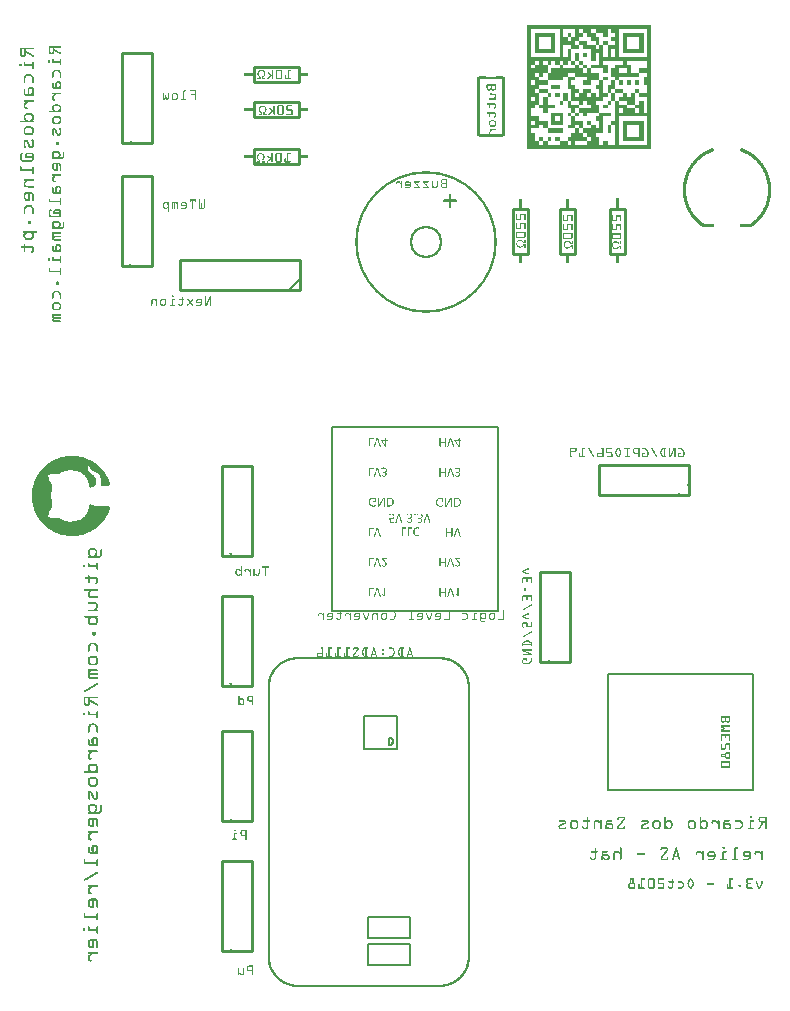
<source format=gbo>
G04 MADE WITH FRITZING*
G04 WWW.FRITZING.ORG*
G04 DOUBLE SIDED*
G04 HOLES PLATED*
G04 CONTOUR ON CENTER OF CONTOUR VECTOR*
%ASAXBY*%
%FSLAX23Y23*%
%MOIN*%
%OFA0B0*%
%SFA1.0B1.0*%
%ADD10C,0.472568X0.456568*%
%ADD11C,0.108000X0.092*%
%ADD12R,0.558213X0.617268X0.547101X0.606156*%
%ADD13C,0.005556*%
%ADD14R,0.492000X0.393666X0.478112X0.379778*%
%ADD15C,0.006944*%
%ADD16C,0.010000*%
%ADD17C,0.005000*%
%ADD18C,0.008000*%
%ADD19R,0.001000X0.001000*%
%LNSILK0*%
G90*
G70*
G54D10*
X1399Y2521D03*
G54D11*
X1399Y2521D03*
G54D13*
X1085Y1906D02*
X1638Y1906D01*
X1638Y1294D01*
X1085Y1294D01*
X1085Y1906D01*
D02*
G54D15*
X2005Y1081D02*
X2490Y1081D01*
X2490Y695D01*
X2005Y695D01*
X2005Y1081D01*
D02*
G54D16*
X978Y2363D02*
X578Y2363D01*
D02*
X578Y2363D02*
X578Y2463D01*
D02*
X578Y2463D02*
X978Y2463D01*
D02*
X978Y2463D02*
X978Y2363D01*
G54D17*
D02*
X943Y2363D02*
X978Y2398D01*
G54D16*
D02*
X824Y2939D02*
X974Y2939D01*
D02*
X974Y2939D02*
X974Y2989D01*
D02*
X974Y2989D02*
X824Y2989D01*
D02*
X824Y2989D02*
X824Y2939D01*
D02*
X824Y2782D02*
X974Y2782D01*
D02*
X974Y2782D02*
X974Y2832D01*
D02*
X974Y2832D02*
X824Y2832D01*
D02*
X824Y2832D02*
X824Y2782D01*
D02*
X384Y2441D02*
X384Y2741D01*
D02*
X384Y2741D02*
X484Y2741D01*
D02*
X484Y2741D02*
X484Y2441D01*
D02*
X484Y2441D02*
X384Y2441D01*
D02*
X384Y2853D02*
X384Y3153D01*
D02*
X384Y3153D02*
X484Y3153D01*
D02*
X484Y3153D02*
X484Y2853D01*
D02*
X484Y2853D02*
X384Y2853D01*
D02*
X719Y158D02*
X719Y458D01*
D02*
X719Y458D02*
X819Y458D01*
D02*
X819Y458D02*
X819Y158D01*
D02*
X819Y158D02*
X719Y158D01*
D02*
X719Y591D02*
X719Y891D01*
D02*
X719Y891D02*
X819Y891D01*
D02*
X819Y891D02*
X819Y591D01*
D02*
X819Y591D02*
X719Y591D01*
D02*
X719Y1044D02*
X719Y1344D01*
D02*
X719Y1344D02*
X819Y1344D01*
D02*
X819Y1344D02*
X819Y1044D01*
D02*
X819Y1044D02*
X719Y1044D01*
D02*
X719Y1477D02*
X719Y1777D01*
D02*
X719Y1777D02*
X819Y1777D01*
D02*
X819Y1777D02*
X819Y1477D01*
D02*
X819Y1477D02*
X719Y1477D01*
G54D17*
D02*
X1347Y113D02*
X1347Y183D01*
D02*
X1347Y183D02*
X1205Y183D01*
D02*
X1205Y183D02*
X1205Y113D01*
D02*
X1205Y113D02*
X1347Y113D01*
D02*
X1347Y203D02*
X1347Y273D01*
D02*
X1347Y273D02*
X1205Y273D01*
D02*
X1205Y273D02*
X1205Y203D01*
D02*
X1205Y203D02*
X1347Y203D01*
G54D18*
D02*
X1301Y943D02*
X1191Y943D01*
D02*
X1191Y943D02*
X1191Y833D01*
D02*
X1191Y833D02*
X1301Y833D01*
D02*
X1301Y833D02*
X1301Y943D01*
D02*
X1277Y868D02*
X1277Y845D01*
G54D16*
D02*
X1780Y1121D02*
X1780Y1421D01*
D02*
X1780Y1421D02*
X1880Y1421D01*
D02*
X1880Y1421D02*
X1880Y1121D01*
D02*
X1880Y1121D02*
X1780Y1121D01*
D02*
X2276Y1680D02*
X1976Y1680D01*
D02*
X1976Y1680D02*
X1976Y1780D01*
D02*
X1976Y1780D02*
X2276Y1780D01*
D02*
X2276Y1780D02*
X2276Y1680D01*
D02*
X2063Y2484D02*
X2063Y2634D01*
D02*
X2063Y2634D02*
X2013Y2634D01*
D02*
X2013Y2634D02*
X2013Y2484D01*
D02*
X2013Y2484D02*
X2063Y2484D01*
D02*
X1896Y2483D02*
X1896Y2633D01*
D02*
X1896Y2633D02*
X1846Y2633D01*
D02*
X1846Y2633D02*
X1846Y2483D01*
D02*
X1846Y2483D02*
X1896Y2483D01*
D02*
X1738Y2483D02*
X1738Y2633D01*
D02*
X1738Y2633D02*
X1688Y2633D01*
D02*
X1688Y2633D02*
X1688Y2483D01*
D02*
X1688Y2483D02*
X1738Y2483D01*
D02*
X975Y3107D02*
X825Y3107D01*
D02*
X825Y3107D02*
X825Y3057D01*
D02*
X825Y3057D02*
X975Y3057D01*
D02*
X975Y3057D02*
X975Y3107D01*
G36*
X2124Y3220D02*
X2124Y3207D01*
X2070Y3207D01*
X2070Y3167D01*
X2056Y3167D01*
X2056Y3220D01*
X2124Y3220D01*
G37*
D02*
G36*
X2124Y3207D02*
X2124Y3167D01*
X2110Y3167D01*
X2110Y3207D01*
X2124Y3207D01*
G37*
D02*
G36*
X2124Y3167D02*
X2124Y3166D01*
X2056Y3166D01*
X2056Y3167D01*
X2124Y3167D01*
G37*
D02*
G36*
X2124Y3167D02*
X2124Y3166D01*
X2056Y3166D01*
X2056Y3167D01*
X2124Y3167D01*
G37*
D02*
G36*
X2124Y3166D02*
X2124Y3153D01*
X2056Y3153D01*
X2056Y3166D01*
X2124Y3166D01*
G37*
D02*
G36*
X1883Y3220D02*
X1883Y3207D01*
X1871Y3207D01*
X1871Y3220D01*
X1883Y3220D01*
G37*
D02*
G36*
X1830Y3220D02*
X1830Y3207D01*
X1777Y3207D01*
X1777Y3167D01*
X1763Y3167D01*
X1763Y3220D01*
X1830Y3220D01*
G37*
D02*
G36*
X1830Y3207D02*
X1830Y3167D01*
X1817Y3167D01*
X1817Y3207D01*
X1830Y3207D01*
G37*
D02*
G36*
X1830Y3167D02*
X1830Y3166D01*
X1763Y3166D01*
X1763Y3167D01*
X1830Y3167D01*
G37*
D02*
G36*
X1830Y3167D02*
X1830Y3166D01*
X1763Y3166D01*
X1763Y3167D01*
X1830Y3167D01*
G37*
D02*
G36*
X1830Y3166D02*
X1830Y3153D01*
X1763Y3153D01*
X1763Y3166D01*
X1830Y3166D01*
G37*
D02*
G36*
X2004Y3194D02*
X2004Y3180D01*
X1990Y3180D01*
X1990Y3194D01*
X2004Y3194D01*
G37*
D02*
G36*
X2149Y3246D02*
X2149Y3234D01*
X1750Y3234D01*
X1750Y3140D01*
X1737Y3140D01*
X1737Y3246D01*
X2149Y3246D01*
G37*
D02*
G36*
X2149Y3234D02*
X2149Y3140D01*
X2137Y3140D01*
X2137Y3234D01*
X2149Y3234D01*
G37*
D02*
G36*
X2043Y3234D02*
X2043Y3167D01*
X2016Y3167D01*
X2016Y3140D01*
X2004Y3140D01*
X2004Y3180D01*
X2030Y3180D01*
X2030Y3194D01*
X2016Y3194D01*
X2016Y3207D01*
X2030Y3207D01*
X2030Y3220D01*
X2016Y3220D01*
X2016Y3234D01*
X2043Y3234D01*
G37*
D02*
G36*
X2004Y3234D02*
X2004Y3207D01*
X1990Y3207D01*
X1990Y3220D01*
X1964Y3220D01*
X1964Y3234D01*
X2004Y3234D01*
G37*
D02*
G36*
X1950Y3234D02*
X1950Y3220D01*
X1923Y3220D01*
X1923Y3234D01*
X1950Y3234D01*
G37*
D02*
G36*
X1910Y3234D02*
X1910Y3220D01*
X1897Y3220D01*
X1897Y3234D01*
X1910Y3234D01*
G37*
D02*
G36*
X1857Y3234D02*
X1857Y3207D01*
X1871Y3207D01*
X1871Y3194D01*
X1844Y3194D01*
X1844Y3234D01*
X1857Y3234D01*
G37*
D02*
G36*
X1964Y3220D02*
X1964Y3207D01*
X1977Y3207D01*
X1977Y3180D01*
X1990Y3180D01*
X1990Y3167D01*
X1977Y3167D01*
X1977Y3180D01*
X1964Y3180D01*
X1964Y3194D01*
X1950Y3194D01*
X1950Y3207D01*
X1937Y3207D01*
X1937Y3220D01*
X1964Y3220D01*
G37*
D02*
G36*
X1923Y3220D02*
X1923Y3207D01*
X1910Y3207D01*
X1910Y3194D01*
X1937Y3194D01*
X1937Y3180D01*
X1910Y3180D01*
X1910Y3194D01*
X1883Y3194D01*
X1883Y3207D01*
X1897Y3207D01*
X1897Y3220D01*
X1923Y3220D01*
G37*
D02*
G36*
X1897Y3194D02*
X1897Y3193D01*
X1844Y3193D01*
X1844Y3194D01*
X1897Y3194D01*
G37*
D02*
G36*
X1897Y3194D02*
X1897Y3193D01*
X1844Y3193D01*
X1844Y3194D01*
X1897Y3194D01*
G37*
D02*
G36*
X1897Y3193D02*
X1897Y3180D01*
X1857Y3180D01*
X1857Y3140D01*
X1844Y3140D01*
X1844Y3193D01*
X1897Y3193D01*
G37*
D02*
G36*
X1964Y3180D02*
X1964Y3167D01*
X1923Y3167D01*
X1923Y3180D01*
X1964Y3180D01*
G37*
D02*
G36*
X1910Y3180D02*
X1910Y3167D01*
X1883Y3167D01*
X1883Y3140D01*
X1871Y3140D01*
X1871Y3167D01*
X1883Y3167D01*
X1883Y3180D01*
X1910Y3180D01*
G37*
D02*
G36*
X2043Y3167D02*
X2043Y3140D01*
X2030Y3140D01*
X2030Y3167D01*
X2043Y3167D01*
G37*
D02*
G36*
X1990Y3167D02*
X1990Y3166D01*
X1950Y3166D01*
X1950Y3167D01*
X1990Y3167D01*
G37*
D02*
G36*
X1990Y3167D02*
X1990Y3166D01*
X1950Y3166D01*
X1950Y3167D01*
X1990Y3167D01*
G37*
D02*
G36*
X1990Y3166D02*
X1990Y3153D01*
X1964Y3153D01*
X1964Y3127D01*
X1950Y3127D01*
X1950Y3166D01*
X1990Y3166D01*
G37*
D02*
G36*
X1990Y3153D02*
X1990Y3140D01*
X1977Y3140D01*
X1977Y3153D01*
X1990Y3153D01*
G37*
D02*
G36*
X2149Y3140D02*
X2149Y3139D01*
X1977Y3139D01*
X1977Y3140D01*
X2149Y3140D01*
G37*
D02*
G36*
X2149Y3140D02*
X2149Y3139D01*
X1977Y3139D01*
X1977Y3140D01*
X2149Y3140D01*
G37*
D02*
G36*
X2149Y3140D02*
X2149Y3139D01*
X1977Y3139D01*
X1977Y3140D01*
X2149Y3140D01*
G37*
D02*
G36*
X2149Y3140D02*
X2149Y3139D01*
X1977Y3139D01*
X1977Y3140D01*
X2149Y3140D01*
G37*
D02*
G36*
X1883Y3140D02*
X1883Y3139D01*
X1737Y3139D01*
X1737Y3140D01*
X1883Y3140D01*
G37*
D02*
G36*
X1883Y3140D02*
X1883Y3139D01*
X1737Y3139D01*
X1737Y3140D01*
X1883Y3140D01*
G37*
D02*
G36*
X1883Y3140D02*
X1883Y3139D01*
X1737Y3139D01*
X1737Y3140D01*
X1883Y3140D01*
G37*
D02*
G36*
X2149Y3139D02*
X2149Y3127D01*
X1990Y3127D01*
X1990Y3113D01*
X2004Y3113D01*
X2004Y3087D01*
X1990Y3087D01*
X1990Y3101D01*
X1950Y3101D01*
X1950Y3113D01*
X1977Y3113D01*
X1977Y3139D01*
X2149Y3139D01*
G37*
D02*
G36*
X1883Y3139D02*
X1883Y3127D01*
X1763Y3127D01*
X1763Y3113D01*
X1750Y3113D01*
X1750Y3101D01*
X1737Y3101D01*
X1737Y3139D01*
X1883Y3139D01*
G37*
D02*
G36*
X2149Y3127D02*
X2149Y2954D01*
X2137Y2954D01*
X2137Y3007D01*
X2110Y3007D01*
X2110Y3020D01*
X2137Y3020D01*
X2137Y3047D01*
X2124Y3047D01*
X2124Y3074D01*
X2137Y3074D01*
X2137Y3087D01*
X2110Y3087D01*
X2110Y3101D01*
X2137Y3101D01*
X2137Y3127D01*
X2149Y3127D01*
G37*
D02*
G36*
X2070Y3127D02*
X2070Y3113D01*
X2083Y3113D01*
X2083Y3101D01*
X2043Y3101D01*
X2043Y3087D01*
X2016Y3087D01*
X2016Y3101D01*
X2030Y3101D01*
X2030Y3113D01*
X2056Y3113D01*
X2056Y3127D01*
X2070Y3127D01*
G37*
D02*
G36*
X1871Y3127D02*
X1871Y3113D01*
X1857Y3113D01*
X1857Y3127D01*
X1871Y3127D01*
G37*
D02*
G36*
X1844Y3127D02*
X1844Y3113D01*
X1830Y3113D01*
X1830Y3127D01*
X1844Y3127D01*
G37*
D02*
G36*
X1817Y3127D02*
X1817Y3113D01*
X1804Y3113D01*
X1804Y3127D01*
X1817Y3127D01*
G37*
D02*
G36*
X1790Y3127D02*
X1790Y3113D01*
X1777Y3113D01*
X1777Y3127D01*
X1790Y3127D01*
G37*
D02*
G36*
X1804Y3113D02*
X1804Y3101D01*
X1763Y3101D01*
X1763Y3113D01*
X1804Y3113D01*
G37*
D02*
G36*
X2083Y3101D02*
X2083Y3087D01*
X2070Y3087D01*
X2070Y3101D01*
X2083Y3101D01*
G37*
D02*
G36*
X1804Y3101D02*
X1804Y3100D01*
X1737Y3100D01*
X1737Y3101D01*
X1804Y3101D01*
G37*
D02*
G36*
X1804Y3101D02*
X1804Y3100D01*
X1737Y3100D01*
X1737Y3101D01*
X1804Y3101D01*
G37*
D02*
G36*
X1804Y3100D02*
X1804Y3087D01*
X1763Y3087D01*
X1763Y3074D01*
X1737Y3074D01*
X1737Y3100D01*
X1804Y3100D01*
G37*
D02*
G36*
X2110Y3087D02*
X2110Y3086D01*
X2016Y3086D01*
X2016Y3087D01*
X2110Y3087D01*
G37*
D02*
G36*
X2110Y3087D02*
X2110Y3086D01*
X2016Y3086D01*
X2016Y3087D01*
X2110Y3087D01*
G37*
D02*
G36*
X1790Y3087D02*
X1790Y3074D01*
X1777Y3074D01*
X1777Y3087D01*
X1790Y3087D01*
G37*
D02*
G36*
X2110Y3086D02*
X2110Y3074D01*
X2043Y3074D01*
X2043Y3061D01*
X2030Y3061D01*
X2030Y3074D01*
X2016Y3074D01*
X2016Y3086D01*
X2110Y3086D01*
G37*
D02*
G36*
X1777Y3074D02*
X1777Y3061D01*
X1750Y3061D01*
X1750Y3047D01*
X1737Y3047D01*
X1737Y3074D01*
X1777Y3074D01*
G37*
D02*
G36*
X1804Y3061D02*
X1804Y3047D01*
X1763Y3047D01*
X1763Y3061D01*
X1804Y3061D01*
G37*
D02*
G36*
X1777Y3047D02*
X1777Y3046D01*
X1737Y3046D01*
X1737Y3047D01*
X1777Y3047D01*
G37*
D02*
G36*
X1777Y3047D02*
X1777Y3046D01*
X1737Y3046D01*
X1737Y3047D01*
X1777Y3047D01*
G37*
D02*
G36*
X1777Y3046D02*
X1777Y3034D01*
X1763Y3034D01*
X1763Y3020D01*
X1777Y3020D01*
X1777Y3007D01*
X1750Y3007D01*
X1750Y2993D01*
X1737Y2993D01*
X1737Y3046D01*
X1777Y3046D01*
G37*
D02*
G36*
X1777Y3007D02*
X1777Y2993D01*
X1763Y2993D01*
X1763Y3007D01*
X1777Y3007D01*
G37*
D02*
G36*
X2124Y2993D02*
X2124Y2954D01*
X2110Y2954D01*
X2110Y2968D01*
X2097Y2968D01*
X2097Y2980D01*
X2110Y2980D01*
X2110Y2993D01*
X2124Y2993D01*
G37*
D02*
G36*
X2043Y2993D02*
X2043Y2980D01*
X2070Y2980D01*
X2070Y2968D01*
X2043Y2968D01*
X2043Y2954D01*
X2030Y2954D01*
X2030Y2993D01*
X2043Y2993D01*
G37*
D02*
G36*
X1777Y2993D02*
X1777Y2992D01*
X1737Y2992D01*
X1737Y2993D01*
X1777Y2993D01*
G37*
D02*
G36*
X1777Y2993D02*
X1777Y2992D01*
X1737Y2992D01*
X1737Y2993D01*
X1777Y2993D01*
G37*
D02*
G36*
X1777Y2992D02*
X1777Y2980D01*
X1763Y2980D01*
X1763Y2968D01*
X1750Y2968D01*
X1750Y2941D01*
X1777Y2941D01*
X1777Y2927D01*
X1750Y2927D01*
X1750Y2914D01*
X1737Y2914D01*
X1737Y2992D01*
X1777Y2992D01*
G37*
D02*
G36*
X2097Y2968D02*
X2097Y2954D01*
X2056Y2954D01*
X2056Y2968D01*
X2097Y2968D01*
G37*
D02*
G36*
X2149Y2954D02*
X2149Y2953D01*
X2030Y2953D01*
X2030Y2954D01*
X2149Y2954D01*
G37*
D02*
G36*
X2149Y2954D02*
X2149Y2953D01*
X2030Y2953D01*
X2030Y2954D01*
X2149Y2954D01*
G37*
D02*
G36*
X2149Y2954D02*
X2149Y2953D01*
X2030Y2953D01*
X2030Y2954D01*
X2149Y2954D01*
G37*
D02*
G36*
X2149Y2954D02*
X2149Y2953D01*
X2030Y2953D01*
X2030Y2954D01*
X2149Y2954D01*
G37*
D02*
G36*
X2016Y2954D02*
X2016Y2941D01*
X1990Y2941D01*
X1990Y2901D01*
X1977Y2901D01*
X1977Y2927D01*
X1964Y2927D01*
X1964Y2941D01*
X1977Y2941D01*
X1977Y2954D01*
X2016Y2954D01*
G37*
D02*
G36*
X2149Y2953D02*
X2149Y2941D01*
X2043Y2941D01*
X2043Y2847D01*
X2030Y2847D01*
X2030Y2914D01*
X2016Y2914D01*
X2016Y2927D01*
X2030Y2927D01*
X2030Y2953D01*
X2149Y2953D01*
G37*
D02*
G36*
X2149Y2941D02*
X2149Y2847D01*
X2137Y2847D01*
X2137Y2941D01*
X2149Y2941D01*
G37*
D02*
G36*
X1804Y2927D02*
X1804Y2901D01*
X1790Y2901D01*
X1790Y2914D01*
X1763Y2914D01*
X1763Y2927D01*
X1804Y2927D01*
G37*
D02*
G36*
X1964Y2914D02*
X1964Y2901D01*
X1950Y2901D01*
X1950Y2914D01*
X1964Y2914D01*
G37*
D02*
G36*
X1777Y2914D02*
X1777Y2913D01*
X1737Y2913D01*
X1737Y2914D01*
X1777Y2914D01*
G37*
D02*
G36*
X1777Y2914D02*
X1777Y2913D01*
X1737Y2913D01*
X1737Y2914D01*
X1777Y2914D01*
G37*
D02*
G36*
X1777Y2913D02*
X1777Y2901D01*
X1750Y2901D01*
X1750Y2887D01*
X1763Y2887D01*
X1763Y2860D01*
X1777Y2860D01*
X1777Y2847D01*
X1737Y2847D01*
X1737Y2913D01*
X1777Y2913D01*
G37*
D02*
G36*
X1990Y2901D02*
X1990Y2900D01*
X1923Y2900D01*
X1923Y2901D01*
X1990Y2901D01*
G37*
D02*
G36*
X1990Y2901D02*
X1990Y2900D01*
X1923Y2900D01*
X1923Y2901D01*
X1990Y2901D01*
G37*
D02*
G36*
X1910Y2901D02*
X1910Y2887D01*
X1897Y2887D01*
X1897Y2901D01*
X1910Y2901D01*
G37*
D02*
G36*
X1990Y2900D02*
X1990Y2887D01*
X1964Y2887D01*
X1964Y2874D01*
X1977Y2874D01*
X1977Y2860D01*
X1950Y2860D01*
X1950Y2874D01*
X1937Y2874D01*
X1937Y2887D01*
X1923Y2887D01*
X1923Y2900D01*
X1990Y2900D01*
G37*
D02*
G36*
X1923Y2887D02*
X1923Y2874D01*
X1883Y2874D01*
X1883Y2887D01*
X1923Y2887D01*
G37*
D02*
G36*
X1937Y2874D02*
X1937Y2860D01*
X1871Y2860D01*
X1871Y2847D01*
X1844Y2847D01*
X1844Y2860D01*
X1871Y2860D01*
X1871Y2874D01*
X1937Y2874D01*
G37*
D02*
G36*
X2004Y2860D02*
X2004Y2847D01*
X1990Y2847D01*
X1990Y2860D01*
X2004Y2860D01*
G37*
D02*
G36*
X1977Y2860D02*
X1977Y2847D01*
X1937Y2847D01*
X1937Y2860D01*
X1977Y2860D01*
G37*
D02*
G36*
X1897Y2860D02*
X1897Y2847D01*
X1883Y2847D01*
X1883Y2860D01*
X1897Y2860D01*
G37*
D02*
G36*
X1804Y2860D02*
X1804Y2847D01*
X1790Y2847D01*
X1790Y2860D01*
X1804Y2860D01*
G37*
D02*
G36*
X2149Y2847D02*
X2149Y2846D01*
X1737Y2846D01*
X1737Y2847D01*
X2149Y2847D01*
G37*
D02*
G36*
X2149Y2847D02*
X2149Y2846D01*
X1737Y2846D01*
X1737Y2847D01*
X2149Y2847D01*
G37*
D02*
G36*
X2149Y2847D02*
X2149Y2846D01*
X1737Y2846D01*
X1737Y2847D01*
X2149Y2847D01*
G37*
D02*
G36*
X2149Y2847D02*
X2149Y2846D01*
X1737Y2846D01*
X1737Y2847D01*
X2149Y2847D01*
G37*
D02*
G36*
X2149Y2847D02*
X2149Y2846D01*
X1737Y2846D01*
X1737Y2847D01*
X2149Y2847D01*
G37*
D02*
G36*
X2149Y2847D02*
X2149Y2846D01*
X1737Y2846D01*
X1737Y2847D01*
X2149Y2847D01*
G37*
D02*
G36*
X2149Y2847D02*
X2149Y2846D01*
X1737Y2846D01*
X1737Y2847D01*
X2149Y2847D01*
G37*
D02*
G36*
X2149Y2847D02*
X2149Y2846D01*
X1737Y2846D01*
X1737Y2847D01*
X2149Y2847D01*
G37*
D02*
G36*
X2149Y2846D02*
X2149Y2833D01*
X1737Y2833D01*
X1737Y2846D01*
X2149Y2846D01*
G37*
D02*
G36*
X1937Y3153D02*
X1937Y3140D01*
X1923Y3140D01*
X1923Y3153D01*
X1937Y3153D01*
G37*
D02*
G36*
X1910Y3153D02*
X1910Y3127D01*
X1897Y3127D01*
X1897Y3153D01*
X1910Y3153D01*
G37*
D02*
G36*
X1923Y3127D02*
X1923Y3113D01*
X1910Y3113D01*
X1910Y3127D01*
X1923Y3127D01*
G37*
D02*
G36*
X1897Y3127D02*
X1897Y3113D01*
X1883Y3113D01*
X1883Y3127D01*
X1897Y3127D01*
G37*
D02*
G36*
X1937Y3113D02*
X1937Y3101D01*
X1923Y3101D01*
X1923Y3113D01*
X1937Y3113D01*
G37*
D02*
G36*
X1910Y3113D02*
X1910Y3101D01*
X1897Y3101D01*
X1897Y3113D01*
X1910Y3113D01*
G37*
D02*
G36*
X1857Y3113D02*
X1857Y3101D01*
X1844Y3101D01*
X1844Y3113D01*
X1857Y3113D01*
G37*
D02*
G36*
X1950Y3101D02*
X1950Y3087D01*
X1937Y3087D01*
X1937Y3101D01*
X1950Y3101D01*
G37*
D02*
G36*
X1923Y3101D02*
X1923Y3100D01*
X1817Y3100D01*
X1817Y3101D01*
X1923Y3101D01*
G37*
D02*
G36*
X1923Y3101D02*
X1923Y3100D01*
X1817Y3100D01*
X1817Y3101D01*
X1923Y3101D01*
G37*
D02*
G36*
X1923Y3100D02*
X1923Y3087D01*
X1871Y3087D01*
X1871Y3074D01*
X1857Y3074D01*
X1857Y3061D01*
X1804Y3061D01*
X1804Y3087D01*
X1817Y3087D01*
X1817Y3100D01*
X1923Y3100D01*
G37*
D02*
G36*
X1977Y3087D02*
X1977Y3086D01*
X1897Y3086D01*
X1897Y3087D01*
X1977Y3087D01*
G37*
D02*
G36*
X1977Y3087D02*
X1977Y3086D01*
X1897Y3086D01*
X1897Y3087D01*
X1977Y3087D01*
G37*
D02*
G36*
X1977Y3086D02*
X1977Y3061D01*
X1950Y3061D01*
X1950Y3047D01*
X1923Y3047D01*
X1923Y3061D01*
X1937Y3061D01*
X1937Y3074D01*
X1897Y3074D01*
X1897Y3086D01*
X1977Y3086D01*
G37*
D02*
G36*
X2004Y3074D02*
X2004Y3061D01*
X1990Y3061D01*
X1990Y3074D01*
X2004Y3074D01*
G37*
D02*
G36*
X2110Y3061D02*
X2110Y3047D01*
X2097Y3047D01*
X2097Y3061D01*
X2110Y3061D01*
G37*
D02*
G36*
X2083Y3061D02*
X2083Y3047D01*
X2070Y3047D01*
X2070Y3061D01*
X2083Y3061D01*
G37*
D02*
G36*
X2056Y3061D02*
X2056Y3047D01*
X2043Y3047D01*
X2043Y3061D01*
X2056Y3061D01*
G37*
D02*
G36*
X2030Y3061D02*
X2030Y3034D01*
X2016Y3034D01*
X2016Y3020D01*
X2004Y3020D01*
X2004Y3047D01*
X2016Y3047D01*
X2016Y3061D01*
X2030Y3061D01*
G37*
D02*
G36*
X1897Y3074D02*
X1897Y3061D01*
X1883Y3061D01*
X1883Y3047D01*
X1897Y3047D01*
X1897Y3034D01*
X1910Y3034D01*
X1910Y3020D01*
X1897Y3020D01*
X1897Y3007D01*
X1883Y3007D01*
X1883Y3034D01*
X1871Y3034D01*
X1871Y3074D01*
X1897Y3074D01*
G37*
D02*
G36*
X1990Y3061D02*
X1990Y3020D01*
X2004Y3020D01*
X2004Y3007D01*
X1977Y3007D01*
X1977Y3034D01*
X1964Y3034D01*
X1964Y3047D01*
X1977Y3047D01*
X1977Y3061D01*
X1990Y3061D01*
G37*
D02*
G36*
X1950Y3034D02*
X1950Y3020D01*
X1964Y3020D01*
X1964Y3007D01*
X1950Y3007D01*
X1950Y3020D01*
X1923Y3020D01*
X1923Y3034D01*
X1950Y3034D01*
G37*
D02*
G36*
X1937Y3020D02*
X1937Y3007D01*
X1910Y3007D01*
X1910Y3020D01*
X1937Y3020D01*
G37*
D02*
G36*
X1990Y3007D02*
X1990Y3006D01*
X1883Y3006D01*
X1883Y3007D01*
X1990Y3007D01*
G37*
D02*
G36*
X1990Y3007D02*
X1990Y3006D01*
X1883Y3006D01*
X1883Y3007D01*
X1990Y3007D01*
G37*
D02*
G36*
X1990Y3007D02*
X1990Y3006D01*
X1883Y3006D01*
X1883Y3007D01*
X1990Y3007D01*
G37*
D02*
G36*
X1990Y3007D02*
X1990Y3006D01*
X1883Y3006D01*
X1883Y3007D01*
X1990Y3007D01*
G37*
D02*
G36*
X1990Y3006D02*
X1990Y2993D01*
X1923Y2993D01*
X1923Y2980D01*
X1910Y2980D01*
X1910Y2993D01*
X1883Y2993D01*
X1883Y3006D01*
X1990Y3006D01*
G37*
D02*
G36*
X1964Y2993D02*
X1964Y2980D01*
X1977Y2980D01*
X1977Y2954D01*
X1937Y2954D01*
X1937Y2941D01*
X1923Y2941D01*
X1923Y2954D01*
X1910Y2954D01*
X1910Y2968D01*
X1950Y2968D01*
X1950Y2980D01*
X1937Y2980D01*
X1937Y2993D01*
X1964Y2993D01*
G37*
D02*
G36*
X1844Y3047D02*
X1844Y3034D01*
X1817Y3034D01*
X1817Y3047D01*
X1844Y3047D01*
G37*
D02*
G36*
X2110Y3034D02*
X2110Y3020D01*
X2097Y3020D01*
X2097Y3034D01*
X2110Y3034D01*
G37*
D02*
G36*
X2056Y3034D02*
X2056Y3020D01*
X2030Y3020D01*
X2030Y3034D01*
X2056Y3034D01*
G37*
D02*
G36*
X1804Y3034D02*
X1804Y3020D01*
X1777Y3020D01*
X1777Y3034D01*
X1804Y3034D01*
G37*
D02*
G36*
X2097Y3020D02*
X2097Y3007D01*
X2083Y3007D01*
X2083Y3020D01*
X2097Y3020D01*
G37*
D02*
G36*
X2070Y3020D02*
X2070Y3007D01*
X2056Y3007D01*
X2056Y3020D01*
X2070Y3020D01*
G37*
D02*
G36*
X2097Y3007D02*
X2097Y3006D01*
X2043Y3006D01*
X2043Y3007D01*
X2097Y3007D01*
G37*
D02*
G36*
X2097Y3007D02*
X2097Y3006D01*
X2043Y3006D01*
X2043Y3007D01*
X2097Y3007D01*
G37*
D02*
G36*
X2097Y3006D02*
X2097Y2980D01*
X2070Y2980D01*
X2070Y2993D01*
X2043Y2993D01*
X2043Y3006D01*
X2097Y3006D01*
G37*
D02*
G36*
X2030Y3020D02*
X2030Y2993D01*
X2016Y2993D01*
X2016Y3020D01*
X2030Y3020D01*
G37*
D02*
G36*
X1871Y3020D02*
X1871Y2993D01*
X1857Y2993D01*
X1857Y3020D01*
X1871Y3020D01*
G37*
D02*
G36*
X1844Y3020D02*
X1844Y3007D01*
X1830Y3007D01*
X1830Y3020D01*
X1844Y3020D01*
G37*
D02*
G36*
X1817Y3020D02*
X1817Y3007D01*
X1804Y3007D01*
X1804Y3020D01*
X1817Y3020D01*
G37*
D02*
G36*
X1804Y3007D02*
X1804Y2980D01*
X1830Y2980D01*
X1830Y2968D01*
X1804Y2968D01*
X1804Y2954D01*
X1790Y2954D01*
X1790Y2968D01*
X1777Y2968D01*
X1777Y2980D01*
X1790Y2980D01*
X1790Y3007D01*
X1804Y3007D01*
G37*
D02*
G36*
X2016Y2993D02*
X2016Y2980D01*
X2004Y2980D01*
X2004Y2993D01*
X2016Y2993D01*
G37*
D02*
G36*
X1883Y2993D02*
X1883Y2980D01*
X1910Y2980D01*
X1910Y2968D01*
X1897Y2968D01*
X1897Y2954D01*
X1883Y2954D01*
X1883Y2968D01*
X1871Y2968D01*
X1871Y2993D01*
X1883Y2993D01*
G37*
D02*
G36*
X1857Y2993D02*
X1857Y2980D01*
X1844Y2980D01*
X1844Y2993D01*
X1857Y2993D01*
G37*
D02*
G36*
X2004Y2980D02*
X2004Y2968D01*
X1990Y2968D01*
X1990Y2980D01*
X2004Y2980D01*
G37*
D02*
G36*
X1910Y2954D02*
X1910Y2941D01*
X1897Y2941D01*
X1897Y2954D01*
X1910Y2954D01*
G37*
D02*
G36*
X1883Y2954D02*
X1883Y2941D01*
X1871Y2941D01*
X1871Y2954D01*
X1883Y2954D01*
G37*
D02*
G36*
X1857Y2954D02*
X1857Y2941D01*
X1830Y2941D01*
X1830Y2927D01*
X1817Y2927D01*
X1817Y2954D01*
X1857Y2954D01*
G37*
D02*
G36*
X1857Y2941D02*
X1857Y2927D01*
X1844Y2927D01*
X1844Y2941D01*
X1857Y2941D01*
G37*
D02*
G36*
X1857Y2927D02*
X1857Y2926D01*
X1817Y2926D01*
X1817Y2927D01*
X1857Y2927D01*
G37*
D02*
G36*
X1857Y2927D02*
X1857Y2926D01*
X1817Y2926D01*
X1817Y2927D01*
X1857Y2927D01*
G37*
D02*
G36*
X1857Y2926D02*
X1857Y2914D01*
X1817Y2914D01*
X1817Y2926D01*
X1857Y2926D01*
G37*
D02*
G36*
X1897Y2941D02*
X1897Y2927D01*
X1923Y2927D01*
X1923Y2914D01*
X1897Y2914D01*
X1897Y2901D01*
X1871Y2901D01*
X1871Y2914D01*
X1883Y2914D01*
X1883Y2941D01*
X1897Y2941D01*
G37*
D02*
G36*
X1923Y2914D02*
X1923Y2901D01*
X1910Y2901D01*
X1910Y2914D01*
X1923Y2914D01*
G37*
D02*
G36*
X2124Y2927D02*
X2124Y2914D01*
X2070Y2914D01*
X2070Y2874D01*
X2056Y2874D01*
X2056Y2927D01*
X2124Y2927D01*
G37*
D02*
G36*
X2124Y2914D02*
X2124Y2874D01*
X2110Y2874D01*
X2110Y2914D01*
X2124Y2914D01*
G37*
D02*
G36*
X2124Y2874D02*
X2124Y2873D01*
X2056Y2873D01*
X2056Y2874D01*
X2124Y2874D01*
G37*
D02*
G36*
X2124Y2874D02*
X2124Y2873D01*
X2056Y2873D01*
X2056Y2874D01*
X2124Y2874D01*
G37*
D02*
G36*
X2124Y2873D02*
X2124Y2860D01*
X2056Y2860D01*
X2056Y2873D01*
X2124Y2873D01*
G37*
D02*
G36*
X1950Y2927D02*
X1950Y2914D01*
X1937Y2914D01*
X1937Y2927D01*
X1950Y2927D01*
G37*
D02*
G36*
X2016Y2914D02*
X2016Y2887D01*
X2004Y2887D01*
X2004Y2914D01*
X2016Y2914D01*
G37*
D02*
G36*
X1857Y2901D02*
X1857Y2887D01*
X1804Y2887D01*
X1804Y2901D01*
X1857Y2901D01*
G37*
D02*
G36*
X1844Y2874D02*
X1844Y2860D01*
X1830Y2860D01*
X1830Y2874D01*
X1844Y2874D01*
G37*
D02*
G36*
X1817Y2874D02*
X1817Y2860D01*
X1804Y2860D01*
X1804Y2874D01*
X1817Y2874D01*
G37*
D02*
G36*
X1790Y2874D02*
X1790Y2860D01*
X1777Y2860D01*
X1777Y2874D01*
X1790Y2874D01*
G37*
D02*
G54D19*
X141Y3175D02*
X180Y3175D01*
X141Y3174D02*
X181Y3174D01*
X141Y3173D02*
X182Y3173D01*
X141Y3172D02*
X182Y3172D01*
X141Y3171D02*
X182Y3171D01*
X45Y3170D02*
X89Y3170D01*
X141Y3170D02*
X181Y3170D01*
X45Y3169D02*
X91Y3169D01*
X141Y3169D02*
X145Y3169D01*
X155Y3169D02*
X159Y3169D01*
X45Y3168D02*
X91Y3168D01*
X141Y3168D02*
X145Y3168D01*
X155Y3168D02*
X159Y3168D01*
X45Y3167D02*
X91Y3167D01*
X141Y3167D02*
X145Y3167D01*
X155Y3167D02*
X159Y3167D01*
X45Y3166D02*
X91Y3166D01*
X141Y3166D02*
X145Y3166D01*
X155Y3166D02*
X159Y3166D01*
X45Y3165D02*
X90Y3165D01*
X141Y3165D02*
X145Y3165D01*
X155Y3165D02*
X161Y3165D01*
X45Y3164D02*
X50Y3164D01*
X60Y3164D02*
X66Y3164D01*
X141Y3164D02*
X145Y3164D01*
X155Y3164D02*
X162Y3164D01*
X45Y3163D02*
X50Y3163D01*
X60Y3163D02*
X65Y3163D01*
X141Y3163D02*
X145Y3163D01*
X155Y3163D02*
X164Y3163D01*
X45Y3162D02*
X50Y3162D01*
X60Y3162D02*
X65Y3162D01*
X141Y3162D02*
X145Y3162D01*
X155Y3162D02*
X166Y3162D01*
X45Y3161D02*
X50Y3161D01*
X60Y3161D02*
X65Y3161D01*
X141Y3161D02*
X145Y3161D01*
X155Y3161D02*
X168Y3161D01*
X45Y3160D02*
X50Y3160D01*
X60Y3160D02*
X66Y3160D01*
X141Y3160D02*
X145Y3160D01*
X155Y3160D02*
X169Y3160D01*
X45Y3159D02*
X50Y3159D01*
X60Y3159D02*
X67Y3159D01*
X141Y3159D02*
X145Y3159D01*
X155Y3159D02*
X159Y3159D01*
X161Y3159D02*
X171Y3159D01*
X45Y3158D02*
X50Y3158D01*
X60Y3158D02*
X69Y3158D01*
X141Y3158D02*
X145Y3158D01*
X155Y3158D02*
X159Y3158D01*
X163Y3158D02*
X173Y3158D01*
X45Y3157D02*
X50Y3157D01*
X60Y3157D02*
X71Y3157D01*
X141Y3157D02*
X145Y3157D01*
X155Y3157D02*
X159Y3157D01*
X165Y3157D02*
X174Y3157D01*
X45Y3156D02*
X50Y3156D01*
X60Y3156D02*
X72Y3156D01*
X141Y3156D02*
X145Y3156D01*
X155Y3156D02*
X159Y3156D01*
X166Y3156D02*
X176Y3156D01*
X45Y3155D02*
X50Y3155D01*
X60Y3155D02*
X74Y3155D01*
X141Y3155D02*
X146Y3155D01*
X154Y3155D02*
X159Y3155D01*
X168Y3155D02*
X178Y3155D01*
X45Y3154D02*
X50Y3154D01*
X60Y3154D02*
X76Y3154D01*
X141Y3154D02*
X147Y3154D01*
X153Y3154D02*
X159Y3154D01*
X170Y3154D02*
X180Y3154D01*
X45Y3153D02*
X50Y3153D01*
X60Y3153D02*
X78Y3153D01*
X142Y3153D02*
X158Y3153D01*
X171Y3153D02*
X181Y3153D01*
X45Y3152D02*
X50Y3152D01*
X60Y3152D02*
X65Y3152D01*
X68Y3152D02*
X79Y3152D01*
X142Y3152D02*
X158Y3152D01*
X173Y3152D02*
X182Y3152D01*
X45Y3151D02*
X50Y3151D01*
X60Y3151D02*
X65Y3151D01*
X70Y3151D02*
X81Y3151D01*
X143Y3151D02*
X157Y3151D01*
X175Y3151D02*
X182Y3151D01*
X45Y3150D02*
X50Y3150D01*
X60Y3150D02*
X65Y3150D01*
X71Y3150D02*
X83Y3150D01*
X144Y3150D02*
X156Y3150D01*
X177Y3150D02*
X182Y3150D01*
X45Y3149D02*
X50Y3149D01*
X60Y3149D02*
X65Y3149D01*
X73Y3149D02*
X84Y3149D01*
X146Y3149D02*
X154Y3149D01*
X178Y3149D02*
X181Y3149D01*
X45Y3148D02*
X50Y3148D01*
X60Y3148D02*
X65Y3148D01*
X75Y3148D02*
X86Y3148D01*
X45Y3147D02*
X51Y3147D01*
X59Y3147D02*
X65Y3147D01*
X77Y3147D02*
X88Y3147D01*
X46Y3146D02*
X65Y3146D01*
X78Y3146D02*
X89Y3146D01*
X46Y3145D02*
X64Y3145D01*
X80Y3145D02*
X91Y3145D01*
X47Y3144D02*
X64Y3144D01*
X82Y3144D02*
X91Y3144D01*
X48Y3143D02*
X63Y3143D01*
X83Y3143D02*
X91Y3143D01*
X49Y3142D02*
X62Y3142D01*
X85Y3142D02*
X91Y3142D01*
X50Y3141D02*
X60Y3141D01*
X87Y3141D02*
X90Y3141D01*
X153Y3133D02*
X156Y3133D01*
X179Y3133D02*
X181Y3133D01*
X153Y3132D02*
X157Y3132D01*
X178Y3132D02*
X182Y3132D01*
X152Y3131D02*
X157Y3131D01*
X178Y3131D02*
X182Y3131D01*
X152Y3130D02*
X157Y3130D01*
X178Y3130D02*
X182Y3130D01*
X152Y3129D02*
X157Y3129D01*
X178Y3129D02*
X182Y3129D01*
X140Y3128D02*
X144Y3128D01*
X152Y3128D02*
X157Y3128D01*
X178Y3128D02*
X182Y3128D01*
X139Y3127D02*
X145Y3127D01*
X152Y3127D02*
X157Y3127D01*
X178Y3127D02*
X182Y3127D01*
X139Y3126D02*
X145Y3126D01*
X152Y3126D02*
X157Y3126D01*
X177Y3126D02*
X182Y3126D01*
X139Y3125D02*
X145Y3125D01*
X152Y3125D02*
X182Y3125D01*
X139Y3124D02*
X145Y3124D01*
X152Y3124D02*
X182Y3124D01*
X59Y3123D02*
X62Y3123D01*
X87Y3123D02*
X90Y3123D01*
X139Y3123D02*
X145Y3123D01*
X152Y3123D02*
X182Y3123D01*
X58Y3122D02*
X62Y3122D01*
X86Y3122D02*
X91Y3122D01*
X139Y3122D02*
X145Y3122D01*
X153Y3122D02*
X182Y3122D01*
X58Y3121D02*
X63Y3121D01*
X86Y3121D02*
X91Y3121D01*
X140Y3121D02*
X145Y3121D01*
X153Y3121D02*
X182Y3121D01*
X58Y3120D02*
X63Y3120D01*
X86Y3120D02*
X91Y3120D01*
X177Y3120D02*
X182Y3120D01*
X58Y3119D02*
X63Y3119D01*
X86Y3119D02*
X91Y3119D01*
X178Y3119D02*
X182Y3119D01*
X58Y3118D02*
X63Y3118D01*
X86Y3118D02*
X91Y3118D01*
X178Y3118D02*
X182Y3118D01*
X43Y3117D02*
X49Y3117D01*
X58Y3117D02*
X63Y3117D01*
X86Y3117D02*
X91Y3117D01*
X178Y3117D02*
X182Y3117D01*
X43Y3116D02*
X50Y3116D01*
X58Y3116D02*
X63Y3116D01*
X86Y3116D02*
X91Y3116D01*
X178Y3116D02*
X182Y3116D01*
X42Y3115D02*
X50Y3115D01*
X58Y3115D02*
X63Y3115D01*
X86Y3115D02*
X91Y3115D01*
X178Y3115D02*
X182Y3115D01*
X42Y3114D02*
X50Y3114D01*
X58Y3114D02*
X91Y3114D01*
X178Y3114D02*
X182Y3114D01*
X42Y3113D02*
X50Y3113D01*
X58Y3113D02*
X91Y3113D01*
X178Y3113D02*
X181Y3113D01*
X42Y3112D02*
X50Y3112D01*
X58Y3112D02*
X91Y3112D01*
X42Y3111D02*
X50Y3111D01*
X58Y3111D02*
X91Y3111D01*
X43Y3110D02*
X49Y3110D01*
X58Y3110D02*
X91Y3110D01*
X44Y3109D02*
X48Y3109D01*
X59Y3109D02*
X91Y3109D01*
X86Y3108D02*
X91Y3108D01*
X86Y3107D02*
X91Y3107D01*
X86Y3106D02*
X91Y3106D01*
X86Y3105D02*
X91Y3105D01*
X86Y3104D02*
X91Y3104D01*
X86Y3103D02*
X91Y3103D01*
X86Y3102D02*
X91Y3102D01*
X87Y3101D02*
X91Y3101D01*
X88Y3100D02*
X90Y3100D01*
X162Y3097D02*
X173Y3097D01*
X887Y3097D02*
X889Y3097D01*
X901Y3097D02*
X917Y3097D01*
X938Y3097D02*
X949Y3097D01*
X160Y3096D02*
X175Y3096D01*
X848Y3096D02*
X852Y3096D01*
X886Y3096D02*
X889Y3096D01*
X900Y3096D02*
X918Y3096D01*
X938Y3096D02*
X949Y3096D01*
X159Y3095D02*
X176Y3095D01*
X844Y3095D02*
X855Y3095D01*
X886Y3095D02*
X889Y3095D01*
X900Y3095D02*
X919Y3095D01*
X938Y3095D02*
X949Y3095D01*
X158Y3094D02*
X177Y3094D01*
X842Y3094D02*
X857Y3094D01*
X886Y3094D02*
X889Y3094D01*
X900Y3094D02*
X919Y3094D01*
X938Y3094D02*
X948Y3094D01*
X157Y3093D02*
X177Y3093D01*
X841Y3093D02*
X858Y3093D01*
X886Y3093D02*
X889Y3093D01*
X899Y3093D02*
X903Y3093D01*
X916Y3093D02*
X919Y3093D01*
X938Y3093D02*
X941Y3093D01*
X156Y3092D02*
X163Y3092D01*
X171Y3092D02*
X178Y3092D01*
X840Y3092D02*
X845Y3092D01*
X854Y3092D02*
X859Y3092D01*
X886Y3092D02*
X889Y3092D01*
X899Y3092D02*
X903Y3092D01*
X916Y3092D02*
X919Y3092D01*
X938Y3092D02*
X941Y3092D01*
X155Y3091D02*
X161Y3091D01*
X173Y3091D02*
X179Y3091D01*
X839Y3091D02*
X844Y3091D01*
X856Y3091D02*
X860Y3091D01*
X886Y3091D02*
X889Y3091D01*
X899Y3091D02*
X903Y3091D01*
X916Y3091D02*
X919Y3091D01*
X938Y3091D02*
X941Y3091D01*
X154Y3090D02*
X160Y3090D01*
X174Y3090D02*
X180Y3090D01*
X839Y3090D02*
X843Y3090D01*
X857Y3090D02*
X861Y3090D01*
X886Y3090D02*
X889Y3090D01*
X899Y3090D02*
X903Y3090D01*
X916Y3090D02*
X919Y3090D01*
X938Y3090D02*
X941Y3090D01*
X154Y3089D02*
X160Y3089D01*
X175Y3089D02*
X181Y3089D01*
X838Y3089D02*
X842Y3089D01*
X858Y3089D02*
X861Y3089D01*
X886Y3089D02*
X889Y3089D01*
X899Y3089D02*
X903Y3089D01*
X916Y3089D02*
X919Y3089D01*
X938Y3089D02*
X941Y3089D01*
X153Y3088D02*
X159Y3088D01*
X176Y3088D02*
X181Y3088D01*
X838Y3088D02*
X841Y3088D01*
X858Y3088D02*
X862Y3088D01*
X872Y3088D02*
X874Y3088D01*
X886Y3088D02*
X889Y3088D01*
X899Y3088D02*
X903Y3088D01*
X916Y3088D02*
X919Y3088D01*
X938Y3088D02*
X941Y3088D01*
X153Y3087D02*
X158Y3087D01*
X176Y3087D02*
X182Y3087D01*
X791Y3087D02*
X824Y3087D01*
X838Y3087D02*
X841Y3087D01*
X859Y3087D02*
X862Y3087D01*
X872Y3087D02*
X876Y3087D01*
X886Y3087D02*
X889Y3087D01*
X899Y3087D02*
X903Y3087D01*
X916Y3087D02*
X919Y3087D01*
X938Y3087D02*
X941Y3087D01*
X975Y3087D02*
X1006Y3087D01*
X152Y3086D02*
X157Y3086D01*
X177Y3086D02*
X182Y3086D01*
X791Y3086D02*
X824Y3086D01*
X837Y3086D02*
X841Y3086D01*
X859Y3086D02*
X862Y3086D01*
X872Y3086D02*
X877Y3086D01*
X886Y3086D02*
X889Y3086D01*
X899Y3086D02*
X903Y3086D01*
X916Y3086D02*
X919Y3086D01*
X938Y3086D02*
X941Y3086D01*
X975Y3086D02*
X1006Y3086D01*
X152Y3085D02*
X157Y3085D01*
X177Y3085D02*
X182Y3085D01*
X791Y3085D02*
X824Y3085D01*
X837Y3085D02*
X840Y3085D01*
X859Y3085D02*
X862Y3085D01*
X873Y3085D02*
X878Y3085D01*
X886Y3085D02*
X889Y3085D01*
X899Y3085D02*
X903Y3085D01*
X916Y3085D02*
X919Y3085D01*
X938Y3085D02*
X941Y3085D01*
X975Y3085D02*
X1006Y3085D01*
X152Y3084D02*
X157Y3084D01*
X178Y3084D02*
X182Y3084D01*
X792Y3084D02*
X824Y3084D01*
X837Y3084D02*
X840Y3084D01*
X859Y3084D02*
X862Y3084D01*
X874Y3084D02*
X879Y3084D01*
X886Y3084D02*
X889Y3084D01*
X899Y3084D02*
X903Y3084D01*
X916Y3084D02*
X919Y3084D01*
X938Y3084D02*
X941Y3084D01*
X975Y3084D02*
X1006Y3084D01*
X71Y3083D02*
X78Y3083D01*
X152Y3083D02*
X157Y3083D01*
X178Y3083D02*
X182Y3083D01*
X792Y3083D02*
X824Y3083D01*
X837Y3083D02*
X840Y3083D01*
X859Y3083D02*
X862Y3083D01*
X875Y3083D02*
X880Y3083D01*
X886Y3083D02*
X889Y3083D01*
X899Y3083D02*
X903Y3083D01*
X916Y3083D02*
X919Y3083D01*
X938Y3083D02*
X941Y3083D01*
X975Y3083D02*
X1006Y3083D01*
X67Y3082D02*
X82Y3082D01*
X152Y3082D02*
X157Y3082D01*
X178Y3082D02*
X182Y3082D01*
X792Y3082D02*
X824Y3082D01*
X837Y3082D02*
X840Y3082D01*
X859Y3082D02*
X862Y3082D01*
X876Y3082D02*
X882Y3082D01*
X886Y3082D02*
X889Y3082D01*
X899Y3082D02*
X903Y3082D01*
X916Y3082D02*
X919Y3082D01*
X938Y3082D02*
X941Y3082D01*
X975Y3082D02*
X1006Y3082D01*
X66Y3081D02*
X83Y3081D01*
X152Y3081D02*
X157Y3081D01*
X178Y3081D02*
X182Y3081D01*
X791Y3081D02*
X824Y3081D01*
X837Y3081D02*
X841Y3081D01*
X859Y3081D02*
X862Y3081D01*
X877Y3081D02*
X883Y3081D01*
X886Y3081D02*
X889Y3081D01*
X899Y3081D02*
X903Y3081D01*
X916Y3081D02*
X919Y3081D01*
X938Y3081D02*
X941Y3081D01*
X975Y3081D02*
X1006Y3081D01*
X65Y3080D02*
X84Y3080D01*
X152Y3080D02*
X157Y3080D01*
X178Y3080D02*
X182Y3080D01*
X791Y3080D02*
X824Y3080D01*
X838Y3080D02*
X841Y3080D01*
X859Y3080D02*
X862Y3080D01*
X878Y3080D02*
X884Y3080D01*
X886Y3080D02*
X889Y3080D01*
X899Y3080D02*
X903Y3080D01*
X916Y3080D02*
X919Y3080D01*
X931Y3080D02*
X931Y3080D01*
X938Y3080D02*
X941Y3080D01*
X975Y3080D02*
X1006Y3080D01*
X64Y3079D02*
X85Y3079D01*
X152Y3079D02*
X157Y3079D01*
X178Y3079D02*
X182Y3079D01*
X791Y3079D02*
X824Y3079D01*
X838Y3079D02*
X841Y3079D01*
X858Y3079D02*
X862Y3079D01*
X880Y3079D02*
X889Y3079D01*
X899Y3079D02*
X903Y3079D01*
X916Y3079D02*
X919Y3079D01*
X930Y3079D02*
X932Y3079D01*
X938Y3079D02*
X941Y3079D01*
X975Y3079D02*
X1006Y3079D01*
X63Y3078D02*
X86Y3078D01*
X152Y3078D02*
X157Y3078D01*
X178Y3078D02*
X182Y3078D01*
X791Y3078D02*
X824Y3078D01*
X838Y3078D02*
X842Y3078D01*
X858Y3078D02*
X861Y3078D01*
X880Y3078D02*
X889Y3078D01*
X899Y3078D02*
X903Y3078D01*
X916Y3078D02*
X919Y3078D01*
X929Y3078D02*
X933Y3078D01*
X938Y3078D02*
X941Y3078D01*
X975Y3078D02*
X1006Y3078D01*
X62Y3077D02*
X87Y3077D01*
X152Y3077D02*
X157Y3077D01*
X178Y3077D02*
X182Y3077D01*
X839Y3077D02*
X842Y3077D01*
X857Y3077D02*
X861Y3077D01*
X880Y3077D02*
X889Y3077D01*
X899Y3077D02*
X903Y3077D01*
X916Y3077D02*
X919Y3077D01*
X929Y3077D02*
X933Y3077D01*
X938Y3077D02*
X941Y3077D01*
X61Y3076D02*
X68Y3076D01*
X81Y3076D02*
X88Y3076D01*
X152Y3076D02*
X157Y3076D01*
X178Y3076D02*
X182Y3076D01*
X839Y3076D02*
X843Y3076D01*
X856Y3076D02*
X860Y3076D01*
X878Y3076D02*
X889Y3076D01*
X899Y3076D02*
X903Y3076D01*
X916Y3076D02*
X919Y3076D01*
X929Y3076D02*
X933Y3076D01*
X938Y3076D02*
X941Y3076D01*
X1575Y3076D02*
X1593Y3076D01*
X1637Y3076D02*
X1655Y3076D01*
X60Y3075D02*
X67Y3075D01*
X82Y3075D02*
X89Y3075D01*
X152Y3075D02*
X157Y3075D01*
X178Y3075D02*
X182Y3075D01*
X840Y3075D02*
X844Y3075D01*
X855Y3075D02*
X859Y3075D01*
X877Y3075D02*
X889Y3075D01*
X899Y3075D02*
X903Y3075D01*
X916Y3075D02*
X919Y3075D01*
X929Y3075D02*
X933Y3075D01*
X938Y3075D02*
X941Y3075D01*
X1575Y3075D02*
X1595Y3075D01*
X1634Y3075D02*
X1655Y3075D01*
X59Y3074D02*
X66Y3074D01*
X82Y3074D02*
X89Y3074D01*
X152Y3074D02*
X157Y3074D01*
X178Y3074D02*
X182Y3074D01*
X841Y3074D02*
X845Y3074D01*
X854Y3074D02*
X858Y3074D01*
X876Y3074D02*
X882Y3074D01*
X885Y3074D02*
X889Y3074D01*
X899Y3074D02*
X903Y3074D01*
X916Y3074D02*
X919Y3074D01*
X929Y3074D02*
X933Y3074D01*
X938Y3074D02*
X941Y3074D01*
X1575Y3074D02*
X1598Y3074D01*
X1632Y3074D02*
X1655Y3074D01*
X59Y3073D02*
X66Y3073D01*
X83Y3073D02*
X90Y3073D01*
X152Y3073D02*
X157Y3073D01*
X178Y3073D02*
X182Y3073D01*
X842Y3073D02*
X847Y3073D01*
X853Y3073D02*
X857Y3073D01*
X875Y3073D02*
X880Y3073D01*
X886Y3073D02*
X889Y3073D01*
X899Y3073D02*
X903Y3073D01*
X916Y3073D02*
X919Y3073D01*
X929Y3073D02*
X933Y3073D01*
X938Y3073D02*
X941Y3073D01*
X1575Y3073D02*
X1601Y3073D01*
X1628Y3073D02*
X1655Y3073D01*
X58Y3072D02*
X65Y3072D01*
X84Y3072D02*
X91Y3072D01*
X153Y3072D02*
X156Y3072D01*
X178Y3072D02*
X182Y3072D01*
X843Y3072D02*
X847Y3072D01*
X853Y3072D02*
X856Y3072D01*
X874Y3072D02*
X879Y3072D01*
X886Y3072D02*
X889Y3072D01*
X899Y3072D02*
X903Y3072D01*
X916Y3072D02*
X919Y3072D01*
X929Y3072D02*
X933Y3072D01*
X938Y3072D02*
X941Y3072D01*
X1575Y3072D02*
X1606Y3072D01*
X1623Y3072D02*
X1655Y3072D01*
X58Y3071D02*
X64Y3071D01*
X85Y3071D02*
X91Y3071D01*
X154Y3071D02*
X155Y3071D01*
X179Y3071D02*
X180Y3071D01*
X844Y3071D02*
X847Y3071D01*
X853Y3071D02*
X855Y3071D01*
X873Y3071D02*
X878Y3071D01*
X886Y3071D02*
X889Y3071D01*
X899Y3071D02*
X903Y3071D01*
X916Y3071D02*
X919Y3071D01*
X929Y3071D02*
X933Y3071D01*
X938Y3071D02*
X941Y3071D01*
X1570Y3071D02*
X1660Y3071D01*
X58Y3070D02*
X63Y3070D01*
X86Y3070D02*
X91Y3070D01*
X844Y3070D02*
X847Y3070D01*
X853Y3070D02*
X855Y3070D01*
X871Y3070D02*
X877Y3070D01*
X886Y3070D02*
X889Y3070D01*
X899Y3070D02*
X903Y3070D01*
X916Y3070D02*
X919Y3070D01*
X929Y3070D02*
X933Y3070D01*
X938Y3070D02*
X941Y3070D01*
X1570Y3070D02*
X1660Y3070D01*
X58Y3069D02*
X63Y3069D01*
X86Y3069D02*
X91Y3069D01*
X844Y3069D02*
X847Y3069D01*
X853Y3069D02*
X855Y3069D01*
X870Y3069D02*
X876Y3069D01*
X886Y3069D02*
X889Y3069D01*
X900Y3069D02*
X919Y3069D01*
X929Y3069D02*
X948Y3069D01*
X1570Y3069D02*
X1660Y3069D01*
X58Y3068D02*
X63Y3068D01*
X86Y3068D02*
X91Y3068D01*
X836Y3068D02*
X847Y3068D01*
X853Y3068D02*
X863Y3068D01*
X870Y3068D02*
X875Y3068D01*
X886Y3068D02*
X889Y3068D01*
X900Y3068D02*
X919Y3068D01*
X929Y3068D02*
X949Y3068D01*
X1570Y3068D02*
X1660Y3068D01*
X58Y3067D02*
X63Y3067D01*
X86Y3067D02*
X91Y3067D01*
X836Y3067D02*
X847Y3067D01*
X853Y3067D02*
X863Y3067D01*
X870Y3067D02*
X873Y3067D01*
X886Y3067D02*
X889Y3067D01*
X900Y3067D02*
X918Y3067D01*
X930Y3067D02*
X949Y3067D01*
X1570Y3067D02*
X1660Y3067D01*
X58Y3066D02*
X63Y3066D01*
X86Y3066D02*
X91Y3066D01*
X836Y3066D02*
X847Y3066D01*
X853Y3066D02*
X863Y3066D01*
X870Y3066D02*
X872Y3066D01*
X887Y3066D02*
X889Y3066D01*
X901Y3066D02*
X917Y3066D01*
X930Y3066D02*
X949Y3066D01*
X1570Y3066D02*
X1579Y3066D01*
X1651Y3066D02*
X1660Y3066D01*
X58Y3065D02*
X63Y3065D01*
X86Y3065D02*
X91Y3065D01*
X1570Y3065D02*
X1579Y3065D01*
X1651Y3065D02*
X1660Y3065D01*
X58Y3064D02*
X63Y3064D01*
X86Y3064D02*
X91Y3064D01*
X1570Y3064D02*
X1579Y3064D01*
X1651Y3064D02*
X1660Y3064D01*
X58Y3063D02*
X63Y3063D01*
X86Y3063D02*
X91Y3063D01*
X1570Y3063D02*
X1579Y3063D01*
X1651Y3063D02*
X1660Y3063D01*
X58Y3062D02*
X63Y3062D01*
X86Y3062D02*
X91Y3062D01*
X1570Y3062D02*
X1579Y3062D01*
X1651Y3062D02*
X1660Y3062D01*
X58Y3061D02*
X63Y3061D01*
X86Y3061D02*
X91Y3061D01*
X1570Y3061D02*
X1579Y3061D01*
X1651Y3061D02*
X1660Y3061D01*
X58Y3060D02*
X63Y3060D01*
X86Y3060D02*
X91Y3060D01*
X1570Y3060D02*
X1579Y3060D01*
X1651Y3060D02*
X1660Y3060D01*
X58Y3059D02*
X63Y3059D01*
X86Y3059D02*
X91Y3059D01*
X1570Y3059D02*
X1579Y3059D01*
X1651Y3059D02*
X1660Y3059D01*
X58Y3058D02*
X63Y3058D01*
X86Y3058D02*
X91Y3058D01*
X169Y3058D02*
X177Y3058D01*
X1570Y3058D02*
X1579Y3058D01*
X1651Y3058D02*
X1660Y3058D01*
X58Y3057D02*
X63Y3057D01*
X86Y3057D02*
X91Y3057D01*
X167Y3057D02*
X179Y3057D01*
X1570Y3057D02*
X1579Y3057D01*
X1651Y3057D02*
X1660Y3057D01*
X58Y3056D02*
X63Y3056D01*
X86Y3056D02*
X91Y3056D01*
X166Y3056D02*
X180Y3056D01*
X1570Y3056D02*
X1579Y3056D01*
X1651Y3056D02*
X1660Y3056D01*
X58Y3055D02*
X63Y3055D01*
X86Y3055D02*
X91Y3055D01*
X165Y3055D02*
X181Y3055D01*
X1570Y3055D02*
X1579Y3055D01*
X1651Y3055D02*
X1660Y3055D01*
X58Y3054D02*
X62Y3054D01*
X87Y3054D02*
X90Y3054D01*
X165Y3054D02*
X181Y3054D01*
X1570Y3054D02*
X1579Y3054D01*
X1651Y3054D02*
X1660Y3054D01*
X60Y3053D02*
X61Y3053D01*
X88Y3053D02*
X89Y3053D01*
X154Y3053D02*
X155Y3053D01*
X164Y3053D02*
X170Y3053D01*
X176Y3053D02*
X182Y3053D01*
X1570Y3053D02*
X1579Y3053D01*
X1651Y3053D02*
X1660Y3053D01*
X153Y3052D02*
X156Y3052D01*
X164Y3052D02*
X169Y3052D01*
X177Y3052D02*
X182Y3052D01*
X1570Y3052D02*
X1579Y3052D01*
X1651Y3052D02*
X1660Y3052D01*
X152Y3051D02*
X157Y3051D01*
X164Y3051D02*
X168Y3051D01*
X177Y3051D02*
X182Y3051D01*
X1570Y3051D02*
X1579Y3051D01*
X1651Y3051D02*
X1660Y3051D01*
X152Y3050D02*
X157Y3050D01*
X164Y3050D02*
X168Y3050D01*
X178Y3050D02*
X182Y3050D01*
X1570Y3050D02*
X1579Y3050D01*
X1651Y3050D02*
X1660Y3050D01*
X152Y3049D02*
X157Y3049D01*
X164Y3049D02*
X168Y3049D01*
X178Y3049D02*
X182Y3049D01*
X1570Y3049D02*
X1579Y3049D01*
X1651Y3049D02*
X1660Y3049D01*
X152Y3048D02*
X157Y3048D01*
X164Y3048D02*
X168Y3048D01*
X178Y3048D02*
X182Y3048D01*
X1570Y3048D02*
X1579Y3048D01*
X1601Y3048D02*
X1632Y3048D01*
X1651Y3048D02*
X1660Y3048D01*
X152Y3047D02*
X157Y3047D01*
X164Y3047D02*
X168Y3047D01*
X178Y3047D02*
X182Y3047D01*
X1570Y3047D02*
X1579Y3047D01*
X1600Y3047D02*
X1632Y3047D01*
X1651Y3047D02*
X1660Y3047D01*
X152Y3046D02*
X157Y3046D01*
X164Y3046D02*
X168Y3046D01*
X178Y3046D02*
X182Y3046D01*
X1570Y3046D02*
X1579Y3046D01*
X1600Y3046D02*
X1632Y3046D01*
X1651Y3046D02*
X1660Y3046D01*
X152Y3045D02*
X157Y3045D01*
X164Y3045D02*
X168Y3045D01*
X178Y3045D02*
X182Y3045D01*
X1570Y3045D02*
X1579Y3045D01*
X1600Y3045D02*
X1632Y3045D01*
X1651Y3045D02*
X1660Y3045D01*
X152Y3044D02*
X157Y3044D01*
X164Y3044D02*
X168Y3044D01*
X178Y3044D02*
X182Y3044D01*
X1570Y3044D02*
X1579Y3044D01*
X1600Y3044D02*
X1632Y3044D01*
X1651Y3044D02*
X1660Y3044D01*
X152Y3043D02*
X157Y3043D01*
X164Y3043D02*
X168Y3043D01*
X177Y3043D02*
X182Y3043D01*
X1570Y3043D02*
X1579Y3043D01*
X1600Y3043D02*
X1604Y3043D01*
X1615Y3043D02*
X1618Y3043D01*
X1629Y3043D02*
X1632Y3043D01*
X1651Y3043D02*
X1660Y3043D01*
X152Y3042D02*
X157Y3042D01*
X164Y3042D02*
X168Y3042D01*
X177Y3042D02*
X182Y3042D01*
X1570Y3042D02*
X1579Y3042D01*
X1600Y3042D02*
X1604Y3042D01*
X1615Y3042D02*
X1618Y3042D01*
X1629Y3042D02*
X1632Y3042D01*
X1651Y3042D02*
X1660Y3042D01*
X152Y3041D02*
X157Y3041D01*
X164Y3041D02*
X168Y3041D01*
X176Y3041D02*
X181Y3041D01*
X1570Y3041D02*
X1579Y3041D01*
X1600Y3041D02*
X1604Y3041D01*
X1615Y3041D02*
X1618Y3041D01*
X1629Y3041D02*
X1632Y3041D01*
X1651Y3041D02*
X1660Y3041D01*
X152Y3040D02*
X157Y3040D01*
X164Y3040D02*
X168Y3040D01*
X176Y3040D02*
X181Y3040D01*
X1570Y3040D02*
X1579Y3040D01*
X1600Y3040D02*
X1604Y3040D01*
X1615Y3040D02*
X1618Y3040D01*
X1629Y3040D02*
X1632Y3040D01*
X1651Y3040D02*
X1660Y3040D01*
X77Y3039D02*
X84Y3039D01*
X153Y3039D02*
X157Y3039D01*
X164Y3039D02*
X169Y3039D01*
X175Y3039D02*
X180Y3039D01*
X1570Y3039D02*
X1579Y3039D01*
X1600Y3039D02*
X1604Y3039D01*
X1615Y3039D02*
X1618Y3039D01*
X1629Y3039D02*
X1632Y3039D01*
X1651Y3039D02*
X1660Y3039D01*
X75Y3038D02*
X87Y3038D01*
X153Y3038D02*
X160Y3038D01*
X164Y3038D02*
X170Y3038D01*
X174Y3038D02*
X180Y3038D01*
X1570Y3038D02*
X1579Y3038D01*
X1600Y3038D02*
X1604Y3038D01*
X1615Y3038D02*
X1618Y3038D01*
X1629Y3038D02*
X1632Y3038D01*
X1651Y3038D02*
X1660Y3038D01*
X74Y3037D02*
X88Y3037D01*
X153Y3037D02*
X180Y3037D01*
X1570Y3037D02*
X1579Y3037D01*
X1600Y3037D02*
X1604Y3037D01*
X1615Y3037D02*
X1618Y3037D01*
X1629Y3037D02*
X1632Y3037D01*
X1651Y3037D02*
X1660Y3037D01*
X73Y3036D02*
X89Y3036D01*
X154Y3036D02*
X182Y3036D01*
X1570Y3036D02*
X1579Y3036D01*
X1600Y3036D02*
X1604Y3036D01*
X1615Y3036D02*
X1618Y3036D01*
X1629Y3036D02*
X1632Y3036D01*
X1651Y3036D02*
X1660Y3036D01*
X72Y3035D02*
X90Y3035D01*
X155Y3035D02*
X182Y3035D01*
X1570Y3035D02*
X1579Y3035D01*
X1601Y3035D02*
X1604Y3035D01*
X1614Y3035D02*
X1618Y3035D01*
X1629Y3035D02*
X1632Y3035D01*
X1651Y3035D02*
X1660Y3035D01*
X71Y3034D02*
X90Y3034D01*
X156Y3034D02*
X182Y3034D01*
X1570Y3034D02*
X1579Y3034D01*
X1601Y3034D02*
X1604Y3034D01*
X1614Y3034D02*
X1618Y3034D01*
X1628Y3034D02*
X1632Y3034D01*
X1651Y3034D02*
X1660Y3034D01*
X60Y3033D02*
X61Y3033D01*
X71Y3033D02*
X78Y3033D01*
X84Y3033D02*
X91Y3033D01*
X158Y3033D02*
X181Y3033D01*
X1570Y3033D02*
X1579Y3033D01*
X1601Y3033D02*
X1605Y3033D01*
X1613Y3033D02*
X1619Y3033D01*
X1627Y3033D02*
X1631Y3033D01*
X1651Y3033D02*
X1660Y3033D01*
X58Y3032D02*
X62Y3032D01*
X71Y3032D02*
X76Y3032D01*
X85Y3032D02*
X91Y3032D01*
X176Y3032D02*
X180Y3032D01*
X1570Y3032D02*
X1579Y3032D01*
X1601Y3032D02*
X1606Y3032D01*
X1612Y3032D02*
X1620Y3032D01*
X1626Y3032D02*
X1631Y3032D01*
X1651Y3032D02*
X1660Y3032D01*
X58Y3031D02*
X63Y3031D01*
X71Y3031D02*
X76Y3031D01*
X86Y3031D02*
X91Y3031D01*
X1570Y3031D02*
X1579Y3031D01*
X1602Y3031D02*
X1630Y3031D01*
X1651Y3031D02*
X1660Y3031D01*
X58Y3030D02*
X63Y3030D01*
X71Y3030D02*
X76Y3030D01*
X86Y3030D02*
X91Y3030D01*
X1570Y3030D02*
X1579Y3030D01*
X1603Y3030D02*
X1615Y3030D01*
X1617Y3030D02*
X1629Y3030D01*
X1651Y3030D02*
X1660Y3030D01*
X58Y3029D02*
X63Y3029D01*
X71Y3029D02*
X76Y3029D01*
X86Y3029D02*
X91Y3029D01*
X1570Y3029D02*
X1579Y3029D01*
X1604Y3029D02*
X1614Y3029D01*
X1618Y3029D02*
X1628Y3029D01*
X1651Y3029D02*
X1660Y3029D01*
X58Y3028D02*
X63Y3028D01*
X71Y3028D02*
X76Y3028D01*
X86Y3028D02*
X91Y3028D01*
X591Y3028D02*
X598Y3028D01*
X613Y3028D02*
X631Y3028D01*
X1570Y3028D02*
X1579Y3028D01*
X1606Y3028D02*
X1612Y3028D01*
X1620Y3028D02*
X1626Y3028D01*
X1651Y3028D02*
X1660Y3028D01*
X58Y3027D02*
X63Y3027D01*
X71Y3027D02*
X76Y3027D01*
X86Y3027D02*
X91Y3027D01*
X590Y3027D02*
X599Y3027D01*
X612Y3027D02*
X631Y3027D01*
X1570Y3027D02*
X1579Y3027D01*
X1651Y3027D02*
X1660Y3027D01*
X58Y3026D02*
X63Y3026D01*
X71Y3026D02*
X76Y3026D01*
X86Y3026D02*
X91Y3026D01*
X590Y3026D02*
X599Y3026D01*
X612Y3026D02*
X631Y3026D01*
X1570Y3026D02*
X1579Y3026D01*
X1651Y3026D02*
X1660Y3026D01*
X58Y3025D02*
X63Y3025D01*
X71Y3025D02*
X76Y3025D01*
X86Y3025D02*
X91Y3025D01*
X590Y3025D02*
X599Y3025D01*
X612Y3025D02*
X631Y3025D01*
X1570Y3025D02*
X1579Y3025D01*
X1651Y3025D02*
X1660Y3025D01*
X58Y3024D02*
X63Y3024D01*
X71Y3024D02*
X76Y3024D01*
X86Y3024D02*
X91Y3024D01*
X590Y3024D02*
X594Y3024D01*
X628Y3024D02*
X631Y3024D01*
X1570Y3024D02*
X1579Y3024D01*
X1651Y3024D02*
X1660Y3024D01*
X58Y3023D02*
X63Y3023D01*
X71Y3023D02*
X76Y3023D01*
X86Y3023D02*
X91Y3023D01*
X590Y3023D02*
X593Y3023D01*
X628Y3023D02*
X631Y3023D01*
X1570Y3023D02*
X1579Y3023D01*
X1651Y3023D02*
X1660Y3023D01*
X58Y3022D02*
X63Y3022D01*
X71Y3022D02*
X76Y3022D01*
X86Y3022D02*
X91Y3022D01*
X590Y3022D02*
X593Y3022D01*
X628Y3022D02*
X631Y3022D01*
X1570Y3022D02*
X1579Y3022D01*
X1651Y3022D02*
X1660Y3022D01*
X58Y3021D02*
X63Y3021D01*
X71Y3021D02*
X76Y3021D01*
X85Y3021D02*
X91Y3021D01*
X590Y3021D02*
X593Y3021D01*
X628Y3021D02*
X631Y3021D01*
X1570Y3021D02*
X1579Y3021D01*
X1651Y3021D02*
X1660Y3021D01*
X58Y3020D02*
X63Y3020D01*
X71Y3020D02*
X76Y3020D01*
X85Y3020D02*
X91Y3020D01*
X590Y3020D02*
X593Y3020D01*
X628Y3020D02*
X631Y3020D01*
X1570Y3020D02*
X1579Y3020D01*
X1651Y3020D02*
X1660Y3020D01*
X58Y3019D02*
X63Y3019D01*
X71Y3019D02*
X76Y3019D01*
X84Y3019D02*
X90Y3019D01*
X153Y3019D02*
X181Y3019D01*
X522Y3019D02*
X523Y3019D01*
X540Y3019D02*
X541Y3019D01*
X557Y3019D02*
X566Y3019D01*
X590Y3019D02*
X593Y3019D01*
X628Y3019D02*
X631Y3019D01*
X1570Y3019D02*
X1579Y3019D01*
X1651Y3019D02*
X1660Y3019D01*
X58Y3018D02*
X63Y3018D01*
X71Y3018D02*
X76Y3018D01*
X84Y3018D02*
X90Y3018D01*
X153Y3018D02*
X182Y3018D01*
X521Y3018D02*
X524Y3018D01*
X539Y3018D02*
X542Y3018D01*
X556Y3018D02*
X567Y3018D01*
X590Y3018D02*
X593Y3018D01*
X628Y3018D02*
X631Y3018D01*
X1570Y3018D02*
X1579Y3018D01*
X1611Y3018D02*
X1617Y3018D01*
X1651Y3018D02*
X1660Y3018D01*
X58Y3017D02*
X64Y3017D01*
X71Y3017D02*
X76Y3017D01*
X83Y3017D02*
X89Y3017D01*
X152Y3017D02*
X182Y3017D01*
X521Y3017D02*
X524Y3017D01*
X539Y3017D02*
X542Y3017D01*
X554Y3017D02*
X569Y3017D01*
X590Y3017D02*
X593Y3017D01*
X616Y3017D02*
X631Y3017D01*
X1570Y3017D02*
X1579Y3017D01*
X1610Y3017D02*
X1628Y3017D01*
X1651Y3017D02*
X1660Y3017D01*
X58Y3016D02*
X68Y3016D01*
X71Y3016D02*
X77Y3016D01*
X82Y3016D02*
X89Y3016D01*
X153Y3016D02*
X182Y3016D01*
X521Y3016D02*
X524Y3016D01*
X539Y3016D02*
X542Y3016D01*
X553Y3016D02*
X570Y3016D01*
X590Y3016D02*
X593Y3016D01*
X616Y3016D02*
X631Y3016D01*
X1570Y3016D02*
X1579Y3016D01*
X1609Y3016D02*
X1630Y3016D01*
X1651Y3016D02*
X1660Y3016D01*
X59Y3015D02*
X89Y3015D01*
X154Y3015D02*
X181Y3015D01*
X521Y3015D02*
X524Y3015D01*
X539Y3015D02*
X542Y3015D01*
X553Y3015D02*
X558Y3015D01*
X565Y3015D02*
X570Y3015D01*
X590Y3015D02*
X593Y3015D01*
X616Y3015D02*
X631Y3015D01*
X1570Y3015D02*
X1579Y3015D01*
X1610Y3015D02*
X1631Y3015D01*
X1651Y3015D02*
X1660Y3015D01*
X59Y3014D02*
X91Y3014D01*
X158Y3014D02*
X164Y3014D01*
X521Y3014D02*
X525Y3014D01*
X539Y3014D02*
X542Y3014D01*
X552Y3014D02*
X556Y3014D01*
X567Y3014D02*
X571Y3014D01*
X590Y3014D02*
X593Y3014D01*
X616Y3014D02*
X631Y3014D01*
X1570Y3014D02*
X1579Y3014D01*
X1612Y3014D02*
X1631Y3014D01*
X1651Y3014D02*
X1660Y3014D01*
X60Y3013D02*
X91Y3013D01*
X157Y3013D02*
X163Y3013D01*
X521Y3013D02*
X525Y3013D01*
X538Y3013D02*
X542Y3013D01*
X552Y3013D02*
X555Y3013D01*
X568Y3013D02*
X571Y3013D01*
X590Y3013D02*
X593Y3013D01*
X628Y3013D02*
X631Y3013D01*
X1570Y3013D02*
X1579Y3013D01*
X1628Y3013D02*
X1632Y3013D01*
X1651Y3013D02*
X1660Y3013D01*
X61Y3012D02*
X91Y3012D01*
X156Y3012D02*
X162Y3012D01*
X521Y3012D02*
X525Y3012D01*
X531Y3012D02*
X532Y3012D01*
X538Y3012D02*
X542Y3012D01*
X552Y3012D02*
X555Y3012D01*
X568Y3012D02*
X571Y3012D01*
X590Y3012D02*
X593Y3012D01*
X628Y3012D02*
X631Y3012D01*
X1570Y3012D02*
X1579Y3012D01*
X1629Y3012D02*
X1632Y3012D01*
X1651Y3012D02*
X1660Y3012D01*
X63Y3011D02*
X91Y3011D01*
X155Y3011D02*
X162Y3011D01*
X521Y3011D02*
X525Y3011D01*
X530Y3011D02*
X533Y3011D01*
X538Y3011D02*
X542Y3011D01*
X552Y3011D02*
X555Y3011D01*
X568Y3011D02*
X571Y3011D01*
X590Y3011D02*
X593Y3011D01*
X628Y3011D02*
X631Y3011D01*
X1570Y3011D02*
X1579Y3011D01*
X1629Y3011D02*
X1632Y3011D01*
X1651Y3011D02*
X1660Y3011D01*
X66Y3010D02*
X90Y3010D01*
X154Y3010D02*
X161Y3010D01*
X521Y3010D02*
X525Y3010D01*
X530Y3010D02*
X533Y3010D01*
X538Y3010D02*
X542Y3010D01*
X552Y3010D02*
X555Y3010D01*
X568Y3010D02*
X571Y3010D01*
X590Y3010D02*
X593Y3010D01*
X628Y3010D02*
X631Y3010D01*
X1570Y3010D02*
X1579Y3010D01*
X1629Y3010D02*
X1632Y3010D01*
X1651Y3010D02*
X1660Y3010D01*
X154Y3009D02*
X160Y3009D01*
X521Y3009D02*
X525Y3009D01*
X530Y3009D02*
X533Y3009D01*
X538Y3009D02*
X542Y3009D01*
X552Y3009D02*
X555Y3009D01*
X568Y3009D02*
X571Y3009D01*
X590Y3009D02*
X593Y3009D01*
X628Y3009D02*
X631Y3009D01*
X1570Y3009D02*
X1579Y3009D01*
X1629Y3009D02*
X1632Y3009D01*
X1651Y3009D02*
X1660Y3009D01*
X153Y3008D02*
X159Y3008D01*
X522Y3008D02*
X525Y3008D01*
X530Y3008D02*
X533Y3008D01*
X538Y3008D02*
X542Y3008D01*
X552Y3008D02*
X555Y3008D01*
X568Y3008D02*
X571Y3008D01*
X590Y3008D02*
X593Y3008D01*
X628Y3008D02*
X631Y3008D01*
X1570Y3008D02*
X1579Y3008D01*
X1628Y3008D02*
X1632Y3008D01*
X1651Y3008D02*
X1660Y3008D01*
X152Y3007D02*
X158Y3007D01*
X522Y3007D02*
X525Y3007D01*
X530Y3007D02*
X533Y3007D01*
X538Y3007D02*
X541Y3007D01*
X552Y3007D02*
X555Y3007D01*
X568Y3007D02*
X571Y3007D01*
X590Y3007D02*
X593Y3007D01*
X628Y3007D02*
X631Y3007D01*
X1570Y3007D02*
X1579Y3007D01*
X1628Y3007D02*
X1632Y3007D01*
X1651Y3007D02*
X1660Y3007D01*
X152Y3006D02*
X157Y3006D01*
X522Y3006D02*
X525Y3006D01*
X530Y3006D02*
X533Y3006D01*
X538Y3006D02*
X541Y3006D01*
X552Y3006D02*
X555Y3006D01*
X568Y3006D02*
X571Y3006D01*
X590Y3006D02*
X593Y3006D01*
X628Y3006D02*
X631Y3006D01*
X1570Y3006D02*
X1579Y3006D01*
X1627Y3006D02*
X1631Y3006D01*
X1651Y3006D02*
X1660Y3006D01*
X152Y3005D02*
X157Y3005D01*
X522Y3005D02*
X525Y3005D01*
X530Y3005D02*
X533Y3005D01*
X538Y3005D02*
X541Y3005D01*
X552Y3005D02*
X555Y3005D01*
X568Y3005D02*
X571Y3005D01*
X590Y3005D02*
X593Y3005D01*
X628Y3005D02*
X631Y3005D01*
X1570Y3005D02*
X1579Y3005D01*
X1627Y3005D02*
X1631Y3005D01*
X1651Y3005D02*
X1660Y3005D01*
X152Y3004D02*
X157Y3004D01*
X522Y3004D02*
X525Y3004D01*
X529Y3004D02*
X534Y3004D01*
X538Y3004D02*
X541Y3004D01*
X552Y3004D02*
X555Y3004D01*
X568Y3004D02*
X571Y3004D01*
X590Y3004D02*
X593Y3004D01*
X628Y3004D02*
X631Y3004D01*
X1570Y3004D02*
X1579Y3004D01*
X1626Y3004D02*
X1630Y3004D01*
X1651Y3004D02*
X1660Y3004D01*
X152Y3003D02*
X157Y3003D01*
X522Y3003D02*
X525Y3003D01*
X528Y3003D02*
X535Y3003D01*
X538Y3003D02*
X541Y3003D01*
X552Y3003D02*
X555Y3003D01*
X568Y3003D02*
X571Y3003D01*
X590Y3003D02*
X593Y3003D01*
X628Y3003D02*
X631Y3003D01*
X1570Y3003D02*
X1579Y3003D01*
X1625Y3003D02*
X1629Y3003D01*
X1651Y3003D02*
X1660Y3003D01*
X152Y3002D02*
X157Y3002D01*
X522Y3002D02*
X526Y3002D01*
X528Y3002D02*
X535Y3002D01*
X537Y3002D02*
X541Y3002D01*
X552Y3002D02*
X555Y3002D01*
X568Y3002D02*
X571Y3002D01*
X590Y3002D02*
X593Y3002D01*
X628Y3002D02*
X631Y3002D01*
X1570Y3002D02*
X1579Y3002D01*
X1625Y3002D02*
X1629Y3002D01*
X1651Y3002D02*
X1660Y3002D01*
X152Y3001D02*
X157Y3001D01*
X523Y3001D02*
X540Y3001D01*
X552Y3001D02*
X556Y3001D01*
X567Y3001D02*
X571Y3001D01*
X590Y3001D02*
X593Y3001D01*
X628Y3001D02*
X631Y3001D01*
X1570Y3001D02*
X1579Y3001D01*
X1610Y3001D02*
X1631Y3001D01*
X1651Y3001D02*
X1660Y3001D01*
X152Y3000D02*
X157Y3000D01*
X523Y3000D02*
X540Y3000D01*
X553Y3000D02*
X558Y3000D01*
X565Y3000D02*
X570Y3000D01*
X590Y3000D02*
X594Y3000D01*
X628Y3000D02*
X631Y3000D01*
X1570Y3000D02*
X1579Y3000D01*
X1609Y3000D02*
X1632Y3000D01*
X1651Y3000D02*
X1660Y3000D01*
X153Y2999D02*
X158Y2999D01*
X523Y2999D02*
X530Y2999D01*
X533Y2999D02*
X540Y2999D01*
X553Y2999D02*
X570Y2999D01*
X584Y2999D02*
X599Y2999D01*
X628Y2999D02*
X631Y2999D01*
X1570Y2999D02*
X1579Y2999D01*
X1609Y2999D02*
X1632Y2999D01*
X1651Y2999D02*
X1660Y2999D01*
X153Y2998D02*
X162Y2998D01*
X524Y2998D02*
X529Y2998D01*
X534Y2998D02*
X539Y2998D01*
X554Y2998D02*
X569Y2998D01*
X584Y2998D02*
X599Y2998D01*
X628Y2998D02*
X631Y2998D01*
X1570Y2998D02*
X1579Y2998D01*
X1610Y2998D02*
X1631Y2998D01*
X1651Y2998D02*
X1660Y2998D01*
X154Y2997D02*
X163Y2997D01*
X524Y2997D02*
X529Y2997D01*
X534Y2997D02*
X539Y2997D01*
X556Y2997D02*
X567Y2997D01*
X584Y2997D02*
X599Y2997D01*
X628Y2997D02*
X631Y2997D01*
X1570Y2997D02*
X1579Y2997D01*
X1651Y2997D02*
X1660Y2997D01*
X154Y2996D02*
X164Y2996D01*
X525Y2996D02*
X528Y2996D01*
X535Y2996D02*
X538Y2996D01*
X558Y2996D02*
X565Y2996D01*
X585Y2996D02*
X598Y2996D01*
X629Y2996D02*
X630Y2996D01*
X1570Y2996D02*
X1579Y2996D01*
X1651Y2996D02*
X1660Y2996D01*
X59Y2995D02*
X90Y2995D01*
X155Y2995D02*
X163Y2995D01*
X1570Y2995D02*
X1579Y2995D01*
X1651Y2995D02*
X1660Y2995D01*
X58Y2994D02*
X91Y2994D01*
X157Y2994D02*
X163Y2994D01*
X1570Y2994D02*
X1579Y2994D01*
X1651Y2994D02*
X1660Y2994D01*
X58Y2993D02*
X91Y2993D01*
X1570Y2993D02*
X1579Y2993D01*
X1651Y2993D02*
X1660Y2993D01*
X58Y2992D02*
X91Y2992D01*
X1570Y2992D02*
X1579Y2992D01*
X1651Y2992D02*
X1660Y2992D01*
X58Y2991D02*
X91Y2991D01*
X1570Y2991D02*
X1579Y2991D01*
X1651Y2991D02*
X1660Y2991D01*
X59Y2990D02*
X90Y2990D01*
X1570Y2990D02*
X1579Y2990D01*
X1651Y2990D02*
X1660Y2990D01*
X64Y2989D02*
X71Y2989D01*
X1570Y2989D02*
X1579Y2989D01*
X1651Y2989D02*
X1660Y2989D01*
X63Y2988D02*
X70Y2988D01*
X1570Y2988D02*
X1579Y2988D01*
X1611Y2988D02*
X1611Y2988D01*
X1651Y2988D02*
X1660Y2988D01*
X62Y2987D02*
X69Y2987D01*
X1570Y2987D02*
X1579Y2987D01*
X1610Y2987D02*
X1612Y2987D01*
X1651Y2987D02*
X1660Y2987D01*
X61Y2986D02*
X68Y2986D01*
X1570Y2986D02*
X1579Y2986D01*
X1609Y2986D02*
X1612Y2986D01*
X1651Y2986D02*
X1660Y2986D01*
X60Y2985D02*
X68Y2985D01*
X1570Y2985D02*
X1579Y2985D01*
X1609Y2985D02*
X1613Y2985D01*
X1651Y2985D02*
X1660Y2985D01*
X60Y2984D02*
X67Y2984D01*
X1570Y2984D02*
X1579Y2984D01*
X1604Y2984D02*
X1627Y2984D01*
X1651Y2984D02*
X1660Y2984D01*
X59Y2983D02*
X66Y2983D01*
X1570Y2983D02*
X1579Y2983D01*
X1603Y2983D02*
X1629Y2983D01*
X1651Y2983D02*
X1660Y2983D01*
X58Y2982D02*
X65Y2982D01*
X1570Y2982D02*
X1579Y2982D01*
X1602Y2982D02*
X1630Y2982D01*
X1651Y2982D02*
X1660Y2982D01*
X58Y2981D02*
X64Y2981D01*
X161Y2981D02*
X173Y2981D01*
X1570Y2981D02*
X1579Y2981D01*
X1603Y2981D02*
X1631Y2981D01*
X1651Y2981D02*
X1660Y2981D01*
X58Y2980D02*
X63Y2980D01*
X158Y2980D02*
X176Y2980D01*
X1570Y2980D02*
X1579Y2980D01*
X1604Y2980D02*
X1632Y2980D01*
X1651Y2980D02*
X1660Y2980D01*
X58Y2979D02*
X63Y2979D01*
X157Y2979D02*
X178Y2979D01*
X1570Y2979D02*
X1579Y2979D01*
X1609Y2979D02*
X1613Y2979D01*
X1628Y2979D02*
X1632Y2979D01*
X1651Y2979D02*
X1660Y2979D01*
X58Y2978D02*
X63Y2978D01*
X156Y2978D02*
X179Y2978D01*
X891Y2978D02*
X893Y2978D01*
X906Y2978D02*
X922Y2978D01*
X936Y2978D02*
X953Y2978D01*
X1570Y2978D02*
X1579Y2978D01*
X1609Y2978D02*
X1613Y2978D01*
X1629Y2978D02*
X1632Y2978D01*
X1651Y2978D02*
X1660Y2978D01*
X58Y2977D02*
X63Y2977D01*
X155Y2977D02*
X180Y2977D01*
X852Y2977D02*
X856Y2977D01*
X891Y2977D02*
X894Y2977D01*
X905Y2977D02*
X923Y2977D01*
X935Y2977D02*
X954Y2977D01*
X1570Y2977D02*
X1579Y2977D01*
X1609Y2977D02*
X1613Y2977D01*
X1629Y2977D02*
X1632Y2977D01*
X1651Y2977D02*
X1660Y2977D01*
X58Y2976D02*
X63Y2976D01*
X154Y2976D02*
X180Y2976D01*
X849Y2976D02*
X860Y2976D01*
X890Y2976D02*
X894Y2976D01*
X904Y2976D02*
X923Y2976D01*
X934Y2976D02*
X954Y2976D01*
X1570Y2976D02*
X1579Y2976D01*
X1609Y2976D02*
X1613Y2976D01*
X1629Y2976D02*
X1632Y2976D01*
X1651Y2976D02*
X1660Y2976D01*
X58Y2975D02*
X63Y2975D01*
X153Y2975D02*
X159Y2975D01*
X175Y2975D02*
X181Y2975D01*
X847Y2975D02*
X862Y2975D01*
X890Y2975D02*
X894Y2975D01*
X904Y2975D02*
X924Y2975D01*
X934Y2975D02*
X953Y2975D01*
X1570Y2975D02*
X1579Y2975D01*
X1609Y2975D02*
X1613Y2975D01*
X1629Y2975D02*
X1632Y2975D01*
X1651Y2975D02*
X1660Y2975D01*
X58Y2974D02*
X63Y2974D01*
X153Y2974D02*
X158Y2974D01*
X176Y2974D02*
X181Y2974D01*
X846Y2974D02*
X863Y2974D01*
X890Y2974D02*
X894Y2974D01*
X904Y2974D02*
X907Y2974D01*
X920Y2974D02*
X924Y2974D01*
X934Y2974D02*
X937Y2974D01*
X1570Y2974D02*
X1579Y2974D01*
X1609Y2974D02*
X1613Y2974D01*
X1629Y2974D02*
X1632Y2974D01*
X1651Y2974D02*
X1660Y2974D01*
X58Y2973D02*
X63Y2973D01*
X153Y2973D02*
X158Y2973D01*
X177Y2973D02*
X182Y2973D01*
X845Y2973D02*
X850Y2973D01*
X859Y2973D02*
X864Y2973D01*
X890Y2973D02*
X894Y2973D01*
X904Y2973D02*
X907Y2973D01*
X920Y2973D02*
X924Y2973D01*
X934Y2973D02*
X937Y2973D01*
X1570Y2973D02*
X1579Y2973D01*
X1609Y2973D02*
X1613Y2973D01*
X1629Y2973D02*
X1632Y2973D01*
X1651Y2973D02*
X1660Y2973D01*
X58Y2972D02*
X64Y2972D01*
X152Y2972D02*
X157Y2972D01*
X177Y2972D02*
X182Y2972D01*
X844Y2972D02*
X848Y2972D01*
X860Y2972D02*
X865Y2972D01*
X890Y2972D02*
X894Y2972D01*
X904Y2972D02*
X907Y2972D01*
X920Y2972D02*
X924Y2972D01*
X934Y2972D02*
X937Y2972D01*
X1570Y2972D02*
X1579Y2972D01*
X1609Y2972D02*
X1612Y2972D01*
X1628Y2972D02*
X1632Y2972D01*
X1651Y2972D02*
X1660Y2972D01*
X58Y2971D02*
X69Y2971D01*
X152Y2971D02*
X157Y2971D01*
X178Y2971D02*
X182Y2971D01*
X843Y2971D02*
X847Y2971D01*
X861Y2971D02*
X865Y2971D01*
X890Y2971D02*
X894Y2971D01*
X904Y2971D02*
X907Y2971D01*
X920Y2971D02*
X924Y2971D01*
X934Y2971D02*
X937Y2971D01*
X1570Y2971D02*
X1579Y2971D01*
X1609Y2971D02*
X1612Y2971D01*
X1626Y2971D02*
X1631Y2971D01*
X1651Y2971D02*
X1660Y2971D01*
X59Y2970D02*
X70Y2970D01*
X152Y2970D02*
X157Y2970D01*
X178Y2970D02*
X182Y2970D01*
X791Y2970D02*
X822Y2970D01*
X843Y2970D02*
X846Y2970D01*
X862Y2970D02*
X866Y2970D01*
X890Y2970D02*
X894Y2970D01*
X904Y2970D02*
X907Y2970D01*
X920Y2970D02*
X924Y2970D01*
X934Y2970D02*
X937Y2970D01*
X974Y2970D02*
X1006Y2970D01*
X1570Y2970D02*
X1579Y2970D01*
X1610Y2970D02*
X1612Y2970D01*
X1625Y2970D02*
X1631Y2970D01*
X1651Y2970D02*
X1660Y2970D01*
X60Y2969D02*
X70Y2969D01*
X152Y2969D02*
X157Y2969D01*
X178Y2969D02*
X182Y2969D01*
X791Y2969D02*
X823Y2969D01*
X842Y2969D02*
X846Y2969D01*
X863Y2969D02*
X866Y2969D01*
X876Y2969D02*
X879Y2969D01*
X890Y2969D02*
X894Y2969D01*
X904Y2969D02*
X907Y2969D01*
X920Y2969D02*
X924Y2969D01*
X934Y2969D02*
X937Y2969D01*
X974Y2969D02*
X1006Y2969D01*
X1570Y2969D02*
X1579Y2969D01*
X1625Y2969D02*
X1630Y2969D01*
X1651Y2969D02*
X1660Y2969D01*
X61Y2968D02*
X70Y2968D01*
X152Y2968D02*
X157Y2968D01*
X178Y2968D02*
X182Y2968D01*
X791Y2968D02*
X823Y2968D01*
X842Y2968D02*
X845Y2968D01*
X863Y2968D02*
X866Y2968D01*
X876Y2968D02*
X880Y2968D01*
X890Y2968D02*
X894Y2968D01*
X904Y2968D02*
X907Y2968D01*
X920Y2968D02*
X924Y2968D01*
X934Y2968D02*
X937Y2968D01*
X974Y2968D02*
X1006Y2968D01*
X1570Y2968D02*
X1579Y2968D01*
X1626Y2968D02*
X1628Y2968D01*
X1651Y2968D02*
X1660Y2968D01*
X62Y2967D02*
X70Y2967D01*
X152Y2967D02*
X157Y2967D01*
X178Y2967D02*
X182Y2967D01*
X791Y2967D02*
X823Y2967D01*
X842Y2967D02*
X845Y2967D01*
X863Y2967D02*
X867Y2967D01*
X876Y2967D02*
X881Y2967D01*
X890Y2967D02*
X894Y2967D01*
X904Y2967D02*
X907Y2967D01*
X920Y2967D02*
X924Y2967D01*
X934Y2967D02*
X937Y2967D01*
X974Y2967D02*
X1006Y2967D01*
X1570Y2967D02*
X1579Y2967D01*
X1651Y2967D02*
X1660Y2967D01*
X64Y2966D02*
X69Y2966D01*
X152Y2966D02*
X157Y2966D01*
X177Y2966D02*
X182Y2966D01*
X792Y2966D02*
X823Y2966D01*
X842Y2966D02*
X845Y2966D01*
X864Y2966D02*
X867Y2966D01*
X877Y2966D02*
X883Y2966D01*
X890Y2966D02*
X894Y2966D01*
X904Y2966D02*
X907Y2966D01*
X920Y2966D02*
X924Y2966D01*
X934Y2966D02*
X937Y2966D01*
X974Y2966D02*
X1006Y2966D01*
X1570Y2966D02*
X1579Y2966D01*
X1651Y2966D02*
X1660Y2966D01*
X153Y2965D02*
X158Y2965D01*
X177Y2965D02*
X182Y2965D01*
X792Y2965D02*
X823Y2965D01*
X842Y2965D02*
X845Y2965D01*
X864Y2965D02*
X867Y2965D01*
X878Y2965D02*
X884Y2965D01*
X890Y2965D02*
X894Y2965D01*
X904Y2965D02*
X907Y2965D01*
X920Y2965D02*
X924Y2965D01*
X934Y2965D02*
X937Y2965D01*
X974Y2965D02*
X1006Y2965D01*
X1570Y2965D02*
X1579Y2965D01*
X1651Y2965D02*
X1660Y2965D01*
X153Y2964D02*
X159Y2964D01*
X176Y2964D02*
X181Y2964D01*
X792Y2964D02*
X823Y2964D01*
X842Y2964D02*
X845Y2964D01*
X864Y2964D02*
X867Y2964D01*
X879Y2964D02*
X885Y2964D01*
X890Y2964D02*
X894Y2964D01*
X904Y2964D02*
X907Y2964D01*
X920Y2964D02*
X924Y2964D01*
X934Y2964D02*
X952Y2964D01*
X974Y2964D02*
X1006Y2964D01*
X1570Y2964D02*
X1579Y2964D01*
X1651Y2964D02*
X1660Y2964D01*
X154Y2963D02*
X159Y2963D01*
X175Y2963D02*
X181Y2963D01*
X792Y2963D02*
X823Y2963D01*
X842Y2963D02*
X845Y2963D01*
X864Y2963D02*
X867Y2963D01*
X881Y2963D02*
X886Y2963D01*
X890Y2963D02*
X894Y2963D01*
X904Y2963D02*
X907Y2963D01*
X920Y2963D02*
X924Y2963D01*
X934Y2963D02*
X953Y2963D01*
X974Y2963D02*
X1006Y2963D01*
X1570Y2963D02*
X1579Y2963D01*
X1651Y2963D02*
X1660Y2963D01*
X154Y2962D02*
X160Y2962D01*
X174Y2962D02*
X180Y2962D01*
X791Y2962D02*
X823Y2962D01*
X842Y2962D02*
X845Y2962D01*
X863Y2962D02*
X867Y2962D01*
X882Y2962D02*
X887Y2962D01*
X890Y2962D02*
X894Y2962D01*
X904Y2962D02*
X907Y2962D01*
X920Y2962D02*
X924Y2962D01*
X935Y2962D02*
X953Y2962D01*
X974Y2962D02*
X1006Y2962D01*
X1570Y2962D02*
X1579Y2962D01*
X1651Y2962D02*
X1660Y2962D01*
X155Y2961D02*
X161Y2961D01*
X173Y2961D02*
X180Y2961D01*
X791Y2961D02*
X823Y2961D01*
X842Y2961D02*
X845Y2961D01*
X863Y2961D02*
X866Y2961D01*
X883Y2961D02*
X888Y2961D01*
X890Y2961D02*
X894Y2961D01*
X904Y2961D02*
X907Y2961D01*
X920Y2961D02*
X924Y2961D01*
X936Y2961D02*
X954Y2961D01*
X974Y2961D02*
X1006Y2961D01*
X1570Y2961D02*
X1579Y2961D01*
X1651Y2961D02*
X1660Y2961D01*
X156Y2960D02*
X162Y2960D01*
X172Y2960D02*
X179Y2960D01*
X842Y2960D02*
X846Y2960D01*
X863Y2960D02*
X866Y2960D01*
X884Y2960D02*
X894Y2960D01*
X904Y2960D02*
X907Y2960D01*
X920Y2960D02*
X924Y2960D01*
X950Y2960D02*
X954Y2960D01*
X1570Y2960D02*
X1579Y2960D01*
X1651Y2960D02*
X1660Y2960D01*
X142Y2959D02*
X181Y2959D01*
X843Y2959D02*
X846Y2959D01*
X862Y2959D02*
X866Y2959D01*
X885Y2959D02*
X894Y2959D01*
X904Y2959D02*
X907Y2959D01*
X920Y2959D02*
X924Y2959D01*
X950Y2959D02*
X954Y2959D01*
X1570Y2959D02*
X1579Y2959D01*
X1651Y2959D02*
X1660Y2959D01*
X141Y2958D02*
X182Y2958D01*
X843Y2958D02*
X847Y2958D01*
X862Y2958D02*
X865Y2958D01*
X884Y2958D02*
X894Y2958D01*
X904Y2958D02*
X907Y2958D01*
X920Y2958D02*
X924Y2958D01*
X950Y2958D02*
X954Y2958D01*
X1570Y2958D02*
X1579Y2958D01*
X1611Y2958D02*
X1611Y2958D01*
X1651Y2958D02*
X1660Y2958D01*
X141Y2957D02*
X182Y2957D01*
X844Y2957D02*
X848Y2957D01*
X861Y2957D02*
X865Y2957D01*
X883Y2957D02*
X894Y2957D01*
X904Y2957D02*
X907Y2957D01*
X920Y2957D02*
X924Y2957D01*
X950Y2957D02*
X954Y2957D01*
X1570Y2957D02*
X1579Y2957D01*
X1610Y2957D02*
X1612Y2957D01*
X1651Y2957D02*
X1660Y2957D01*
X141Y2956D02*
X182Y2956D01*
X845Y2956D02*
X849Y2956D01*
X860Y2956D02*
X864Y2956D01*
X882Y2956D02*
X887Y2956D01*
X889Y2956D02*
X894Y2956D01*
X904Y2956D02*
X907Y2956D01*
X920Y2956D02*
X924Y2956D01*
X950Y2956D02*
X954Y2956D01*
X1570Y2956D02*
X1579Y2956D01*
X1609Y2956D02*
X1612Y2956D01*
X1651Y2956D02*
X1660Y2956D01*
X142Y2955D02*
X181Y2955D01*
X846Y2955D02*
X850Y2955D01*
X858Y2955D02*
X863Y2955D01*
X881Y2955D02*
X886Y2955D01*
X890Y2955D02*
X894Y2955D01*
X904Y2955D02*
X907Y2955D01*
X920Y2955D02*
X924Y2955D01*
X950Y2955D02*
X954Y2955D01*
X1570Y2955D02*
X1579Y2955D01*
X1609Y2955D02*
X1613Y2955D01*
X1651Y2955D02*
X1660Y2955D01*
X847Y2954D02*
X851Y2954D01*
X857Y2954D02*
X862Y2954D01*
X879Y2954D02*
X885Y2954D01*
X890Y2954D02*
X894Y2954D01*
X904Y2954D02*
X907Y2954D01*
X920Y2954D02*
X924Y2954D01*
X950Y2954D02*
X954Y2954D01*
X1570Y2954D02*
X1579Y2954D01*
X1604Y2954D02*
X1627Y2954D01*
X1651Y2954D02*
X1660Y2954D01*
X848Y2953D02*
X851Y2953D01*
X857Y2953D02*
X860Y2953D01*
X878Y2953D02*
X884Y2953D01*
X890Y2953D02*
X894Y2953D01*
X904Y2953D02*
X907Y2953D01*
X920Y2953D02*
X924Y2953D01*
X950Y2953D02*
X954Y2953D01*
X1570Y2953D02*
X1579Y2953D01*
X1603Y2953D02*
X1629Y2953D01*
X1651Y2953D02*
X1660Y2953D01*
X69Y2952D02*
X80Y2952D01*
X849Y2952D02*
X851Y2952D01*
X857Y2952D02*
X860Y2952D01*
X877Y2952D02*
X883Y2952D01*
X890Y2952D02*
X894Y2952D01*
X904Y2952D02*
X907Y2952D01*
X920Y2952D02*
X924Y2952D01*
X950Y2952D02*
X954Y2952D01*
X1570Y2952D02*
X1579Y2952D01*
X1602Y2952D02*
X1630Y2952D01*
X1651Y2952D02*
X1660Y2952D01*
X65Y2951D02*
X84Y2951D01*
X849Y2951D02*
X851Y2951D01*
X857Y2951D02*
X860Y2951D01*
X876Y2951D02*
X881Y2951D01*
X890Y2951D02*
X894Y2951D01*
X904Y2951D02*
X907Y2951D01*
X920Y2951D02*
X924Y2951D01*
X950Y2951D02*
X954Y2951D01*
X1570Y2951D02*
X1579Y2951D01*
X1603Y2951D02*
X1631Y2951D01*
X1651Y2951D02*
X1660Y2951D01*
X63Y2950D02*
X86Y2950D01*
X849Y2950D02*
X851Y2950D01*
X857Y2950D02*
X860Y2950D01*
X875Y2950D02*
X880Y2950D01*
X890Y2950D02*
X894Y2950D01*
X904Y2950D02*
X924Y2950D01*
X935Y2950D02*
X954Y2950D01*
X1570Y2950D02*
X1579Y2950D01*
X1604Y2950D02*
X1632Y2950D01*
X1651Y2950D02*
X1660Y2950D01*
X62Y2949D02*
X87Y2949D01*
X841Y2949D02*
X851Y2949D01*
X857Y2949D02*
X868Y2949D01*
X874Y2949D02*
X879Y2949D01*
X890Y2949D02*
X894Y2949D01*
X904Y2949D02*
X923Y2949D01*
X934Y2949D02*
X954Y2949D01*
X1570Y2949D02*
X1579Y2949D01*
X1609Y2949D02*
X1613Y2949D01*
X1628Y2949D02*
X1632Y2949D01*
X1651Y2949D02*
X1660Y2949D01*
X61Y2948D02*
X88Y2948D01*
X841Y2948D02*
X851Y2948D01*
X857Y2948D02*
X868Y2948D01*
X874Y2948D02*
X878Y2948D01*
X891Y2948D02*
X894Y2948D01*
X905Y2948D02*
X923Y2948D01*
X934Y2948D02*
X954Y2948D01*
X1570Y2948D02*
X1579Y2948D01*
X1609Y2948D02*
X1613Y2948D01*
X1629Y2948D02*
X1632Y2948D01*
X1651Y2948D02*
X1660Y2948D01*
X60Y2947D02*
X89Y2947D01*
X841Y2947D02*
X851Y2947D01*
X857Y2947D02*
X868Y2947D01*
X875Y2947D02*
X877Y2947D01*
X891Y2947D02*
X893Y2947D01*
X906Y2947D02*
X922Y2947D01*
X935Y2947D02*
X954Y2947D01*
X1570Y2947D02*
X1579Y2947D01*
X1609Y2947D02*
X1613Y2947D01*
X1629Y2947D02*
X1632Y2947D01*
X1651Y2947D02*
X1660Y2947D01*
X59Y2946D02*
X89Y2946D01*
X1570Y2946D02*
X1579Y2946D01*
X1609Y2946D02*
X1613Y2946D01*
X1629Y2946D02*
X1632Y2946D01*
X1651Y2946D02*
X1660Y2946D01*
X59Y2945D02*
X66Y2945D01*
X83Y2945D02*
X90Y2945D01*
X1570Y2945D02*
X1579Y2945D01*
X1609Y2945D02*
X1613Y2945D01*
X1629Y2945D02*
X1632Y2945D01*
X1651Y2945D02*
X1660Y2945D01*
X58Y2944D02*
X65Y2944D01*
X84Y2944D02*
X91Y2944D01*
X1570Y2944D02*
X1579Y2944D01*
X1609Y2944D02*
X1613Y2944D01*
X1629Y2944D02*
X1632Y2944D01*
X1651Y2944D02*
X1660Y2944D01*
X58Y2943D02*
X64Y2943D01*
X85Y2943D02*
X91Y2943D01*
X1570Y2943D02*
X1579Y2943D01*
X1609Y2943D02*
X1613Y2943D01*
X1629Y2943D02*
X1632Y2943D01*
X1651Y2943D02*
X1660Y2943D01*
X58Y2942D02*
X63Y2942D01*
X86Y2942D02*
X91Y2942D01*
X160Y2942D02*
X174Y2942D01*
X1570Y2942D02*
X1579Y2942D01*
X1609Y2942D02*
X1612Y2942D01*
X1628Y2942D02*
X1632Y2942D01*
X1651Y2942D02*
X1660Y2942D01*
X58Y2941D02*
X63Y2941D01*
X86Y2941D02*
X91Y2941D01*
X158Y2941D02*
X177Y2941D01*
X1570Y2941D02*
X1579Y2941D01*
X1609Y2941D02*
X1612Y2941D01*
X1626Y2941D02*
X1631Y2941D01*
X1651Y2941D02*
X1660Y2941D01*
X58Y2940D02*
X63Y2940D01*
X86Y2940D02*
X91Y2940D01*
X157Y2940D02*
X178Y2940D01*
X1570Y2940D02*
X1579Y2940D01*
X1610Y2940D02*
X1612Y2940D01*
X1625Y2940D02*
X1631Y2940D01*
X1651Y2940D02*
X1660Y2940D01*
X58Y2939D02*
X63Y2939D01*
X86Y2939D02*
X91Y2939D01*
X156Y2939D02*
X179Y2939D01*
X1570Y2939D02*
X1579Y2939D01*
X1625Y2939D02*
X1630Y2939D01*
X1651Y2939D02*
X1660Y2939D01*
X58Y2938D02*
X63Y2938D01*
X86Y2938D02*
X91Y2938D01*
X155Y2938D02*
X180Y2938D01*
X1570Y2938D02*
X1579Y2938D01*
X1626Y2938D02*
X1628Y2938D01*
X1651Y2938D02*
X1660Y2938D01*
X58Y2937D02*
X63Y2937D01*
X86Y2937D02*
X91Y2937D01*
X154Y2937D02*
X180Y2937D01*
X1570Y2937D02*
X1579Y2937D01*
X1651Y2937D02*
X1660Y2937D01*
X58Y2936D02*
X63Y2936D01*
X86Y2936D02*
X91Y2936D01*
X153Y2936D02*
X159Y2936D01*
X175Y2936D02*
X181Y2936D01*
X1570Y2936D02*
X1579Y2936D01*
X1651Y2936D02*
X1660Y2936D01*
X58Y2935D02*
X63Y2935D01*
X86Y2935D02*
X91Y2935D01*
X153Y2935D02*
X158Y2935D01*
X176Y2935D02*
X181Y2935D01*
X1570Y2935D02*
X1579Y2935D01*
X1651Y2935D02*
X1660Y2935D01*
X58Y2934D02*
X64Y2934D01*
X85Y2934D02*
X91Y2934D01*
X153Y2934D02*
X157Y2934D01*
X177Y2934D02*
X182Y2934D01*
X1570Y2934D02*
X1579Y2934D01*
X1651Y2934D02*
X1660Y2934D01*
X58Y2933D02*
X65Y2933D01*
X84Y2933D02*
X91Y2933D01*
X152Y2933D02*
X157Y2933D01*
X177Y2933D02*
X182Y2933D01*
X1570Y2933D02*
X1579Y2933D01*
X1651Y2933D02*
X1660Y2933D01*
X59Y2932D02*
X65Y2932D01*
X83Y2932D02*
X90Y2932D01*
X152Y2932D02*
X157Y2932D01*
X178Y2932D02*
X182Y2932D01*
X1570Y2932D02*
X1579Y2932D01*
X1651Y2932D02*
X1660Y2932D01*
X59Y2931D02*
X66Y2931D01*
X83Y2931D02*
X90Y2931D01*
X152Y2931D02*
X157Y2931D01*
X178Y2931D02*
X182Y2931D01*
X1570Y2931D02*
X1579Y2931D01*
X1651Y2931D02*
X1660Y2931D01*
X60Y2930D02*
X67Y2930D01*
X82Y2930D02*
X89Y2930D01*
X152Y2930D02*
X157Y2930D01*
X178Y2930D02*
X182Y2930D01*
X1570Y2930D02*
X1579Y2930D01*
X1651Y2930D02*
X1660Y2930D01*
X61Y2929D02*
X68Y2929D01*
X81Y2929D02*
X88Y2929D01*
X152Y2929D02*
X157Y2929D01*
X178Y2929D02*
X182Y2929D01*
X1570Y2929D02*
X1579Y2929D01*
X1651Y2929D02*
X1660Y2929D01*
X61Y2928D02*
X70Y2928D01*
X79Y2928D02*
X88Y2928D01*
X152Y2928D02*
X157Y2928D01*
X178Y2928D02*
X182Y2928D01*
X1570Y2928D02*
X1579Y2928D01*
X1615Y2928D02*
X1626Y2928D01*
X1651Y2928D02*
X1660Y2928D01*
X46Y2927D02*
X90Y2927D01*
X152Y2927D02*
X157Y2927D01*
X178Y2927D02*
X182Y2927D01*
X1570Y2927D02*
X1579Y2927D01*
X1613Y2927D02*
X1628Y2927D01*
X1651Y2927D02*
X1660Y2927D01*
X45Y2926D02*
X91Y2926D01*
X152Y2926D02*
X157Y2926D01*
X178Y2926D02*
X182Y2926D01*
X1570Y2926D02*
X1579Y2926D01*
X1612Y2926D02*
X1629Y2926D01*
X1651Y2926D02*
X1660Y2926D01*
X45Y2925D02*
X91Y2925D01*
X152Y2925D02*
X157Y2925D01*
X177Y2925D02*
X182Y2925D01*
X1570Y2925D02*
X1579Y2925D01*
X1611Y2925D02*
X1630Y2925D01*
X1651Y2925D02*
X1660Y2925D01*
X45Y2924D02*
X91Y2924D01*
X153Y2924D02*
X157Y2924D01*
X177Y2924D02*
X182Y2924D01*
X1570Y2924D02*
X1579Y2924D01*
X1610Y2924D02*
X1616Y2924D01*
X1625Y2924D02*
X1631Y2924D01*
X1651Y2924D02*
X1660Y2924D01*
X46Y2923D02*
X90Y2923D01*
X153Y2923D02*
X158Y2923D01*
X176Y2923D02*
X182Y2923D01*
X1570Y2923D02*
X1579Y2923D01*
X1610Y2923D02*
X1614Y2923D01*
X1627Y2923D02*
X1631Y2923D01*
X1651Y2923D02*
X1660Y2923D01*
X47Y2922D02*
X89Y2922D01*
X153Y2922D02*
X159Y2922D01*
X175Y2922D02*
X181Y2922D01*
X1570Y2922D02*
X1579Y2922D01*
X1610Y2922D02*
X1613Y2922D01*
X1628Y2922D02*
X1632Y2922D01*
X1651Y2922D02*
X1660Y2922D01*
X154Y2921D02*
X161Y2921D01*
X174Y2921D02*
X181Y2921D01*
X1570Y2921D02*
X1579Y2921D01*
X1609Y2921D02*
X1613Y2921D01*
X1629Y2921D02*
X1632Y2921D01*
X1651Y2921D02*
X1660Y2921D01*
X155Y2920D02*
X180Y2920D01*
X1570Y2920D02*
X1579Y2920D01*
X1609Y2920D02*
X1613Y2920D01*
X1629Y2920D02*
X1632Y2920D01*
X1651Y2920D02*
X1660Y2920D01*
X155Y2919D02*
X179Y2919D01*
X1570Y2919D02*
X1579Y2919D01*
X1609Y2919D02*
X1613Y2919D01*
X1629Y2919D02*
X1632Y2919D01*
X1651Y2919D02*
X1660Y2919D01*
X156Y2918D02*
X178Y2918D01*
X1570Y2918D02*
X1579Y2918D01*
X1609Y2918D02*
X1613Y2918D01*
X1629Y2918D02*
X1632Y2918D01*
X1651Y2918D02*
X1660Y2918D01*
X157Y2917D02*
X177Y2917D01*
X1570Y2917D02*
X1579Y2917D01*
X1609Y2917D02*
X1613Y2917D01*
X1629Y2917D02*
X1632Y2917D01*
X1651Y2917D02*
X1660Y2917D01*
X159Y2916D02*
X175Y2916D01*
X1570Y2916D02*
X1579Y2916D01*
X1609Y2916D02*
X1613Y2916D01*
X1629Y2916D02*
X1632Y2916D01*
X1651Y2916D02*
X1660Y2916D01*
X1570Y2915D02*
X1579Y2915D01*
X1609Y2915D02*
X1613Y2915D01*
X1629Y2915D02*
X1632Y2915D01*
X1651Y2915D02*
X1660Y2915D01*
X1570Y2914D02*
X1579Y2914D01*
X1609Y2914D02*
X1613Y2914D01*
X1628Y2914D02*
X1632Y2914D01*
X1651Y2914D02*
X1660Y2914D01*
X1570Y2913D02*
X1579Y2913D01*
X1610Y2913D02*
X1614Y2913D01*
X1627Y2913D02*
X1631Y2913D01*
X1651Y2913D02*
X1660Y2913D01*
X1570Y2912D02*
X1579Y2912D01*
X1610Y2912D02*
X1615Y2912D01*
X1626Y2912D02*
X1631Y2912D01*
X1651Y2912D02*
X1660Y2912D01*
X1570Y2911D02*
X1579Y2911D01*
X1611Y2911D02*
X1630Y2911D01*
X1651Y2911D02*
X1660Y2911D01*
X1570Y2910D02*
X1579Y2910D01*
X1612Y2910D02*
X1629Y2910D01*
X1651Y2910D02*
X1660Y2910D01*
X1570Y2909D02*
X1579Y2909D01*
X1613Y2909D02*
X1628Y2909D01*
X1651Y2909D02*
X1660Y2909D01*
X66Y2908D02*
X83Y2908D01*
X1570Y2908D02*
X1579Y2908D01*
X1614Y2908D02*
X1627Y2908D01*
X1651Y2908D02*
X1660Y2908D01*
X64Y2907D02*
X85Y2907D01*
X1570Y2907D02*
X1579Y2907D01*
X1651Y2907D02*
X1660Y2907D01*
X63Y2906D02*
X86Y2906D01*
X1570Y2906D02*
X1579Y2906D01*
X1651Y2906D02*
X1660Y2906D01*
X62Y2905D02*
X87Y2905D01*
X1570Y2905D02*
X1579Y2905D01*
X1651Y2905D02*
X1660Y2905D01*
X61Y2904D02*
X88Y2904D01*
X1570Y2904D02*
X1579Y2904D01*
X1651Y2904D02*
X1660Y2904D01*
X60Y2903D02*
X89Y2903D01*
X176Y2903D02*
X178Y2903D01*
X1570Y2903D02*
X1579Y2903D01*
X1651Y2903D02*
X1660Y2903D01*
X59Y2902D02*
X67Y2902D01*
X82Y2902D02*
X90Y2902D01*
X156Y2902D02*
X161Y2902D01*
X176Y2902D02*
X179Y2902D01*
X1570Y2902D02*
X1579Y2902D01*
X1651Y2902D02*
X1660Y2902D01*
X59Y2901D02*
X65Y2901D01*
X84Y2901D02*
X90Y2901D01*
X155Y2901D02*
X163Y2901D01*
X175Y2901D02*
X180Y2901D01*
X1570Y2901D02*
X1579Y2901D01*
X1651Y2901D02*
X1660Y2901D01*
X58Y2900D02*
X64Y2900D01*
X85Y2900D02*
X91Y2900D01*
X154Y2900D02*
X164Y2900D01*
X175Y2900D02*
X181Y2900D01*
X1570Y2900D02*
X1579Y2900D01*
X1651Y2900D02*
X1660Y2900D01*
X58Y2899D02*
X64Y2899D01*
X85Y2899D02*
X91Y2899D01*
X153Y2899D02*
X164Y2899D01*
X176Y2899D02*
X181Y2899D01*
X1570Y2899D02*
X1579Y2899D01*
X1651Y2899D02*
X1660Y2899D01*
X58Y2898D02*
X63Y2898D01*
X86Y2898D02*
X91Y2898D01*
X153Y2898D02*
X165Y2898D01*
X177Y2898D02*
X182Y2898D01*
X1570Y2898D02*
X1579Y2898D01*
X1611Y2898D02*
X1631Y2898D01*
X1651Y2898D02*
X1660Y2898D01*
X58Y2897D02*
X63Y2897D01*
X86Y2897D02*
X91Y2897D01*
X152Y2897D02*
X157Y2897D01*
X160Y2897D02*
X165Y2897D01*
X177Y2897D02*
X182Y2897D01*
X1570Y2897D02*
X1579Y2897D01*
X1610Y2897D02*
X1632Y2897D01*
X1651Y2897D02*
X1660Y2897D01*
X58Y2896D02*
X63Y2896D01*
X86Y2896D02*
X91Y2896D01*
X152Y2896D02*
X157Y2896D01*
X161Y2896D02*
X166Y2896D01*
X177Y2896D02*
X182Y2896D01*
X1570Y2896D02*
X1579Y2896D01*
X1609Y2896D02*
X1632Y2896D01*
X1651Y2896D02*
X1660Y2896D01*
X58Y2895D02*
X63Y2895D01*
X86Y2895D02*
X91Y2895D01*
X152Y2895D02*
X157Y2895D01*
X161Y2895D02*
X166Y2895D01*
X178Y2895D02*
X182Y2895D01*
X1570Y2895D02*
X1579Y2895D01*
X1610Y2895D02*
X1632Y2895D01*
X1651Y2895D02*
X1660Y2895D01*
X58Y2894D02*
X63Y2894D01*
X86Y2894D02*
X91Y2894D01*
X152Y2894D02*
X157Y2894D01*
X162Y2894D02*
X167Y2894D01*
X178Y2894D02*
X182Y2894D01*
X1570Y2894D02*
X1579Y2894D01*
X1612Y2894D02*
X1617Y2894D01*
X1651Y2894D02*
X1660Y2894D01*
X58Y2893D02*
X63Y2893D01*
X86Y2893D02*
X91Y2893D01*
X152Y2893D02*
X157Y2893D01*
X162Y2893D02*
X167Y2893D01*
X178Y2893D02*
X182Y2893D01*
X1570Y2893D02*
X1579Y2893D01*
X1612Y2893D02*
X1616Y2893D01*
X1651Y2893D02*
X1660Y2893D01*
X58Y2892D02*
X63Y2892D01*
X86Y2892D02*
X91Y2892D01*
X152Y2892D02*
X157Y2892D01*
X163Y2892D02*
X168Y2892D01*
X178Y2892D02*
X182Y2892D01*
X1570Y2892D02*
X1579Y2892D01*
X1612Y2892D02*
X1616Y2892D01*
X1651Y2892D02*
X1660Y2892D01*
X58Y2891D02*
X63Y2891D01*
X86Y2891D02*
X91Y2891D01*
X152Y2891D02*
X157Y2891D01*
X163Y2891D02*
X168Y2891D01*
X178Y2891D02*
X182Y2891D01*
X1570Y2891D02*
X1579Y2891D01*
X1611Y2891D02*
X1615Y2891D01*
X1651Y2891D02*
X1660Y2891D01*
X58Y2890D02*
X63Y2890D01*
X86Y2890D02*
X91Y2890D01*
X152Y2890D02*
X157Y2890D01*
X164Y2890D02*
X168Y2890D01*
X178Y2890D02*
X182Y2890D01*
X385Y2890D02*
X386Y2890D01*
X1570Y2890D02*
X1579Y2890D01*
X1610Y2890D02*
X1614Y2890D01*
X1651Y2890D02*
X1660Y2890D01*
X58Y2889D02*
X63Y2889D01*
X86Y2889D02*
X91Y2889D01*
X152Y2889D02*
X157Y2889D01*
X164Y2889D02*
X169Y2889D01*
X178Y2889D02*
X182Y2889D01*
X384Y2889D02*
X387Y2889D01*
X1570Y2889D02*
X1579Y2889D01*
X1610Y2889D02*
X1614Y2889D01*
X1651Y2889D02*
X1660Y2889D01*
X58Y2888D02*
X63Y2888D01*
X86Y2888D02*
X91Y2888D01*
X152Y2888D02*
X157Y2888D01*
X164Y2888D02*
X169Y2888D01*
X178Y2888D02*
X182Y2888D01*
X383Y2888D02*
X388Y2888D01*
X1570Y2888D02*
X1579Y2888D01*
X1609Y2888D02*
X1613Y2888D01*
X1651Y2888D02*
X1660Y2888D01*
X58Y2887D02*
X64Y2887D01*
X85Y2887D02*
X91Y2887D01*
X152Y2887D02*
X157Y2887D01*
X165Y2887D02*
X170Y2887D01*
X178Y2887D02*
X182Y2887D01*
X383Y2887D02*
X389Y2887D01*
X1570Y2887D02*
X1579Y2887D01*
X1609Y2887D02*
X1613Y2887D01*
X1651Y2887D02*
X1660Y2887D01*
X58Y2886D02*
X65Y2886D01*
X84Y2886D02*
X90Y2886D01*
X152Y2886D02*
X157Y2886D01*
X165Y2886D02*
X170Y2886D01*
X178Y2886D02*
X182Y2886D01*
X384Y2886D02*
X389Y2886D01*
X1570Y2886D02*
X1579Y2886D01*
X1609Y2886D02*
X1613Y2886D01*
X1651Y2886D02*
X1660Y2886D01*
X59Y2885D02*
X66Y2885D01*
X83Y2885D02*
X90Y2885D01*
X152Y2885D02*
X157Y2885D01*
X166Y2885D02*
X171Y2885D01*
X178Y2885D02*
X182Y2885D01*
X385Y2885D02*
X389Y2885D01*
X1570Y2885D02*
X1579Y2885D01*
X1609Y2885D02*
X1613Y2885D01*
X1651Y2885D02*
X1660Y2885D01*
X60Y2884D02*
X89Y2884D01*
X152Y2884D02*
X157Y2884D01*
X166Y2884D02*
X171Y2884D01*
X177Y2884D02*
X182Y2884D01*
X386Y2884D02*
X389Y2884D01*
X1570Y2884D02*
X1579Y2884D01*
X1609Y2884D02*
X1613Y2884D01*
X1651Y2884D02*
X1660Y2884D01*
X60Y2883D02*
X89Y2883D01*
X153Y2883D02*
X157Y2883D01*
X167Y2883D02*
X172Y2883D01*
X177Y2883D02*
X182Y2883D01*
X387Y2883D02*
X389Y2883D01*
X1570Y2883D02*
X1579Y2883D01*
X1609Y2883D02*
X1613Y2883D01*
X1651Y2883D02*
X1660Y2883D01*
X61Y2882D02*
X88Y2882D01*
X153Y2882D02*
X158Y2882D01*
X167Y2882D02*
X181Y2882D01*
X388Y2882D02*
X389Y2882D01*
X1570Y2882D02*
X1579Y2882D01*
X1610Y2882D02*
X1621Y2882D01*
X1651Y2882D02*
X1660Y2882D01*
X62Y2881D02*
X87Y2881D01*
X153Y2881D02*
X159Y2881D01*
X168Y2881D02*
X181Y2881D01*
X389Y2881D02*
X389Y2881D01*
X1570Y2881D02*
X1660Y2881D01*
X63Y2880D02*
X86Y2880D01*
X154Y2880D02*
X159Y2880D01*
X168Y2880D02*
X180Y2880D01*
X1570Y2880D02*
X1660Y2880D01*
X65Y2879D02*
X84Y2879D01*
X154Y2879D02*
X159Y2879D01*
X169Y2879D02*
X179Y2879D01*
X1570Y2879D02*
X1660Y2879D01*
X156Y2878D02*
X158Y2878D01*
X170Y2878D02*
X178Y2878D01*
X1570Y2878D02*
X1660Y2878D01*
X173Y2877D02*
X176Y2877D01*
X1570Y2877D02*
X1660Y2877D01*
X1575Y2876D02*
X1655Y2876D01*
X1575Y2875D02*
X1655Y2875D01*
X1575Y2874D02*
X1655Y2874D01*
X85Y2864D02*
X87Y2864D01*
X62Y2863D02*
X68Y2863D01*
X84Y2863D02*
X88Y2863D01*
X60Y2862D02*
X69Y2862D01*
X84Y2862D02*
X89Y2862D01*
X59Y2861D02*
X71Y2861D01*
X84Y2861D02*
X90Y2861D01*
X59Y2860D02*
X71Y2860D01*
X84Y2860D02*
X90Y2860D01*
X410Y2860D02*
X416Y2860D01*
X58Y2859D02*
X72Y2859D01*
X85Y2859D02*
X91Y2859D01*
X411Y2859D02*
X417Y2859D01*
X58Y2858D02*
X72Y2858D01*
X85Y2858D02*
X91Y2858D01*
X412Y2858D02*
X418Y2858D01*
X58Y2857D02*
X63Y2857D01*
X67Y2857D02*
X73Y2857D01*
X86Y2857D02*
X91Y2857D01*
X413Y2857D02*
X419Y2857D01*
X58Y2856D02*
X63Y2856D01*
X67Y2856D02*
X73Y2856D01*
X86Y2856D02*
X91Y2856D01*
X167Y2856D02*
X174Y2856D01*
X414Y2856D02*
X420Y2856D01*
X58Y2855D02*
X63Y2855D01*
X68Y2855D02*
X74Y2855D01*
X86Y2855D02*
X91Y2855D01*
X166Y2855D02*
X175Y2855D01*
X415Y2855D02*
X419Y2855D01*
X58Y2854D02*
X63Y2854D01*
X68Y2854D02*
X74Y2854D01*
X86Y2854D02*
X91Y2854D01*
X166Y2854D02*
X175Y2854D01*
X416Y2854D02*
X418Y2854D01*
X58Y2853D02*
X63Y2853D01*
X69Y2853D02*
X74Y2853D01*
X86Y2853D02*
X91Y2853D01*
X166Y2853D02*
X175Y2853D01*
X417Y2853D02*
X417Y2853D01*
X58Y2852D02*
X63Y2852D01*
X69Y2852D02*
X75Y2852D01*
X86Y2852D02*
X91Y2852D01*
X166Y2852D02*
X175Y2852D01*
X58Y2851D02*
X63Y2851D01*
X70Y2851D02*
X75Y2851D01*
X86Y2851D02*
X91Y2851D01*
X166Y2851D02*
X175Y2851D01*
X58Y2850D02*
X63Y2850D01*
X70Y2850D02*
X76Y2850D01*
X86Y2850D02*
X91Y2850D01*
X166Y2850D02*
X175Y2850D01*
X58Y2849D02*
X63Y2849D01*
X70Y2849D02*
X76Y2849D01*
X86Y2849D02*
X91Y2849D01*
X166Y2849D02*
X175Y2849D01*
X58Y2848D02*
X63Y2848D01*
X71Y2848D02*
X77Y2848D01*
X86Y2848D02*
X91Y2848D01*
X166Y2848D02*
X175Y2848D01*
X58Y2847D02*
X63Y2847D01*
X71Y2847D02*
X77Y2847D01*
X86Y2847D02*
X91Y2847D01*
X167Y2847D02*
X175Y2847D01*
X58Y2846D02*
X63Y2846D01*
X72Y2846D02*
X77Y2846D01*
X86Y2846D02*
X91Y2846D01*
X168Y2846D02*
X173Y2846D01*
X58Y2845D02*
X63Y2845D01*
X72Y2845D02*
X78Y2845D01*
X86Y2845D02*
X91Y2845D01*
X58Y2844D02*
X63Y2844D01*
X73Y2844D02*
X78Y2844D01*
X86Y2844D02*
X91Y2844D01*
X58Y2843D02*
X63Y2843D01*
X73Y2843D02*
X79Y2843D01*
X86Y2843D02*
X91Y2843D01*
X58Y2842D02*
X63Y2842D01*
X73Y2842D02*
X79Y2842D01*
X85Y2842D02*
X91Y2842D01*
X58Y2841D02*
X64Y2841D01*
X74Y2841D02*
X80Y2841D01*
X84Y2841D02*
X91Y2841D01*
X58Y2840D02*
X65Y2840D01*
X74Y2840D02*
X90Y2840D01*
X59Y2839D02*
X65Y2839D01*
X75Y2839D02*
X90Y2839D01*
X59Y2838D02*
X65Y2838D01*
X76Y2838D02*
X89Y2838D01*
X60Y2837D02*
X65Y2837D01*
X77Y2837D02*
X88Y2837D01*
X61Y2836D02*
X64Y2836D01*
X78Y2836D02*
X87Y2836D01*
X80Y2835D02*
X85Y2835D01*
X2353Y2835D02*
X2356Y2835D01*
X2448Y2835D02*
X2451Y2835D01*
X2350Y2834D02*
X2356Y2834D01*
X2448Y2834D02*
X2454Y2834D01*
X2348Y2833D02*
X2356Y2833D01*
X2448Y2833D02*
X2456Y2833D01*
X2345Y2832D02*
X2357Y2832D01*
X2447Y2832D02*
X2459Y2832D01*
X2343Y2831D02*
X2357Y2831D01*
X2447Y2831D02*
X2461Y2831D01*
X2341Y2830D02*
X2357Y2830D01*
X2447Y2830D02*
X2463Y2830D01*
X2339Y2829D02*
X2358Y2829D01*
X2446Y2829D02*
X2465Y2829D01*
X2337Y2828D02*
X2358Y2828D01*
X2446Y2828D02*
X2467Y2828D01*
X2335Y2827D02*
X2358Y2827D01*
X2446Y2827D02*
X2469Y2827D01*
X2333Y2826D02*
X2359Y2826D01*
X2445Y2826D02*
X2471Y2826D01*
X158Y2825D02*
X174Y2825D01*
X2331Y2825D02*
X2357Y2825D01*
X2447Y2825D02*
X2473Y2825D01*
X157Y2824D02*
X175Y2824D01*
X2329Y2824D02*
X2354Y2824D01*
X2450Y2824D02*
X2475Y2824D01*
X156Y2823D02*
X176Y2823D01*
X191Y2823D02*
X192Y2823D01*
X2328Y2823D02*
X2352Y2823D01*
X2452Y2823D02*
X2476Y2823D01*
X155Y2822D02*
X177Y2822D01*
X189Y2822D02*
X193Y2822D01*
X2326Y2822D02*
X2349Y2822D01*
X2455Y2822D02*
X2478Y2822D01*
X154Y2821D02*
X178Y2821D01*
X189Y2821D02*
X193Y2821D01*
X2324Y2821D02*
X2347Y2821D01*
X2457Y2821D02*
X2480Y2821D01*
X51Y2820D02*
X54Y2820D01*
X68Y2820D02*
X86Y2820D01*
X154Y2820D02*
X160Y2820D01*
X172Y2820D02*
X179Y2820D01*
X189Y2820D02*
X193Y2820D01*
X885Y2820D02*
X886Y2820D01*
X901Y2820D02*
X914Y2820D01*
X936Y2820D02*
X946Y2820D01*
X2323Y2820D02*
X2345Y2820D01*
X2459Y2820D02*
X2481Y2820D01*
X49Y2819D02*
X55Y2819D01*
X66Y2819D02*
X88Y2819D01*
X153Y2819D02*
X159Y2819D01*
X174Y2819D02*
X179Y2819D01*
X189Y2819D02*
X193Y2819D01*
X884Y2819D02*
X887Y2819D01*
X899Y2819D02*
X916Y2819D01*
X936Y2819D02*
X947Y2819D01*
X2321Y2819D02*
X2342Y2819D01*
X2462Y2819D02*
X2483Y2819D01*
X48Y2818D02*
X55Y2818D01*
X65Y2818D02*
X89Y2818D01*
X153Y2818D02*
X158Y2818D01*
X174Y2818D02*
X179Y2818D01*
X189Y2818D02*
X193Y2818D01*
X844Y2818D02*
X851Y2818D01*
X884Y2818D02*
X887Y2818D01*
X898Y2818D02*
X917Y2818D01*
X936Y2818D02*
X947Y2818D01*
X2320Y2818D02*
X2340Y2818D01*
X2464Y2818D02*
X2484Y2818D01*
X47Y2817D02*
X55Y2817D01*
X64Y2817D02*
X90Y2817D01*
X152Y2817D02*
X157Y2817D01*
X175Y2817D02*
X180Y2817D01*
X189Y2817D02*
X193Y2817D01*
X841Y2817D02*
X854Y2817D01*
X884Y2817D02*
X887Y2817D01*
X898Y2817D02*
X917Y2817D01*
X936Y2817D02*
X947Y2817D01*
X2318Y2817D02*
X2338Y2817D01*
X2466Y2817D02*
X2486Y2817D01*
X47Y2816D02*
X54Y2816D01*
X64Y2816D02*
X90Y2816D01*
X152Y2816D02*
X157Y2816D01*
X175Y2816D02*
X180Y2816D01*
X189Y2816D02*
X193Y2816D01*
X840Y2816D02*
X856Y2816D01*
X884Y2816D02*
X887Y2816D01*
X897Y2816D02*
X917Y2816D01*
X936Y2816D02*
X945Y2816D01*
X2317Y2816D02*
X2337Y2816D01*
X2467Y2816D02*
X2487Y2816D01*
X46Y2815D02*
X53Y2815D01*
X63Y2815D02*
X91Y2815D01*
X152Y2815D02*
X157Y2815D01*
X175Y2815D02*
X180Y2815D01*
X189Y2815D02*
X193Y2815D01*
X839Y2815D02*
X846Y2815D01*
X849Y2815D02*
X857Y2815D01*
X884Y2815D02*
X887Y2815D01*
X897Y2815D02*
X901Y2815D01*
X914Y2815D02*
X917Y2815D01*
X936Y2815D02*
X939Y2815D01*
X2316Y2815D02*
X2335Y2815D01*
X2469Y2815D02*
X2488Y2815D01*
X46Y2814D02*
X52Y2814D01*
X63Y2814D02*
X69Y2814D01*
X85Y2814D02*
X91Y2814D01*
X152Y2814D02*
X157Y2814D01*
X175Y2814D02*
X180Y2814D01*
X189Y2814D02*
X193Y2814D01*
X838Y2814D02*
X843Y2814D01*
X853Y2814D02*
X858Y2814D01*
X884Y2814D02*
X887Y2814D01*
X897Y2814D02*
X901Y2814D01*
X914Y2814D02*
X917Y2814D01*
X936Y2814D02*
X939Y2814D01*
X2314Y2814D02*
X2333Y2814D01*
X2471Y2814D02*
X2490Y2814D01*
X45Y2813D02*
X51Y2813D01*
X63Y2813D02*
X68Y2813D01*
X86Y2813D02*
X91Y2813D01*
X152Y2813D02*
X157Y2813D01*
X175Y2813D02*
X180Y2813D01*
X189Y2813D02*
X193Y2813D01*
X837Y2813D02*
X841Y2813D01*
X854Y2813D02*
X858Y2813D01*
X884Y2813D02*
X887Y2813D01*
X897Y2813D02*
X901Y2813D01*
X914Y2813D02*
X917Y2813D01*
X936Y2813D02*
X939Y2813D01*
X2313Y2813D02*
X2331Y2813D01*
X2473Y2813D02*
X2491Y2813D01*
X45Y2812D02*
X50Y2812D01*
X63Y2812D02*
X68Y2812D01*
X86Y2812D02*
X91Y2812D01*
X152Y2812D02*
X157Y2812D01*
X175Y2812D02*
X180Y2812D01*
X189Y2812D02*
X193Y2812D01*
X791Y2812D02*
X823Y2812D01*
X837Y2812D02*
X840Y2812D01*
X855Y2812D02*
X859Y2812D01*
X884Y2812D02*
X887Y2812D01*
X897Y2812D02*
X901Y2812D01*
X914Y2812D02*
X917Y2812D01*
X936Y2812D02*
X939Y2812D01*
X974Y2812D02*
X1006Y2812D01*
X2312Y2812D02*
X2330Y2812D01*
X2474Y2812D02*
X2492Y2812D01*
X45Y2811D02*
X50Y2811D01*
X63Y2811D02*
X68Y2811D01*
X86Y2811D02*
X91Y2811D01*
X152Y2811D02*
X157Y2811D01*
X175Y2811D02*
X180Y2811D01*
X189Y2811D02*
X193Y2811D01*
X791Y2811D02*
X823Y2811D01*
X836Y2811D02*
X840Y2811D01*
X856Y2811D02*
X859Y2811D01*
X871Y2811D02*
X872Y2811D01*
X884Y2811D02*
X887Y2811D01*
X897Y2811D02*
X901Y2811D01*
X914Y2811D02*
X917Y2811D01*
X936Y2811D02*
X939Y2811D01*
X974Y2811D02*
X1006Y2811D01*
X2310Y2811D02*
X2328Y2811D01*
X2476Y2811D02*
X2494Y2811D01*
X45Y2810D02*
X50Y2810D01*
X63Y2810D02*
X68Y2810D01*
X85Y2810D02*
X91Y2810D01*
X153Y2810D02*
X158Y2810D01*
X175Y2810D02*
X179Y2810D01*
X189Y2810D02*
X193Y2810D01*
X791Y2810D02*
X823Y2810D01*
X836Y2810D02*
X839Y2810D01*
X856Y2810D02*
X860Y2810D01*
X870Y2810D02*
X873Y2810D01*
X884Y2810D02*
X887Y2810D01*
X897Y2810D02*
X901Y2810D01*
X914Y2810D02*
X917Y2810D01*
X936Y2810D02*
X939Y2810D01*
X974Y2810D02*
X1006Y2810D01*
X2309Y2810D02*
X2326Y2810D01*
X2478Y2810D02*
X2495Y2810D01*
X45Y2809D02*
X50Y2809D01*
X63Y2809D02*
X68Y2809D01*
X83Y2809D02*
X91Y2809D01*
X153Y2809D02*
X158Y2809D01*
X174Y2809D02*
X179Y2809D01*
X189Y2809D02*
X193Y2809D01*
X792Y2809D02*
X823Y2809D01*
X836Y2809D02*
X839Y2809D01*
X857Y2809D02*
X860Y2809D01*
X870Y2809D02*
X874Y2809D01*
X884Y2809D02*
X887Y2809D01*
X897Y2809D02*
X901Y2809D01*
X914Y2809D02*
X917Y2809D01*
X936Y2809D02*
X939Y2809D01*
X974Y2809D02*
X1006Y2809D01*
X2308Y2809D02*
X2325Y2809D01*
X2479Y2809D02*
X2496Y2809D01*
X45Y2808D02*
X50Y2808D01*
X63Y2808D02*
X90Y2808D01*
X153Y2808D02*
X159Y2808D01*
X173Y2808D02*
X179Y2808D01*
X189Y2808D02*
X193Y2808D01*
X792Y2808D02*
X823Y2808D01*
X835Y2808D02*
X839Y2808D01*
X857Y2808D02*
X860Y2808D01*
X870Y2808D02*
X875Y2808D01*
X884Y2808D02*
X887Y2808D01*
X897Y2808D02*
X901Y2808D01*
X914Y2808D02*
X917Y2808D01*
X936Y2808D02*
X939Y2808D01*
X974Y2808D02*
X1006Y2808D01*
X2307Y2808D02*
X2323Y2808D01*
X2481Y2808D02*
X2497Y2808D01*
X45Y2807D02*
X50Y2807D01*
X63Y2807D02*
X90Y2807D01*
X154Y2807D02*
X160Y2807D01*
X172Y2807D02*
X178Y2807D01*
X188Y2807D02*
X193Y2807D01*
X792Y2807D02*
X823Y2807D01*
X835Y2807D02*
X838Y2807D01*
X857Y2807D02*
X860Y2807D01*
X871Y2807D02*
X876Y2807D01*
X884Y2807D02*
X887Y2807D01*
X897Y2807D02*
X901Y2807D01*
X914Y2807D02*
X917Y2807D01*
X936Y2807D02*
X939Y2807D01*
X974Y2807D02*
X1006Y2807D01*
X2306Y2807D02*
X2322Y2807D01*
X2482Y2807D02*
X2498Y2807D01*
X45Y2806D02*
X50Y2806D01*
X63Y2806D02*
X89Y2806D01*
X155Y2806D02*
X161Y2806D01*
X171Y2806D02*
X177Y2806D01*
X187Y2806D02*
X193Y2806D01*
X792Y2806D02*
X823Y2806D01*
X835Y2806D02*
X838Y2806D01*
X857Y2806D02*
X860Y2806D01*
X872Y2806D02*
X878Y2806D01*
X884Y2806D02*
X887Y2806D01*
X897Y2806D02*
X901Y2806D01*
X914Y2806D02*
X917Y2806D01*
X936Y2806D02*
X939Y2806D01*
X974Y2806D02*
X1006Y2806D01*
X2305Y2806D02*
X2321Y2806D01*
X2483Y2806D02*
X2499Y2806D01*
X45Y2805D02*
X50Y2805D01*
X63Y2805D02*
X89Y2805D01*
X156Y2805D02*
X162Y2805D01*
X170Y2805D02*
X176Y2805D01*
X186Y2805D02*
X192Y2805D01*
X791Y2805D02*
X823Y2805D01*
X835Y2805D02*
X838Y2805D01*
X857Y2805D02*
X860Y2805D01*
X873Y2805D02*
X879Y2805D01*
X884Y2805D02*
X887Y2805D01*
X897Y2805D02*
X901Y2805D01*
X914Y2805D02*
X917Y2805D01*
X936Y2805D02*
X939Y2805D01*
X974Y2805D02*
X1006Y2805D01*
X2303Y2805D02*
X2319Y2805D01*
X2485Y2805D02*
X2501Y2805D01*
X45Y2804D02*
X50Y2804D01*
X64Y2804D02*
X90Y2804D01*
X154Y2804D02*
X192Y2804D01*
X791Y2804D02*
X823Y2804D01*
X835Y2804D02*
X838Y2804D01*
X857Y2804D02*
X860Y2804D01*
X874Y2804D02*
X880Y2804D01*
X884Y2804D02*
X887Y2804D01*
X897Y2804D02*
X901Y2804D01*
X914Y2804D02*
X917Y2804D01*
X936Y2804D02*
X939Y2804D01*
X974Y2804D02*
X1006Y2804D01*
X2302Y2804D02*
X2318Y2804D01*
X2486Y2804D02*
X2502Y2804D01*
X45Y2803D02*
X50Y2803D01*
X65Y2803D02*
X91Y2803D01*
X153Y2803D02*
X191Y2803D01*
X791Y2803D02*
X822Y2803D01*
X835Y2803D02*
X839Y2803D01*
X857Y2803D02*
X860Y2803D01*
X876Y2803D02*
X881Y2803D01*
X884Y2803D02*
X887Y2803D01*
X897Y2803D02*
X901Y2803D01*
X914Y2803D02*
X917Y2803D01*
X936Y2803D02*
X939Y2803D01*
X974Y2803D02*
X1006Y2803D01*
X2301Y2803D02*
X2317Y2803D01*
X2487Y2803D02*
X2503Y2803D01*
X45Y2802D02*
X50Y2802D01*
X85Y2802D02*
X91Y2802D01*
X152Y2802D02*
X190Y2802D01*
X836Y2802D02*
X839Y2802D01*
X857Y2802D02*
X860Y2802D01*
X877Y2802D02*
X882Y2802D01*
X884Y2802D02*
X887Y2802D01*
X897Y2802D02*
X901Y2802D01*
X914Y2802D02*
X917Y2802D01*
X928Y2802D02*
X930Y2802D01*
X936Y2802D02*
X939Y2802D01*
X2300Y2802D02*
X2315Y2802D01*
X2489Y2802D02*
X2504Y2802D01*
X45Y2801D02*
X50Y2801D01*
X86Y2801D02*
X91Y2801D01*
X153Y2801D02*
X189Y2801D01*
X836Y2801D02*
X839Y2801D01*
X856Y2801D02*
X859Y2801D01*
X878Y2801D02*
X887Y2801D01*
X897Y2801D02*
X901Y2801D01*
X914Y2801D02*
X917Y2801D01*
X928Y2801D02*
X930Y2801D01*
X936Y2801D02*
X939Y2801D01*
X2299Y2801D02*
X2314Y2801D01*
X2490Y2801D02*
X2505Y2801D01*
X45Y2800D02*
X50Y2800D01*
X86Y2800D02*
X91Y2800D01*
X153Y2800D02*
X187Y2800D01*
X836Y2800D02*
X840Y2800D01*
X856Y2800D02*
X859Y2800D01*
X878Y2800D02*
X887Y2800D01*
X897Y2800D02*
X901Y2800D01*
X914Y2800D02*
X917Y2800D01*
X927Y2800D02*
X931Y2800D01*
X936Y2800D02*
X939Y2800D01*
X2298Y2800D02*
X2313Y2800D01*
X2491Y2800D02*
X2506Y2800D01*
X45Y2799D02*
X51Y2799D01*
X86Y2799D02*
X91Y2799D01*
X837Y2799D02*
X841Y2799D01*
X855Y2799D02*
X858Y2799D01*
X877Y2799D02*
X887Y2799D01*
X897Y2799D02*
X901Y2799D01*
X914Y2799D02*
X917Y2799D01*
X927Y2799D02*
X931Y2799D01*
X936Y2799D02*
X939Y2799D01*
X2297Y2799D02*
X2312Y2799D01*
X2492Y2799D02*
X2507Y2799D01*
X45Y2798D02*
X52Y2798D01*
X85Y2798D02*
X91Y2798D01*
X838Y2798D02*
X841Y2798D01*
X854Y2798D02*
X858Y2798D01*
X876Y2798D02*
X887Y2798D01*
X897Y2798D02*
X901Y2798D01*
X914Y2798D02*
X917Y2798D01*
X927Y2798D02*
X931Y2798D01*
X936Y2798D02*
X939Y2798D01*
X2296Y2798D02*
X2311Y2798D01*
X2493Y2798D02*
X2508Y2798D01*
X46Y2797D02*
X54Y2797D01*
X84Y2797D02*
X91Y2797D01*
X839Y2797D02*
X843Y2797D01*
X853Y2797D02*
X857Y2797D01*
X875Y2797D02*
X880Y2797D01*
X883Y2797D02*
X887Y2797D01*
X897Y2797D02*
X901Y2797D01*
X914Y2797D02*
X917Y2797D01*
X927Y2797D02*
X931Y2797D01*
X936Y2797D02*
X939Y2797D01*
X2295Y2797D02*
X2310Y2797D01*
X2494Y2797D02*
X2509Y2797D01*
X46Y2796D02*
X90Y2796D01*
X839Y2796D02*
X844Y2796D01*
X851Y2796D02*
X856Y2796D01*
X874Y2796D02*
X879Y2796D01*
X884Y2796D02*
X887Y2796D01*
X897Y2796D02*
X901Y2796D01*
X914Y2796D02*
X917Y2796D01*
X927Y2796D02*
X931Y2796D01*
X936Y2796D02*
X939Y2796D01*
X2294Y2796D02*
X2308Y2796D01*
X2496Y2796D02*
X2510Y2796D01*
X47Y2795D02*
X90Y2795D01*
X841Y2795D02*
X845Y2795D01*
X851Y2795D02*
X855Y2795D01*
X872Y2795D02*
X878Y2795D01*
X884Y2795D02*
X887Y2795D01*
X897Y2795D02*
X901Y2795D01*
X914Y2795D02*
X917Y2795D01*
X927Y2795D02*
X931Y2795D01*
X936Y2795D02*
X939Y2795D01*
X2294Y2795D02*
X2307Y2795D01*
X2497Y2795D02*
X2510Y2795D01*
X48Y2794D02*
X89Y2794D01*
X842Y2794D02*
X845Y2794D01*
X851Y2794D02*
X853Y2794D01*
X871Y2794D02*
X877Y2794D01*
X884Y2794D02*
X887Y2794D01*
X897Y2794D02*
X901Y2794D01*
X914Y2794D02*
X917Y2794D01*
X927Y2794D02*
X931Y2794D01*
X936Y2794D02*
X939Y2794D01*
X2293Y2794D02*
X2306Y2794D01*
X2498Y2794D02*
X2511Y2794D01*
X49Y2793D02*
X88Y2793D01*
X842Y2793D02*
X845Y2793D01*
X851Y2793D02*
X853Y2793D01*
X870Y2793D02*
X876Y2793D01*
X884Y2793D02*
X887Y2793D01*
X897Y2793D02*
X901Y2793D01*
X914Y2793D02*
X917Y2793D01*
X927Y2793D02*
X931Y2793D01*
X936Y2793D02*
X939Y2793D01*
X2292Y2793D02*
X2305Y2793D01*
X2499Y2793D02*
X2512Y2793D01*
X51Y2792D02*
X87Y2792D01*
X842Y2792D02*
X845Y2792D01*
X851Y2792D02*
X853Y2792D01*
X869Y2792D02*
X874Y2792D01*
X884Y2792D02*
X887Y2792D01*
X897Y2792D02*
X901Y2792D01*
X914Y2792D02*
X917Y2792D01*
X927Y2792D02*
X931Y2792D01*
X935Y2792D02*
X939Y2792D01*
X2291Y2792D02*
X2304Y2792D01*
X2500Y2792D02*
X2513Y2792D01*
X54Y2791D02*
X84Y2791D01*
X835Y2791D02*
X845Y2791D01*
X851Y2791D02*
X861Y2791D01*
X868Y2791D02*
X873Y2791D01*
X884Y2791D02*
X887Y2791D01*
X898Y2791D02*
X917Y2791D01*
X927Y2791D02*
X947Y2791D01*
X2290Y2791D02*
X2303Y2791D01*
X2501Y2791D02*
X2514Y2791D01*
X834Y2790D02*
X845Y2790D01*
X851Y2790D02*
X861Y2790D01*
X867Y2790D02*
X872Y2790D01*
X884Y2790D02*
X887Y2790D01*
X898Y2790D02*
X917Y2790D01*
X927Y2790D02*
X947Y2790D01*
X2289Y2790D02*
X2302Y2790D01*
X2502Y2790D02*
X2515Y2790D01*
X834Y2789D02*
X845Y2789D01*
X851Y2789D02*
X861Y2789D01*
X868Y2789D02*
X871Y2789D01*
X884Y2789D02*
X887Y2789D01*
X899Y2789D02*
X916Y2789D01*
X928Y2789D02*
X947Y2789D01*
X2288Y2789D02*
X2301Y2789D01*
X2503Y2789D02*
X2516Y2789D01*
X834Y2788D02*
X845Y2788D01*
X851Y2788D02*
X861Y2788D01*
X868Y2788D02*
X870Y2788D01*
X885Y2788D02*
X886Y2788D01*
X900Y2788D02*
X914Y2788D01*
X928Y2788D02*
X946Y2788D01*
X2288Y2788D02*
X2301Y2788D01*
X2504Y2788D02*
X2516Y2788D01*
X161Y2787D02*
X173Y2787D01*
X2287Y2787D02*
X2300Y2787D01*
X2504Y2787D02*
X2517Y2787D01*
X158Y2786D02*
X176Y2786D01*
X2286Y2786D02*
X2299Y2786D01*
X2505Y2786D02*
X2518Y2786D01*
X157Y2785D02*
X178Y2785D01*
X2285Y2785D02*
X2298Y2785D01*
X2506Y2785D02*
X2519Y2785D01*
X156Y2784D02*
X179Y2784D01*
X2284Y2784D02*
X2297Y2784D01*
X2507Y2784D02*
X2520Y2784D01*
X155Y2783D02*
X180Y2783D01*
X2284Y2783D02*
X2296Y2783D01*
X2508Y2783D02*
X2520Y2783D01*
X154Y2782D02*
X180Y2782D01*
X2283Y2782D02*
X2295Y2782D01*
X2509Y2782D02*
X2521Y2782D01*
X153Y2781D02*
X159Y2781D01*
X166Y2781D02*
X171Y2781D01*
X175Y2781D02*
X181Y2781D01*
X2282Y2781D02*
X2295Y2781D01*
X2509Y2781D02*
X2522Y2781D01*
X153Y2780D02*
X158Y2780D01*
X166Y2780D02*
X171Y2780D01*
X176Y2780D02*
X181Y2780D01*
X2282Y2780D02*
X2294Y2780D01*
X2510Y2780D02*
X2522Y2780D01*
X153Y2779D02*
X158Y2779D01*
X166Y2779D02*
X171Y2779D01*
X177Y2779D02*
X182Y2779D01*
X2281Y2779D02*
X2293Y2779D01*
X2511Y2779D02*
X2523Y2779D01*
X152Y2778D02*
X157Y2778D01*
X166Y2778D02*
X171Y2778D01*
X177Y2778D02*
X182Y2778D01*
X2280Y2778D02*
X2292Y2778D01*
X2512Y2778D02*
X2524Y2778D01*
X152Y2777D02*
X157Y2777D01*
X166Y2777D02*
X171Y2777D01*
X178Y2777D02*
X182Y2777D01*
X2280Y2777D02*
X2291Y2777D01*
X2513Y2777D02*
X2524Y2777D01*
X152Y2776D02*
X157Y2776D01*
X166Y2776D02*
X171Y2776D01*
X178Y2776D02*
X182Y2776D01*
X2279Y2776D02*
X2291Y2776D01*
X2513Y2776D02*
X2525Y2776D01*
X152Y2775D02*
X157Y2775D01*
X166Y2775D02*
X171Y2775D01*
X178Y2775D02*
X182Y2775D01*
X2278Y2775D02*
X2290Y2775D01*
X2514Y2775D02*
X2526Y2775D01*
X47Y2774D02*
X48Y2774D01*
X88Y2774D02*
X89Y2774D01*
X152Y2774D02*
X157Y2774D01*
X166Y2774D02*
X171Y2774D01*
X178Y2774D02*
X182Y2774D01*
X2278Y2774D02*
X2289Y2774D01*
X2515Y2774D02*
X2526Y2774D01*
X45Y2773D02*
X49Y2773D01*
X87Y2773D02*
X91Y2773D01*
X152Y2773D02*
X157Y2773D01*
X166Y2773D02*
X171Y2773D01*
X178Y2773D02*
X182Y2773D01*
X2277Y2773D02*
X2289Y2773D01*
X2515Y2773D02*
X2527Y2773D01*
X45Y2772D02*
X50Y2772D01*
X86Y2772D02*
X91Y2772D01*
X152Y2772D02*
X157Y2772D01*
X166Y2772D02*
X171Y2772D01*
X178Y2772D02*
X182Y2772D01*
X2276Y2772D02*
X2288Y2772D01*
X2516Y2772D02*
X2528Y2772D01*
X45Y2771D02*
X50Y2771D01*
X86Y2771D02*
X91Y2771D01*
X152Y2771D02*
X157Y2771D01*
X166Y2771D02*
X171Y2771D01*
X178Y2771D02*
X182Y2771D01*
X2276Y2771D02*
X2287Y2771D01*
X2517Y2771D02*
X2528Y2771D01*
X45Y2770D02*
X50Y2770D01*
X86Y2770D02*
X91Y2770D01*
X152Y2770D02*
X157Y2770D01*
X166Y2770D02*
X171Y2770D01*
X178Y2770D02*
X182Y2770D01*
X2275Y2770D02*
X2287Y2770D01*
X2517Y2770D02*
X2529Y2770D01*
X45Y2769D02*
X50Y2769D01*
X86Y2769D02*
X91Y2769D01*
X152Y2769D02*
X157Y2769D01*
X166Y2769D02*
X171Y2769D01*
X178Y2769D02*
X182Y2769D01*
X2275Y2769D02*
X2286Y2769D01*
X2518Y2769D02*
X2529Y2769D01*
X45Y2768D02*
X50Y2768D01*
X86Y2768D02*
X91Y2768D01*
X153Y2768D02*
X158Y2768D01*
X166Y2768D02*
X171Y2768D01*
X178Y2768D02*
X182Y2768D01*
X2274Y2768D02*
X2285Y2768D01*
X2519Y2768D02*
X2530Y2768D01*
X45Y2767D02*
X50Y2767D01*
X86Y2767D02*
X91Y2767D01*
X153Y2767D02*
X159Y2767D01*
X166Y2767D02*
X171Y2767D01*
X178Y2767D02*
X182Y2767D01*
X2273Y2767D02*
X2285Y2767D01*
X2519Y2767D02*
X2531Y2767D01*
X45Y2766D02*
X50Y2766D01*
X86Y2766D02*
X91Y2766D01*
X154Y2766D02*
X160Y2766D01*
X166Y2766D02*
X171Y2766D01*
X178Y2766D02*
X182Y2766D01*
X2273Y2766D02*
X2284Y2766D01*
X2520Y2766D02*
X2531Y2766D01*
X45Y2765D02*
X91Y2765D01*
X154Y2765D02*
X171Y2765D01*
X178Y2765D02*
X182Y2765D01*
X2272Y2765D02*
X2284Y2765D01*
X2520Y2765D02*
X2532Y2765D01*
X45Y2764D02*
X91Y2764D01*
X155Y2764D02*
X171Y2764D01*
X178Y2764D02*
X182Y2764D01*
X2272Y2764D02*
X2283Y2764D01*
X2521Y2764D02*
X2532Y2764D01*
X45Y2763D02*
X91Y2763D01*
X156Y2763D02*
X171Y2763D01*
X178Y2763D02*
X182Y2763D01*
X2271Y2763D02*
X2282Y2763D01*
X2522Y2763D02*
X2533Y2763D01*
X45Y2762D02*
X91Y2762D01*
X157Y2762D02*
X170Y2762D01*
X178Y2762D02*
X182Y2762D01*
X2271Y2762D02*
X2282Y2762D01*
X2522Y2762D02*
X2533Y2762D01*
X45Y2761D02*
X91Y2761D01*
X159Y2761D02*
X170Y2761D01*
X179Y2761D02*
X181Y2761D01*
X2270Y2761D02*
X2281Y2761D01*
X2523Y2761D02*
X2534Y2761D01*
X46Y2760D02*
X91Y2760D01*
X2270Y2760D02*
X2281Y2760D01*
X2523Y2760D02*
X2534Y2760D01*
X86Y2759D02*
X91Y2759D01*
X2269Y2759D02*
X2280Y2759D01*
X2524Y2759D02*
X2535Y2759D01*
X86Y2758D02*
X91Y2758D01*
X2269Y2758D02*
X2280Y2758D01*
X2524Y2758D02*
X2535Y2758D01*
X86Y2757D02*
X91Y2757D01*
X2268Y2757D02*
X2279Y2757D01*
X2525Y2757D02*
X2536Y2757D01*
X86Y2756D02*
X91Y2756D01*
X2268Y2756D02*
X2279Y2756D01*
X2525Y2756D02*
X2536Y2756D01*
X86Y2755D02*
X91Y2755D01*
X2268Y2755D02*
X2278Y2755D01*
X2526Y2755D02*
X2537Y2755D01*
X86Y2754D02*
X91Y2754D01*
X2267Y2754D02*
X2278Y2754D01*
X2526Y2754D02*
X2537Y2754D01*
X86Y2753D02*
X91Y2753D01*
X2267Y2753D02*
X2277Y2753D01*
X2527Y2753D02*
X2537Y2753D01*
X86Y2752D02*
X91Y2752D01*
X2266Y2752D02*
X2277Y2752D01*
X2527Y2752D02*
X2538Y2752D01*
X87Y2751D02*
X90Y2751D01*
X2266Y2751D02*
X2276Y2751D01*
X2528Y2751D02*
X2538Y2751D01*
X2265Y2750D02*
X2276Y2750D01*
X2528Y2750D02*
X2539Y2750D01*
X2265Y2749D02*
X2276Y2749D01*
X2528Y2749D02*
X2539Y2749D01*
X154Y2748D02*
X180Y2748D01*
X2265Y2748D02*
X2275Y2748D01*
X2529Y2748D02*
X2539Y2748D01*
X153Y2747D02*
X182Y2747D01*
X2264Y2747D02*
X2275Y2747D01*
X2529Y2747D02*
X2540Y2747D01*
X152Y2746D02*
X182Y2746D01*
X2264Y2746D02*
X2274Y2746D01*
X2530Y2746D02*
X2540Y2746D01*
X152Y2745D02*
X182Y2745D01*
X2264Y2745D02*
X2274Y2745D01*
X2530Y2745D02*
X2541Y2745D01*
X153Y2744D02*
X181Y2744D01*
X2263Y2744D02*
X2274Y2744D01*
X2530Y2744D02*
X2541Y2744D01*
X154Y2743D02*
X180Y2743D01*
X2263Y2743D02*
X2273Y2743D01*
X2531Y2743D02*
X2541Y2743D01*
X158Y2742D02*
X164Y2742D01*
X2262Y2742D02*
X2273Y2742D01*
X2531Y2742D02*
X2542Y2742D01*
X157Y2741D02*
X163Y2741D01*
X2262Y2741D02*
X2273Y2741D01*
X2531Y2741D02*
X2542Y2741D01*
X156Y2740D02*
X162Y2740D01*
X2262Y2740D02*
X2272Y2740D01*
X2532Y2740D02*
X2542Y2740D01*
X155Y2739D02*
X161Y2739D01*
X2262Y2739D02*
X2272Y2739D01*
X2532Y2739D02*
X2543Y2739D01*
X154Y2738D02*
X160Y2738D01*
X2261Y2738D02*
X2272Y2738D01*
X2532Y2738D02*
X2543Y2738D01*
X153Y2737D02*
X159Y2737D01*
X2261Y2737D02*
X2271Y2737D01*
X2533Y2737D02*
X2543Y2737D01*
X153Y2736D02*
X159Y2736D01*
X2261Y2736D02*
X2271Y2736D01*
X2533Y2736D02*
X2543Y2736D01*
X152Y2735D02*
X158Y2735D01*
X2260Y2735D02*
X2271Y2735D01*
X2533Y2735D02*
X2544Y2735D01*
X152Y2734D02*
X157Y2734D01*
X2260Y2734D02*
X2270Y2734D01*
X2534Y2734D02*
X2544Y2734D01*
X59Y2733D02*
X90Y2733D01*
X152Y2733D02*
X157Y2733D01*
X1454Y2733D02*
X1468Y2733D01*
X2260Y2733D02*
X2270Y2733D01*
X2534Y2733D02*
X2544Y2733D01*
X58Y2732D02*
X91Y2732D01*
X152Y2732D02*
X157Y2732D01*
X1452Y2732D02*
X1468Y2732D01*
X2260Y2732D02*
X2270Y2732D01*
X2534Y2732D02*
X2545Y2732D01*
X58Y2731D02*
X91Y2731D01*
X152Y2731D02*
X157Y2731D01*
X1451Y2731D02*
X1468Y2731D01*
X2259Y2731D02*
X2270Y2731D01*
X2534Y2731D02*
X2545Y2731D01*
X58Y2730D02*
X91Y2730D01*
X152Y2730D02*
X157Y2730D01*
X1450Y2730D02*
X1468Y2730D01*
X2259Y2730D02*
X2269Y2730D01*
X2535Y2730D02*
X2545Y2730D01*
X58Y2729D02*
X91Y2729D01*
X152Y2729D02*
X157Y2729D01*
X1449Y2729D02*
X1454Y2729D01*
X1465Y2729D02*
X1468Y2729D01*
X2259Y2729D02*
X2269Y2729D01*
X2535Y2729D02*
X2545Y2729D01*
X59Y2728D02*
X90Y2728D01*
X153Y2728D02*
X157Y2728D01*
X1449Y2728D02*
X1453Y2728D01*
X1465Y2728D02*
X1468Y2728D01*
X2259Y2728D02*
X2269Y2728D01*
X2535Y2728D02*
X2545Y2728D01*
X63Y2727D02*
X69Y2727D01*
X153Y2727D02*
X159Y2727D01*
X1449Y2727D02*
X1452Y2727D01*
X1465Y2727D02*
X1468Y2727D01*
X2258Y2727D02*
X2269Y2727D01*
X2535Y2727D02*
X2546Y2727D01*
X62Y2726D02*
X68Y2726D01*
X153Y2726D02*
X163Y2726D01*
X1448Y2726D02*
X1452Y2726D01*
X1465Y2726D02*
X1468Y2726D01*
X2258Y2726D02*
X2268Y2726D01*
X2536Y2726D02*
X2546Y2726D01*
X61Y2725D02*
X68Y2725D01*
X154Y2725D02*
X164Y2725D01*
X1448Y2725D02*
X1452Y2725D01*
X1465Y2725D02*
X1468Y2725D01*
X2258Y2725D02*
X2268Y2725D01*
X2536Y2725D02*
X2546Y2725D01*
X61Y2724D02*
X67Y2724D01*
X155Y2724D02*
X164Y2724D01*
X1302Y2724D02*
X1310Y2724D01*
X1315Y2724D02*
X1318Y2724D01*
X1333Y2724D02*
X1343Y2724D01*
X1359Y2724D02*
X1377Y2724D01*
X1389Y2724D02*
X1407Y2724D01*
X1419Y2724D02*
X1421Y2724D01*
X1435Y2724D02*
X1438Y2724D01*
X1448Y2724D02*
X1452Y2724D01*
X1465Y2724D02*
X1468Y2724D01*
X2258Y2724D02*
X2268Y2724D01*
X2536Y2724D02*
X2546Y2724D01*
X60Y2723D02*
X66Y2723D01*
X156Y2723D02*
X163Y2723D01*
X1300Y2723D02*
X1311Y2723D01*
X1315Y2723D02*
X1318Y2723D01*
X1332Y2723D02*
X1345Y2723D01*
X1358Y2723D02*
X1377Y2723D01*
X1388Y2723D02*
X1407Y2723D01*
X1418Y2723D02*
X1422Y2723D01*
X1435Y2723D02*
X1438Y2723D01*
X1448Y2723D02*
X1452Y2723D01*
X1465Y2723D02*
X1468Y2723D01*
X2258Y2723D02*
X2268Y2723D01*
X2536Y2723D02*
X2547Y2723D01*
X59Y2722D02*
X66Y2722D01*
X158Y2722D02*
X162Y2722D01*
X1300Y2722D02*
X1312Y2722D01*
X1315Y2722D02*
X1318Y2722D01*
X1331Y2722D02*
X1346Y2722D01*
X1358Y2722D02*
X1377Y2722D01*
X1388Y2722D02*
X1407Y2722D01*
X1418Y2722D02*
X1422Y2722D01*
X1435Y2722D02*
X1438Y2722D01*
X1449Y2722D02*
X1452Y2722D01*
X1465Y2722D02*
X1468Y2722D01*
X2257Y2722D02*
X2268Y2722D01*
X2537Y2722D02*
X2547Y2722D01*
X59Y2721D02*
X65Y2721D01*
X1299Y2721D02*
X1313Y2721D01*
X1315Y2721D02*
X1318Y2721D01*
X1330Y2721D02*
X1347Y2721D01*
X1358Y2721D02*
X1376Y2721D01*
X1388Y2721D02*
X1406Y2721D01*
X1418Y2721D02*
X1422Y2721D01*
X1435Y2721D02*
X1438Y2721D01*
X1449Y2721D02*
X1453Y2721D01*
X1465Y2721D02*
X1468Y2721D01*
X2257Y2721D02*
X2267Y2721D01*
X2537Y2721D02*
X2547Y2721D01*
X58Y2720D02*
X64Y2720D01*
X1299Y2720D02*
X1302Y2720D01*
X1309Y2720D02*
X1318Y2720D01*
X1329Y2720D02*
X1333Y2720D01*
X1343Y2720D02*
X1347Y2720D01*
X1359Y2720D02*
X1364Y2720D01*
X1389Y2720D02*
X1394Y2720D01*
X1418Y2720D02*
X1422Y2720D01*
X1435Y2720D02*
X1438Y2720D01*
X1449Y2720D02*
X1454Y2720D01*
X1465Y2720D02*
X1468Y2720D01*
X2257Y2720D02*
X2267Y2720D01*
X2537Y2720D02*
X2547Y2720D01*
X58Y2719D02*
X64Y2719D01*
X1298Y2719D02*
X1302Y2719D01*
X1310Y2719D02*
X1318Y2719D01*
X1329Y2719D02*
X1332Y2719D01*
X1344Y2719D02*
X1348Y2719D01*
X1359Y2719D02*
X1365Y2719D01*
X1389Y2719D02*
X1395Y2719D01*
X1418Y2719D02*
X1422Y2719D01*
X1435Y2719D02*
X1438Y2719D01*
X1450Y2719D02*
X1468Y2719D01*
X2257Y2719D02*
X2267Y2719D01*
X2537Y2719D02*
X2547Y2719D01*
X58Y2718D02*
X63Y2718D01*
X1298Y2718D02*
X1302Y2718D01*
X1311Y2718D02*
X1318Y2718D01*
X1328Y2718D02*
X1332Y2718D01*
X1345Y2718D02*
X1348Y2718D01*
X1361Y2718D02*
X1366Y2718D01*
X1391Y2718D02*
X1396Y2718D01*
X1418Y2718D02*
X1422Y2718D01*
X1435Y2718D02*
X1438Y2718D01*
X1451Y2718D02*
X1468Y2718D01*
X2257Y2718D02*
X2267Y2718D01*
X2537Y2718D02*
X2547Y2718D01*
X58Y2717D02*
X63Y2717D01*
X1298Y2717D02*
X1301Y2717D01*
X1312Y2717D02*
X1318Y2717D01*
X1328Y2717D02*
X1332Y2717D01*
X1345Y2717D02*
X1348Y2717D01*
X1362Y2717D02*
X1367Y2717D01*
X1392Y2717D02*
X1397Y2717D01*
X1418Y2717D02*
X1422Y2717D01*
X1435Y2717D02*
X1438Y2717D01*
X1451Y2717D02*
X1468Y2717D01*
X2257Y2717D02*
X2267Y2717D01*
X2537Y2717D02*
X2548Y2717D01*
X58Y2716D02*
X63Y2716D01*
X1299Y2716D02*
X1301Y2716D01*
X1313Y2716D02*
X1318Y2716D01*
X1328Y2716D02*
X1332Y2716D01*
X1345Y2716D02*
X1348Y2716D01*
X1363Y2716D02*
X1368Y2716D01*
X1393Y2716D02*
X1398Y2716D01*
X1418Y2716D02*
X1422Y2716D01*
X1435Y2716D02*
X1438Y2716D01*
X1450Y2716D02*
X1468Y2716D01*
X2256Y2716D02*
X2267Y2716D01*
X2538Y2716D02*
X2548Y2716D01*
X58Y2715D02*
X63Y2715D01*
X1315Y2715D02*
X1318Y2715D01*
X1328Y2715D02*
X1332Y2715D01*
X1345Y2715D02*
X1348Y2715D01*
X1364Y2715D02*
X1369Y2715D01*
X1394Y2715D02*
X1399Y2715D01*
X1418Y2715D02*
X1422Y2715D01*
X1435Y2715D02*
X1438Y2715D01*
X1449Y2715D02*
X1454Y2715D01*
X1465Y2715D02*
X1468Y2715D01*
X2256Y2715D02*
X2266Y2715D01*
X2538Y2715D02*
X2548Y2715D01*
X58Y2714D02*
X63Y2714D01*
X1315Y2714D02*
X1318Y2714D01*
X1328Y2714D02*
X1348Y2714D01*
X1365Y2714D02*
X1370Y2714D01*
X1395Y2714D02*
X1400Y2714D01*
X1418Y2714D02*
X1422Y2714D01*
X1435Y2714D02*
X1438Y2714D01*
X1449Y2714D02*
X1453Y2714D01*
X1465Y2714D02*
X1468Y2714D01*
X2256Y2714D02*
X2266Y2714D01*
X2538Y2714D02*
X2548Y2714D01*
X58Y2713D02*
X63Y2713D01*
X1315Y2713D02*
X1318Y2713D01*
X1328Y2713D02*
X1348Y2713D01*
X1366Y2713D02*
X1371Y2713D01*
X1396Y2713D02*
X1401Y2713D01*
X1418Y2713D02*
X1422Y2713D01*
X1435Y2713D02*
X1438Y2713D01*
X1449Y2713D02*
X1452Y2713D01*
X1465Y2713D02*
X1468Y2713D01*
X2256Y2713D02*
X2266Y2713D01*
X2538Y2713D02*
X2548Y2713D01*
X58Y2712D02*
X63Y2712D01*
X1315Y2712D02*
X1318Y2712D01*
X1328Y2712D02*
X1348Y2712D01*
X1367Y2712D02*
X1372Y2712D01*
X1397Y2712D02*
X1402Y2712D01*
X1418Y2712D02*
X1422Y2712D01*
X1435Y2712D02*
X1438Y2712D01*
X1448Y2712D02*
X1452Y2712D01*
X1465Y2712D02*
X1468Y2712D01*
X2256Y2712D02*
X2266Y2712D01*
X2538Y2712D02*
X2548Y2712D01*
X58Y2711D02*
X64Y2711D01*
X1315Y2711D02*
X1318Y2711D01*
X1329Y2711D02*
X1348Y2711D01*
X1368Y2711D02*
X1373Y2711D01*
X1398Y2711D02*
X1403Y2711D01*
X1418Y2711D02*
X1422Y2711D01*
X1435Y2711D02*
X1438Y2711D01*
X1448Y2711D02*
X1452Y2711D01*
X1465Y2711D02*
X1468Y2711D01*
X2256Y2711D02*
X2266Y2711D01*
X2538Y2711D02*
X2548Y2711D01*
X58Y2710D02*
X75Y2710D01*
X1315Y2710D02*
X1318Y2710D01*
X1344Y2710D02*
X1348Y2710D01*
X1369Y2710D02*
X1374Y2710D01*
X1399Y2710D02*
X1404Y2710D01*
X1418Y2710D02*
X1422Y2710D01*
X1434Y2710D02*
X1438Y2710D01*
X1448Y2710D02*
X1452Y2710D01*
X1465Y2710D02*
X1468Y2710D01*
X2256Y2710D02*
X2266Y2710D01*
X2538Y2710D02*
X2548Y2710D01*
X59Y2709D02*
X90Y2709D01*
X169Y2709D02*
X177Y2709D01*
X1315Y2709D02*
X1318Y2709D01*
X1345Y2709D02*
X1348Y2709D01*
X1370Y2709D02*
X1375Y2709D01*
X1400Y2709D02*
X1405Y2709D01*
X1418Y2709D02*
X1423Y2709D01*
X1434Y2709D02*
X1438Y2709D01*
X1448Y2709D02*
X1452Y2709D01*
X1465Y2709D02*
X1468Y2709D01*
X2256Y2709D02*
X2266Y2709D01*
X2538Y2709D02*
X2548Y2709D01*
X59Y2708D02*
X91Y2708D01*
X167Y2708D02*
X179Y2708D01*
X1315Y2708D02*
X1318Y2708D01*
X1345Y2708D02*
X1348Y2708D01*
X1371Y2708D02*
X1376Y2708D01*
X1401Y2708D02*
X1406Y2708D01*
X1418Y2708D02*
X1424Y2708D01*
X1434Y2708D02*
X1438Y2708D01*
X1449Y2708D02*
X1452Y2708D01*
X1465Y2708D02*
X1468Y2708D01*
X2255Y2708D02*
X2266Y2708D01*
X2538Y2708D02*
X2549Y2708D01*
X60Y2707D02*
X91Y2707D01*
X166Y2707D02*
X180Y2707D01*
X1315Y2707D02*
X1318Y2707D01*
X1344Y2707D02*
X1348Y2707D01*
X1372Y2707D02*
X1377Y2707D01*
X1402Y2707D02*
X1407Y2707D01*
X1418Y2707D02*
X1426Y2707D01*
X1434Y2707D02*
X1438Y2707D01*
X1449Y2707D02*
X1453Y2707D01*
X1465Y2707D02*
X1468Y2707D01*
X2255Y2707D02*
X2266Y2707D01*
X2539Y2707D02*
X2549Y2707D01*
X61Y2706D02*
X91Y2706D01*
X165Y2706D02*
X181Y2706D01*
X1315Y2706D02*
X1318Y2706D01*
X1343Y2706D02*
X1348Y2706D01*
X1373Y2706D02*
X1378Y2706D01*
X1403Y2706D02*
X1408Y2706D01*
X1418Y2706D02*
X1427Y2706D01*
X1434Y2706D02*
X1437Y2706D01*
X1449Y2706D02*
X1454Y2706D01*
X1465Y2706D02*
X1468Y2706D01*
X2255Y2706D02*
X2265Y2706D01*
X2539Y2706D02*
X2549Y2706D01*
X63Y2705D02*
X91Y2705D01*
X165Y2705D02*
X181Y2705D01*
X1315Y2705D02*
X1318Y2705D01*
X1329Y2705D02*
X1347Y2705D01*
X1359Y2705D02*
X1378Y2705D01*
X1389Y2705D02*
X1408Y2705D01*
X1418Y2705D02*
X1437Y2705D01*
X1450Y2705D02*
X1468Y2705D01*
X2255Y2705D02*
X2265Y2705D01*
X2539Y2705D02*
X2549Y2705D01*
X73Y2704D02*
X90Y2704D01*
X154Y2704D02*
X155Y2704D01*
X164Y2704D02*
X171Y2704D01*
X175Y2704D02*
X182Y2704D01*
X1315Y2704D02*
X1318Y2704D01*
X1329Y2704D02*
X1346Y2704D01*
X1359Y2704D02*
X1378Y2704D01*
X1389Y2704D02*
X1408Y2704D01*
X1418Y2704D02*
X1422Y2704D01*
X1424Y2704D02*
X1436Y2704D01*
X1451Y2704D02*
X1468Y2704D01*
X2255Y2704D02*
X2265Y2704D01*
X2539Y2704D02*
X2549Y2704D01*
X153Y2703D02*
X156Y2703D01*
X164Y2703D02*
X169Y2703D01*
X177Y2703D02*
X182Y2703D01*
X1315Y2703D02*
X1318Y2703D01*
X1328Y2703D02*
X1345Y2703D01*
X1358Y2703D02*
X1378Y2703D01*
X1388Y2703D02*
X1408Y2703D01*
X1418Y2703D02*
X1422Y2703D01*
X1425Y2703D02*
X1436Y2703D01*
X1452Y2703D02*
X1468Y2703D01*
X2255Y2703D02*
X2265Y2703D01*
X2539Y2703D02*
X2549Y2703D01*
X152Y2702D02*
X157Y2702D01*
X164Y2702D02*
X168Y2702D01*
X177Y2702D02*
X182Y2702D01*
X1315Y2702D02*
X1318Y2702D01*
X1329Y2702D02*
X1343Y2702D01*
X1359Y2702D02*
X1378Y2702D01*
X1389Y2702D02*
X1408Y2702D01*
X1419Y2702D02*
X1421Y2702D01*
X1427Y2702D02*
X1434Y2702D01*
X1453Y2702D02*
X1468Y2702D01*
X2255Y2702D02*
X2265Y2702D01*
X2539Y2702D02*
X2549Y2702D01*
X152Y2701D02*
X157Y2701D01*
X164Y2701D02*
X168Y2701D01*
X178Y2701D02*
X182Y2701D01*
X2255Y2701D02*
X2265Y2701D01*
X2539Y2701D02*
X2549Y2701D01*
X152Y2700D02*
X157Y2700D01*
X164Y2700D02*
X168Y2700D01*
X178Y2700D02*
X182Y2700D01*
X2255Y2700D02*
X2265Y2700D01*
X2539Y2700D02*
X2549Y2700D01*
X152Y2699D02*
X157Y2699D01*
X164Y2699D02*
X168Y2699D01*
X178Y2699D02*
X182Y2699D01*
X2255Y2699D02*
X2265Y2699D01*
X2539Y2699D02*
X2549Y2699D01*
X152Y2698D02*
X157Y2698D01*
X164Y2698D02*
X168Y2698D01*
X178Y2698D02*
X182Y2698D01*
X2255Y2698D02*
X2265Y2698D01*
X2539Y2698D02*
X2549Y2698D01*
X152Y2697D02*
X157Y2697D01*
X164Y2697D02*
X168Y2697D01*
X178Y2697D02*
X182Y2697D01*
X2255Y2697D02*
X2265Y2697D01*
X2539Y2697D02*
X2549Y2697D01*
X152Y2696D02*
X157Y2696D01*
X164Y2696D02*
X168Y2696D01*
X178Y2696D02*
X182Y2696D01*
X2255Y2696D02*
X2265Y2696D01*
X2539Y2696D02*
X2549Y2696D01*
X152Y2695D02*
X157Y2695D01*
X164Y2695D02*
X168Y2695D01*
X178Y2695D02*
X182Y2695D01*
X2255Y2695D02*
X2265Y2695D01*
X2539Y2695D02*
X2549Y2695D01*
X152Y2694D02*
X157Y2694D01*
X164Y2694D02*
X168Y2694D01*
X177Y2694D02*
X182Y2694D01*
X2255Y2694D02*
X2265Y2694D01*
X2539Y2694D02*
X2549Y2694D01*
X152Y2693D02*
X157Y2693D01*
X164Y2693D02*
X168Y2693D01*
X177Y2693D02*
X182Y2693D01*
X2255Y2693D02*
X2265Y2693D01*
X2539Y2693D02*
X2549Y2693D01*
X152Y2692D02*
X157Y2692D01*
X164Y2692D02*
X168Y2692D01*
X176Y2692D02*
X182Y2692D01*
X2255Y2692D02*
X2265Y2692D01*
X2539Y2692D02*
X2549Y2692D01*
X152Y2691D02*
X157Y2691D01*
X164Y2691D02*
X168Y2691D01*
X176Y2691D02*
X181Y2691D01*
X2255Y2691D02*
X2265Y2691D01*
X2539Y2691D02*
X2549Y2691D01*
X153Y2690D02*
X157Y2690D01*
X164Y2690D02*
X169Y2690D01*
X175Y2690D02*
X180Y2690D01*
X2255Y2690D02*
X2265Y2690D01*
X2539Y2690D02*
X2549Y2690D01*
X65Y2689D02*
X84Y2689D01*
X153Y2689D02*
X159Y2689D01*
X164Y2689D02*
X169Y2689D01*
X174Y2689D02*
X180Y2689D01*
X2255Y2689D02*
X2265Y2689D01*
X2539Y2689D02*
X2549Y2689D01*
X63Y2688D02*
X86Y2688D01*
X153Y2688D02*
X180Y2688D01*
X2255Y2688D02*
X2265Y2688D01*
X2539Y2688D02*
X2549Y2688D01*
X62Y2687D02*
X87Y2687D01*
X154Y2687D02*
X181Y2687D01*
X2255Y2687D02*
X2265Y2687D01*
X2539Y2687D02*
X2549Y2687D01*
X61Y2686D02*
X88Y2686D01*
X155Y2686D02*
X182Y2686D01*
X2255Y2686D02*
X2265Y2686D01*
X2539Y2686D02*
X2549Y2686D01*
X60Y2685D02*
X89Y2685D01*
X156Y2685D02*
X182Y2685D01*
X2255Y2685D02*
X2265Y2685D01*
X2539Y2685D02*
X2549Y2685D01*
X59Y2684D02*
X89Y2684D01*
X157Y2684D02*
X182Y2684D01*
X2255Y2684D02*
X2266Y2684D01*
X2538Y2684D02*
X2549Y2684D01*
X59Y2683D02*
X66Y2683D01*
X73Y2683D02*
X78Y2683D01*
X83Y2683D02*
X90Y2683D01*
X171Y2683D02*
X180Y2683D01*
X2256Y2683D02*
X2266Y2683D01*
X2538Y2683D02*
X2549Y2683D01*
X58Y2682D02*
X65Y2682D01*
X73Y2682D02*
X78Y2682D01*
X84Y2682D02*
X91Y2682D01*
X1477Y2682D02*
X1480Y2682D01*
X2256Y2682D02*
X2266Y2682D01*
X2538Y2682D02*
X2548Y2682D01*
X58Y2681D02*
X64Y2681D01*
X73Y2681D02*
X78Y2681D01*
X85Y2681D02*
X91Y2681D01*
X1476Y2681D02*
X1482Y2681D01*
X2256Y2681D02*
X2266Y2681D01*
X2538Y2681D02*
X2548Y2681D01*
X58Y2680D02*
X63Y2680D01*
X73Y2680D02*
X78Y2680D01*
X86Y2680D02*
X91Y2680D01*
X1475Y2680D02*
X1482Y2680D01*
X2256Y2680D02*
X2266Y2680D01*
X2538Y2680D02*
X2548Y2680D01*
X58Y2679D02*
X63Y2679D01*
X73Y2679D02*
X78Y2679D01*
X86Y2679D02*
X91Y2679D01*
X1475Y2679D02*
X1483Y2679D01*
X2256Y2679D02*
X2266Y2679D01*
X2538Y2679D02*
X2548Y2679D01*
X58Y2678D02*
X63Y2678D01*
X73Y2678D02*
X78Y2678D01*
X86Y2678D02*
X91Y2678D01*
X1475Y2678D02*
X1483Y2678D01*
X2256Y2678D02*
X2266Y2678D01*
X2538Y2678D02*
X2548Y2678D01*
X58Y2677D02*
X63Y2677D01*
X73Y2677D02*
X78Y2677D01*
X86Y2677D02*
X91Y2677D01*
X1475Y2677D02*
X1483Y2677D01*
X2256Y2677D02*
X2266Y2677D01*
X2538Y2677D02*
X2548Y2677D01*
X58Y2676D02*
X63Y2676D01*
X73Y2676D02*
X78Y2676D01*
X86Y2676D02*
X91Y2676D01*
X1475Y2676D02*
X1483Y2676D01*
X2256Y2676D02*
X2266Y2676D01*
X2538Y2676D02*
X2548Y2676D01*
X58Y2675D02*
X63Y2675D01*
X73Y2675D02*
X78Y2675D01*
X86Y2675D02*
X91Y2675D01*
X1475Y2675D02*
X1483Y2675D01*
X2256Y2675D02*
X2267Y2675D01*
X2537Y2675D02*
X2548Y2675D01*
X58Y2674D02*
X63Y2674D01*
X73Y2674D02*
X78Y2674D01*
X86Y2674D02*
X91Y2674D01*
X1475Y2674D02*
X1483Y2674D01*
X2257Y2674D02*
X2267Y2674D01*
X2537Y2674D02*
X2547Y2674D01*
X58Y2673D02*
X63Y2673D01*
X73Y2673D02*
X78Y2673D01*
X86Y2673D02*
X91Y2673D01*
X1475Y2673D02*
X1483Y2673D01*
X2257Y2673D02*
X2267Y2673D01*
X2537Y2673D02*
X2547Y2673D01*
X58Y2672D02*
X63Y2672D01*
X73Y2672D02*
X78Y2672D01*
X86Y2672D02*
X91Y2672D01*
X1475Y2672D02*
X1483Y2672D01*
X2257Y2672D02*
X2267Y2672D01*
X2537Y2672D02*
X2547Y2672D01*
X58Y2671D02*
X63Y2671D01*
X73Y2671D02*
X78Y2671D01*
X86Y2671D02*
X91Y2671D01*
X1475Y2671D02*
X1483Y2671D01*
X2257Y2671D02*
X2267Y2671D01*
X2537Y2671D02*
X2547Y2671D01*
X58Y2670D02*
X63Y2670D01*
X73Y2670D02*
X78Y2670D01*
X86Y2670D02*
X91Y2670D01*
X1475Y2670D02*
X1483Y2670D01*
X2257Y2670D02*
X2267Y2670D01*
X2537Y2670D02*
X2547Y2670D01*
X58Y2669D02*
X64Y2669D01*
X73Y2669D02*
X78Y2669D01*
X86Y2669D02*
X91Y2669D01*
X1475Y2669D02*
X1483Y2669D01*
X2257Y2669D02*
X2268Y2669D01*
X2536Y2669D02*
X2547Y2669D01*
X58Y2668D02*
X64Y2668D01*
X73Y2668D02*
X78Y2668D01*
X86Y2668D02*
X91Y2668D01*
X143Y2668D02*
X143Y2668D01*
X180Y2668D02*
X180Y2668D01*
X1475Y2668D02*
X1483Y2668D01*
X2033Y2668D02*
X2042Y2668D01*
X2258Y2668D02*
X2268Y2668D01*
X2536Y2668D02*
X2546Y2668D01*
X59Y2667D02*
X65Y2667D01*
X73Y2667D02*
X78Y2667D01*
X86Y2667D02*
X91Y2667D01*
X142Y2667D02*
X145Y2667D01*
X178Y2667D02*
X181Y2667D01*
X1475Y2667D02*
X1483Y2667D01*
X2033Y2667D02*
X2042Y2667D01*
X2258Y2667D02*
X2268Y2667D01*
X2536Y2667D02*
X2546Y2667D01*
X59Y2666D02*
X67Y2666D01*
X73Y2666D02*
X78Y2666D01*
X86Y2666D02*
X91Y2666D01*
X141Y2666D02*
X145Y2666D01*
X178Y2666D02*
X182Y2666D01*
X1475Y2666D02*
X1483Y2666D01*
X1708Y2666D02*
X1717Y2666D01*
X1866Y2666D02*
X1875Y2666D01*
X2033Y2666D02*
X2042Y2666D01*
X2258Y2666D02*
X2268Y2666D01*
X2536Y2666D02*
X2546Y2666D01*
X60Y2665D02*
X78Y2665D01*
X86Y2665D02*
X91Y2665D01*
X141Y2665D02*
X145Y2665D01*
X178Y2665D02*
X182Y2665D01*
X1475Y2665D02*
X1483Y2665D01*
X1708Y2665D02*
X1717Y2665D01*
X1866Y2665D02*
X1875Y2665D01*
X2033Y2665D02*
X2042Y2665D01*
X2258Y2665D02*
X2269Y2665D01*
X2536Y2665D02*
X2546Y2665D01*
X61Y2664D02*
X78Y2664D01*
X86Y2664D02*
X91Y2664D01*
X141Y2664D02*
X145Y2664D01*
X178Y2664D02*
X182Y2664D01*
X611Y2664D02*
X631Y2664D01*
X642Y2664D02*
X644Y2664D01*
X658Y2664D02*
X661Y2664D01*
X1459Y2664D02*
X1498Y2664D01*
X1708Y2664D02*
X1717Y2664D01*
X1866Y2664D02*
X1875Y2664D01*
X2033Y2664D02*
X2042Y2664D01*
X2259Y2664D02*
X2269Y2664D01*
X2535Y2664D02*
X2546Y2664D01*
X62Y2663D02*
X78Y2663D01*
X86Y2663D02*
X91Y2663D01*
X141Y2663D02*
X145Y2663D01*
X178Y2663D02*
X182Y2663D01*
X611Y2663D02*
X631Y2663D01*
X641Y2663D02*
X645Y2663D01*
X658Y2663D02*
X661Y2663D01*
X1458Y2663D02*
X1499Y2663D01*
X1708Y2663D02*
X1717Y2663D01*
X1866Y2663D02*
X1875Y2663D01*
X2033Y2663D02*
X2042Y2663D01*
X2259Y2663D02*
X2269Y2663D01*
X2535Y2663D02*
X2545Y2663D01*
X63Y2662D02*
X78Y2662D01*
X86Y2662D02*
X91Y2662D01*
X141Y2662D02*
X145Y2662D01*
X178Y2662D02*
X182Y2662D01*
X611Y2662D02*
X631Y2662D01*
X641Y2662D02*
X645Y2662D01*
X658Y2662D02*
X661Y2662D01*
X1457Y2662D02*
X1500Y2662D01*
X1708Y2662D02*
X1717Y2662D01*
X1866Y2662D02*
X1875Y2662D01*
X2033Y2662D02*
X2042Y2662D01*
X2259Y2662D02*
X2269Y2662D01*
X2535Y2662D02*
X2545Y2662D01*
X64Y2661D02*
X78Y2661D01*
X87Y2661D02*
X90Y2661D01*
X141Y2661D02*
X145Y2661D01*
X178Y2661D02*
X182Y2661D01*
X611Y2661D02*
X631Y2661D01*
X641Y2661D02*
X645Y2661D01*
X658Y2661D02*
X661Y2661D01*
X1457Y2661D02*
X1501Y2661D01*
X1708Y2661D02*
X1717Y2661D01*
X1866Y2661D02*
X1875Y2661D01*
X2033Y2661D02*
X2042Y2661D01*
X2259Y2661D02*
X2269Y2661D01*
X2535Y2661D02*
X2545Y2661D01*
X67Y2660D02*
X76Y2660D01*
X88Y2660D02*
X89Y2660D01*
X141Y2660D02*
X182Y2660D01*
X611Y2660D02*
X615Y2660D01*
X620Y2660D02*
X623Y2660D01*
X628Y2660D02*
X631Y2660D01*
X641Y2660D02*
X645Y2660D01*
X658Y2660D02*
X661Y2660D01*
X1457Y2660D02*
X1501Y2660D01*
X1708Y2660D02*
X1717Y2660D01*
X1866Y2660D02*
X1875Y2660D01*
X2033Y2660D02*
X2042Y2660D01*
X2259Y2660D02*
X2270Y2660D01*
X2534Y2660D02*
X2545Y2660D01*
X141Y2659D02*
X182Y2659D01*
X611Y2659D02*
X615Y2659D01*
X620Y2659D02*
X623Y2659D01*
X628Y2659D02*
X631Y2659D01*
X641Y2659D02*
X645Y2659D01*
X658Y2659D02*
X661Y2659D01*
X1457Y2659D02*
X1501Y2659D01*
X1708Y2659D02*
X1717Y2659D01*
X1866Y2659D02*
X1875Y2659D01*
X2033Y2659D02*
X2042Y2659D01*
X2260Y2659D02*
X2270Y2659D01*
X2534Y2659D02*
X2544Y2659D01*
X141Y2658D02*
X182Y2658D01*
X612Y2658D02*
X614Y2658D01*
X620Y2658D02*
X623Y2658D01*
X628Y2658D02*
X631Y2658D01*
X641Y2658D02*
X645Y2658D01*
X658Y2658D02*
X661Y2658D01*
X1457Y2658D02*
X1500Y2658D01*
X1708Y2658D02*
X1717Y2658D01*
X1866Y2658D02*
X1875Y2658D01*
X2033Y2658D02*
X2042Y2658D01*
X2260Y2658D02*
X2270Y2658D01*
X2534Y2658D02*
X2544Y2658D01*
X141Y2657D02*
X182Y2657D01*
X620Y2657D02*
X623Y2657D01*
X641Y2657D02*
X645Y2657D01*
X658Y2657D02*
X661Y2657D01*
X1458Y2657D02*
X1500Y2657D01*
X1708Y2657D02*
X1717Y2657D01*
X1866Y2657D02*
X1875Y2657D01*
X2033Y2657D02*
X2042Y2657D01*
X2260Y2657D02*
X2271Y2657D01*
X2533Y2657D02*
X2544Y2657D01*
X141Y2656D02*
X182Y2656D01*
X528Y2656D02*
X534Y2656D01*
X538Y2656D02*
X541Y2656D01*
X620Y2656D02*
X623Y2656D01*
X641Y2656D02*
X645Y2656D01*
X658Y2656D02*
X661Y2656D01*
X1459Y2656D02*
X1499Y2656D01*
X1708Y2656D02*
X1717Y2656D01*
X1866Y2656D02*
X1875Y2656D01*
X2033Y2656D02*
X2042Y2656D01*
X2261Y2656D02*
X2271Y2656D01*
X2533Y2656D02*
X2544Y2656D01*
X142Y2655D02*
X182Y2655D01*
X527Y2655D02*
X535Y2655D01*
X538Y2655D02*
X541Y2655D01*
X554Y2655D02*
X558Y2655D01*
X562Y2655D02*
X567Y2655D01*
X569Y2655D02*
X571Y2655D01*
X586Y2655D02*
X596Y2655D01*
X620Y2655D02*
X623Y2655D01*
X641Y2655D02*
X645Y2655D01*
X658Y2655D02*
X661Y2655D01*
X1474Y2655D02*
X1483Y2655D01*
X1708Y2655D02*
X1717Y2655D01*
X1866Y2655D02*
X1875Y2655D01*
X2033Y2655D02*
X2042Y2655D01*
X2261Y2655D02*
X2271Y2655D01*
X2533Y2655D02*
X2543Y2655D01*
X178Y2654D02*
X182Y2654D01*
X526Y2654D02*
X541Y2654D01*
X553Y2654D02*
X571Y2654D01*
X585Y2654D02*
X598Y2654D01*
X620Y2654D02*
X623Y2654D01*
X641Y2654D02*
X645Y2654D01*
X651Y2654D02*
X651Y2654D01*
X658Y2654D02*
X661Y2654D01*
X1475Y2654D02*
X1483Y2654D01*
X1708Y2654D02*
X1717Y2654D01*
X1866Y2654D02*
X1875Y2654D01*
X2033Y2654D02*
X2042Y2654D01*
X2261Y2654D02*
X2272Y2654D01*
X2533Y2654D02*
X2543Y2654D01*
X178Y2653D02*
X182Y2653D01*
X524Y2653D02*
X541Y2653D01*
X552Y2653D02*
X571Y2653D01*
X583Y2653D02*
X599Y2653D01*
X620Y2653D02*
X623Y2653D01*
X641Y2653D02*
X645Y2653D01*
X650Y2653D02*
X653Y2653D01*
X658Y2653D02*
X661Y2653D01*
X1475Y2653D02*
X1483Y2653D01*
X1708Y2653D02*
X1717Y2653D01*
X1866Y2653D02*
X1875Y2653D01*
X2033Y2653D02*
X2042Y2653D01*
X2261Y2653D02*
X2272Y2653D01*
X2532Y2653D02*
X2543Y2653D01*
X178Y2652D02*
X182Y2652D01*
X523Y2652D02*
X529Y2652D01*
X534Y2652D02*
X541Y2652D01*
X552Y2652D02*
X571Y2652D01*
X583Y2652D02*
X600Y2652D01*
X620Y2652D02*
X623Y2652D01*
X641Y2652D02*
X645Y2652D01*
X650Y2652D02*
X653Y2652D01*
X658Y2652D02*
X661Y2652D01*
X1475Y2652D02*
X1483Y2652D01*
X1708Y2652D02*
X1717Y2652D01*
X1866Y2652D02*
X1875Y2652D01*
X2033Y2652D02*
X2042Y2652D01*
X2262Y2652D02*
X2272Y2652D01*
X2532Y2652D02*
X2542Y2652D01*
X178Y2651D02*
X182Y2651D01*
X523Y2651D02*
X528Y2651D01*
X535Y2651D02*
X541Y2651D01*
X552Y2651D02*
X555Y2651D01*
X558Y2651D02*
X563Y2651D01*
X566Y2651D02*
X571Y2651D01*
X582Y2651D02*
X586Y2651D01*
X596Y2651D02*
X600Y2651D01*
X620Y2651D02*
X623Y2651D01*
X641Y2651D02*
X645Y2651D01*
X650Y2651D02*
X653Y2651D01*
X658Y2651D02*
X661Y2651D01*
X1475Y2651D02*
X1483Y2651D01*
X1708Y2651D02*
X1717Y2651D01*
X1866Y2651D02*
X1875Y2651D01*
X2033Y2651D02*
X2042Y2651D01*
X2262Y2651D02*
X2273Y2651D01*
X2532Y2651D02*
X2542Y2651D01*
X178Y2650D02*
X182Y2650D01*
X522Y2650D02*
X526Y2650D01*
X536Y2650D02*
X541Y2650D01*
X552Y2650D02*
X555Y2650D01*
X559Y2650D02*
X563Y2650D01*
X567Y2650D02*
X571Y2650D01*
X582Y2650D02*
X585Y2650D01*
X597Y2650D02*
X601Y2650D01*
X620Y2650D02*
X623Y2650D01*
X641Y2650D02*
X645Y2650D01*
X650Y2650D02*
X653Y2650D01*
X658Y2650D02*
X661Y2650D01*
X1475Y2650D02*
X1483Y2650D01*
X1708Y2650D02*
X1717Y2650D01*
X1866Y2650D02*
X1875Y2650D01*
X2033Y2650D02*
X2042Y2650D01*
X2262Y2650D02*
X2273Y2650D01*
X2531Y2650D02*
X2542Y2650D01*
X178Y2649D02*
X182Y2649D01*
X522Y2649D02*
X525Y2649D01*
X537Y2649D02*
X541Y2649D01*
X552Y2649D02*
X555Y2649D01*
X560Y2649D02*
X563Y2649D01*
X568Y2649D02*
X571Y2649D01*
X581Y2649D02*
X585Y2649D01*
X598Y2649D02*
X601Y2649D01*
X620Y2649D02*
X623Y2649D01*
X641Y2649D02*
X645Y2649D01*
X650Y2649D02*
X653Y2649D01*
X658Y2649D02*
X661Y2649D01*
X1475Y2649D02*
X1483Y2649D01*
X1708Y2649D02*
X1717Y2649D01*
X1866Y2649D02*
X1875Y2649D01*
X2033Y2649D02*
X2042Y2649D01*
X2263Y2649D02*
X2273Y2649D01*
X2531Y2649D02*
X2541Y2649D01*
X178Y2648D02*
X182Y2648D01*
X521Y2648D02*
X525Y2648D01*
X537Y2648D02*
X541Y2648D01*
X552Y2648D02*
X555Y2648D01*
X560Y2648D02*
X563Y2648D01*
X568Y2648D02*
X571Y2648D01*
X581Y2648D02*
X585Y2648D01*
X598Y2648D02*
X601Y2648D01*
X620Y2648D02*
X623Y2648D01*
X641Y2648D02*
X645Y2648D01*
X650Y2648D02*
X653Y2648D01*
X658Y2648D02*
X661Y2648D01*
X1475Y2648D02*
X1483Y2648D01*
X1708Y2648D02*
X1717Y2648D01*
X1866Y2648D02*
X1875Y2648D01*
X2033Y2648D02*
X2042Y2648D01*
X2263Y2648D02*
X2274Y2648D01*
X2531Y2648D02*
X2541Y2648D01*
X179Y2647D02*
X181Y2647D01*
X521Y2647D02*
X525Y2647D01*
X538Y2647D02*
X541Y2647D01*
X552Y2647D02*
X555Y2647D01*
X560Y2647D02*
X563Y2647D01*
X568Y2647D02*
X571Y2647D01*
X581Y2647D02*
X585Y2647D01*
X598Y2647D02*
X601Y2647D01*
X620Y2647D02*
X623Y2647D01*
X641Y2647D02*
X645Y2647D01*
X650Y2647D02*
X653Y2647D01*
X658Y2647D02*
X661Y2647D01*
X1475Y2647D02*
X1483Y2647D01*
X1708Y2647D02*
X1717Y2647D01*
X1866Y2647D02*
X1875Y2647D01*
X2033Y2647D02*
X2042Y2647D01*
X2263Y2647D02*
X2274Y2647D01*
X2530Y2647D02*
X2541Y2647D01*
X69Y2646D02*
X80Y2646D01*
X521Y2646D02*
X525Y2646D01*
X538Y2646D02*
X541Y2646D01*
X552Y2646D02*
X555Y2646D01*
X560Y2646D02*
X563Y2646D01*
X568Y2646D02*
X571Y2646D01*
X581Y2646D02*
X585Y2646D01*
X598Y2646D02*
X601Y2646D01*
X620Y2646D02*
X623Y2646D01*
X641Y2646D02*
X645Y2646D01*
X650Y2646D02*
X653Y2646D01*
X658Y2646D02*
X661Y2646D01*
X1475Y2646D02*
X1483Y2646D01*
X1708Y2646D02*
X1717Y2646D01*
X1866Y2646D02*
X1875Y2646D01*
X2033Y2646D02*
X2042Y2646D01*
X2264Y2646D02*
X2274Y2646D01*
X2530Y2646D02*
X2540Y2646D01*
X67Y2645D02*
X82Y2645D01*
X521Y2645D02*
X525Y2645D01*
X538Y2645D02*
X541Y2645D01*
X551Y2645D02*
X555Y2645D01*
X560Y2645D02*
X563Y2645D01*
X568Y2645D02*
X571Y2645D01*
X581Y2645D02*
X601Y2645D01*
X620Y2645D02*
X623Y2645D01*
X641Y2645D02*
X645Y2645D01*
X650Y2645D02*
X653Y2645D01*
X658Y2645D02*
X661Y2645D01*
X1475Y2645D02*
X1483Y2645D01*
X1708Y2645D02*
X1717Y2645D01*
X1866Y2645D02*
X1875Y2645D01*
X2033Y2645D02*
X2042Y2645D01*
X2264Y2645D02*
X2275Y2645D01*
X2529Y2645D02*
X2540Y2645D01*
X65Y2644D02*
X84Y2644D01*
X521Y2644D02*
X525Y2644D01*
X538Y2644D02*
X541Y2644D01*
X551Y2644D02*
X555Y2644D01*
X560Y2644D02*
X563Y2644D01*
X568Y2644D02*
X571Y2644D01*
X581Y2644D02*
X601Y2644D01*
X620Y2644D02*
X623Y2644D01*
X641Y2644D02*
X645Y2644D01*
X650Y2644D02*
X653Y2644D01*
X658Y2644D02*
X661Y2644D01*
X1475Y2644D02*
X1483Y2644D01*
X1708Y2644D02*
X1717Y2644D01*
X1866Y2644D02*
X1875Y2644D01*
X2033Y2644D02*
X2042Y2644D01*
X2265Y2644D02*
X2275Y2644D01*
X2529Y2644D02*
X2540Y2644D01*
X64Y2643D02*
X85Y2643D01*
X521Y2643D02*
X525Y2643D01*
X538Y2643D02*
X541Y2643D01*
X551Y2643D02*
X555Y2643D01*
X560Y2643D02*
X563Y2643D01*
X568Y2643D02*
X571Y2643D01*
X581Y2643D02*
X601Y2643D01*
X620Y2643D02*
X623Y2643D01*
X641Y2643D02*
X645Y2643D01*
X650Y2643D02*
X653Y2643D01*
X658Y2643D02*
X661Y2643D01*
X1475Y2643D02*
X1483Y2643D01*
X1708Y2643D02*
X1717Y2643D01*
X1866Y2643D02*
X1875Y2643D01*
X2033Y2643D02*
X2042Y2643D01*
X2265Y2643D02*
X2276Y2643D01*
X2529Y2643D02*
X2539Y2643D01*
X63Y2642D02*
X85Y2642D01*
X521Y2642D02*
X525Y2642D01*
X538Y2642D02*
X541Y2642D01*
X551Y2642D02*
X555Y2642D01*
X560Y2642D02*
X563Y2642D01*
X568Y2642D02*
X571Y2642D01*
X582Y2642D02*
X601Y2642D01*
X620Y2642D02*
X623Y2642D01*
X641Y2642D02*
X645Y2642D01*
X650Y2642D02*
X653Y2642D01*
X658Y2642D02*
X661Y2642D01*
X1475Y2642D02*
X1483Y2642D01*
X1708Y2642D02*
X1717Y2642D01*
X1866Y2642D02*
X1875Y2642D01*
X2033Y2642D02*
X2042Y2642D01*
X2265Y2642D02*
X2276Y2642D01*
X2528Y2642D02*
X2539Y2642D01*
X62Y2641D02*
X86Y2641D01*
X521Y2641D02*
X525Y2641D01*
X538Y2641D02*
X541Y2641D01*
X551Y2641D02*
X555Y2641D01*
X560Y2641D02*
X563Y2641D01*
X568Y2641D02*
X571Y2641D01*
X598Y2641D02*
X601Y2641D01*
X620Y2641D02*
X623Y2641D01*
X641Y2641D02*
X645Y2641D01*
X650Y2641D02*
X653Y2641D01*
X658Y2641D02*
X661Y2641D01*
X1475Y2641D02*
X1483Y2641D01*
X1708Y2641D02*
X1717Y2641D01*
X1866Y2641D02*
X1875Y2641D01*
X2033Y2641D02*
X2042Y2641D01*
X2266Y2641D02*
X2276Y2641D01*
X2528Y2641D02*
X2538Y2641D01*
X62Y2640D02*
X70Y2640D01*
X79Y2640D02*
X87Y2640D01*
X521Y2640D02*
X525Y2640D01*
X537Y2640D02*
X541Y2640D01*
X551Y2640D02*
X554Y2640D01*
X560Y2640D02*
X563Y2640D01*
X568Y2640D02*
X571Y2640D01*
X598Y2640D02*
X601Y2640D01*
X620Y2640D02*
X623Y2640D01*
X641Y2640D02*
X645Y2640D01*
X650Y2640D02*
X653Y2640D01*
X658Y2640D02*
X661Y2640D01*
X1475Y2640D02*
X1482Y2640D01*
X1708Y2640D02*
X1717Y2640D01*
X1866Y2640D02*
X1875Y2640D01*
X2033Y2640D02*
X2042Y2640D01*
X2266Y2640D02*
X2277Y2640D01*
X2527Y2640D02*
X2538Y2640D01*
X61Y2639D02*
X68Y2639D01*
X81Y2639D02*
X88Y2639D01*
X522Y2639D02*
X526Y2639D01*
X536Y2639D02*
X541Y2639D01*
X551Y2639D02*
X554Y2639D01*
X560Y2639D02*
X563Y2639D01*
X568Y2639D02*
X571Y2639D01*
X598Y2639D02*
X601Y2639D01*
X620Y2639D02*
X623Y2639D01*
X641Y2639D02*
X645Y2639D01*
X650Y2639D02*
X653Y2639D01*
X658Y2639D02*
X661Y2639D01*
X1476Y2639D02*
X1482Y2639D01*
X1708Y2639D02*
X1717Y2639D01*
X1866Y2639D02*
X1875Y2639D01*
X2033Y2639D02*
X2042Y2639D01*
X2267Y2639D02*
X2277Y2639D01*
X2527Y2639D02*
X2538Y2639D01*
X60Y2638D02*
X67Y2638D01*
X82Y2638D02*
X89Y2638D01*
X522Y2638D02*
X527Y2638D01*
X535Y2638D02*
X541Y2638D01*
X551Y2638D02*
X554Y2638D01*
X560Y2638D02*
X563Y2638D01*
X568Y2638D02*
X571Y2638D01*
X597Y2638D02*
X601Y2638D01*
X620Y2638D02*
X623Y2638D01*
X641Y2638D02*
X645Y2638D01*
X649Y2638D02*
X653Y2638D01*
X658Y2638D02*
X661Y2638D01*
X1477Y2638D02*
X1481Y2638D01*
X1708Y2638D02*
X1717Y2638D01*
X1866Y2638D02*
X1875Y2638D01*
X2033Y2638D02*
X2042Y2638D01*
X2267Y2638D02*
X2278Y2638D01*
X2526Y2638D02*
X2537Y2638D01*
X59Y2637D02*
X66Y2637D01*
X83Y2637D02*
X90Y2637D01*
X523Y2637D02*
X528Y2637D01*
X534Y2637D02*
X541Y2637D01*
X551Y2637D02*
X554Y2637D01*
X560Y2637D02*
X563Y2637D01*
X568Y2637D02*
X571Y2637D01*
X596Y2637D02*
X600Y2637D01*
X620Y2637D02*
X623Y2637D01*
X642Y2637D02*
X645Y2637D01*
X649Y2637D02*
X654Y2637D01*
X657Y2637D02*
X661Y2637D01*
X1708Y2637D02*
X1717Y2637D01*
X1866Y2637D02*
X1875Y2637D01*
X2033Y2637D02*
X2042Y2637D01*
X2267Y2637D02*
X2278Y2637D01*
X2526Y2637D02*
X2537Y2637D01*
X59Y2636D02*
X65Y2636D01*
X84Y2636D02*
X90Y2636D01*
X524Y2636D02*
X529Y2636D01*
X533Y2636D02*
X541Y2636D01*
X551Y2636D02*
X554Y2636D01*
X560Y2636D02*
X563Y2636D01*
X568Y2636D02*
X571Y2636D01*
X582Y2636D02*
X600Y2636D01*
X620Y2636D02*
X623Y2636D01*
X642Y2636D02*
X660Y2636D01*
X1708Y2636D02*
X1717Y2636D01*
X1866Y2636D02*
X1875Y2636D01*
X2033Y2636D02*
X2042Y2636D01*
X2268Y2636D02*
X2279Y2636D01*
X2525Y2636D02*
X2536Y2636D01*
X58Y2635D02*
X65Y2635D01*
X84Y2635D02*
X91Y2635D01*
X525Y2635D02*
X541Y2635D01*
X551Y2635D02*
X554Y2635D01*
X560Y2635D02*
X563Y2635D01*
X568Y2635D02*
X571Y2635D01*
X582Y2635D02*
X599Y2635D01*
X620Y2635D02*
X623Y2635D01*
X643Y2635D02*
X660Y2635D01*
X1708Y2635D02*
X1717Y2635D01*
X1866Y2635D02*
X1875Y2635D01*
X2268Y2635D02*
X2279Y2635D01*
X2525Y2635D02*
X2536Y2635D01*
X58Y2634D02*
X64Y2634D01*
X85Y2634D02*
X91Y2634D01*
X526Y2634D02*
X536Y2634D01*
X538Y2634D02*
X541Y2634D01*
X551Y2634D02*
X554Y2634D01*
X560Y2634D02*
X563Y2634D01*
X568Y2634D02*
X571Y2634D01*
X581Y2634D02*
X598Y2634D01*
X620Y2634D02*
X623Y2634D01*
X643Y2634D02*
X659Y2634D01*
X1708Y2634D02*
X1717Y2634D01*
X1866Y2634D02*
X1875Y2634D01*
X2269Y2634D02*
X2280Y2634D01*
X2524Y2634D02*
X2535Y2634D01*
X58Y2633D02*
X63Y2633D01*
X86Y2633D02*
X91Y2633D01*
X527Y2633D02*
X535Y2633D01*
X538Y2633D02*
X541Y2633D01*
X552Y2633D02*
X554Y2633D01*
X560Y2633D02*
X562Y2633D01*
X569Y2633D02*
X571Y2633D01*
X582Y2633D02*
X596Y2633D01*
X620Y2633D02*
X622Y2633D01*
X644Y2633D02*
X650Y2633D01*
X652Y2633D02*
X658Y2633D01*
X2269Y2633D02*
X2280Y2633D01*
X2524Y2633D02*
X2535Y2633D01*
X58Y2632D02*
X63Y2632D01*
X86Y2632D02*
X91Y2632D01*
X529Y2632D02*
X534Y2632D01*
X538Y2632D02*
X541Y2632D01*
X2270Y2632D02*
X2281Y2632D01*
X2523Y2632D02*
X2534Y2632D01*
X58Y2631D02*
X63Y2631D01*
X86Y2631D02*
X91Y2631D01*
X146Y2631D02*
X149Y2631D01*
X161Y2631D02*
X178Y2631D01*
X538Y2631D02*
X541Y2631D01*
X2270Y2631D02*
X2281Y2631D01*
X2523Y2631D02*
X2534Y2631D01*
X58Y2630D02*
X63Y2630D01*
X86Y2630D02*
X91Y2630D01*
X145Y2630D02*
X150Y2630D01*
X160Y2630D02*
X179Y2630D01*
X538Y2630D02*
X541Y2630D01*
X2271Y2630D02*
X2282Y2630D01*
X2522Y2630D02*
X2533Y2630D01*
X58Y2629D02*
X63Y2629D01*
X86Y2629D02*
X91Y2629D01*
X144Y2629D02*
X150Y2629D01*
X159Y2629D02*
X180Y2629D01*
X538Y2629D02*
X541Y2629D01*
X2271Y2629D02*
X2282Y2629D01*
X2522Y2629D02*
X2533Y2629D01*
X58Y2628D02*
X63Y2628D01*
X86Y2628D02*
X91Y2628D01*
X143Y2628D02*
X150Y2628D01*
X158Y2628D02*
X181Y2628D01*
X538Y2628D02*
X541Y2628D01*
X2272Y2628D02*
X2283Y2628D01*
X2521Y2628D02*
X2532Y2628D01*
X58Y2627D02*
X63Y2627D01*
X86Y2627D02*
X91Y2627D01*
X142Y2627D02*
X149Y2627D01*
X158Y2627D02*
X181Y2627D01*
X538Y2627D02*
X541Y2627D01*
X2272Y2627D02*
X2284Y2627D01*
X2521Y2627D02*
X2532Y2627D01*
X58Y2626D02*
X63Y2626D01*
X86Y2626D02*
X91Y2626D01*
X142Y2626D02*
X147Y2626D01*
X157Y2626D02*
X163Y2626D01*
X176Y2626D02*
X182Y2626D01*
X538Y2626D02*
X541Y2626D01*
X2273Y2626D02*
X2284Y2626D01*
X2520Y2626D02*
X2531Y2626D01*
X58Y2625D02*
X63Y2625D01*
X86Y2625D02*
X91Y2625D01*
X141Y2625D02*
X146Y2625D01*
X157Y2625D02*
X162Y2625D01*
X177Y2625D02*
X182Y2625D01*
X538Y2625D02*
X541Y2625D01*
X2273Y2625D02*
X2285Y2625D01*
X2519Y2625D02*
X2531Y2625D01*
X58Y2624D02*
X63Y2624D01*
X86Y2624D02*
X91Y2624D01*
X141Y2624D02*
X146Y2624D01*
X157Y2624D02*
X161Y2624D01*
X177Y2624D02*
X182Y2624D01*
X539Y2624D02*
X540Y2624D01*
X2274Y2624D02*
X2285Y2624D01*
X2519Y2624D02*
X2530Y2624D01*
X58Y2623D02*
X63Y2623D01*
X86Y2623D02*
X91Y2623D01*
X141Y2623D02*
X146Y2623D01*
X157Y2623D02*
X161Y2623D01*
X177Y2623D02*
X182Y2623D01*
X2274Y2623D02*
X2286Y2623D01*
X2518Y2623D02*
X2530Y2623D01*
X58Y2622D02*
X63Y2622D01*
X86Y2622D02*
X91Y2622D01*
X141Y2622D02*
X145Y2622D01*
X157Y2622D02*
X161Y2622D01*
X177Y2622D02*
X182Y2622D01*
X2275Y2622D02*
X2287Y2622D01*
X2517Y2622D02*
X2529Y2622D01*
X58Y2621D02*
X63Y2621D01*
X86Y2621D02*
X91Y2621D01*
X141Y2621D02*
X145Y2621D01*
X157Y2621D02*
X181Y2621D01*
X2276Y2621D02*
X2287Y2621D01*
X2517Y2621D02*
X2529Y2621D01*
X58Y2620D02*
X63Y2620D01*
X86Y2620D02*
X91Y2620D01*
X141Y2620D02*
X145Y2620D01*
X157Y2620D02*
X181Y2620D01*
X2276Y2620D02*
X2288Y2620D01*
X2516Y2620D02*
X2528Y2620D01*
X58Y2619D02*
X63Y2619D01*
X86Y2619D02*
X91Y2619D01*
X141Y2619D02*
X145Y2619D01*
X157Y2619D02*
X180Y2619D01*
X2277Y2619D02*
X2289Y2619D01*
X2515Y2619D02*
X2527Y2619D01*
X58Y2618D02*
X63Y2618D01*
X86Y2618D02*
X91Y2618D01*
X141Y2618D02*
X145Y2618D01*
X157Y2618D02*
X180Y2618D01*
X2278Y2618D02*
X2289Y2618D01*
X2515Y2618D02*
X2527Y2618D01*
X59Y2617D02*
X62Y2617D01*
X87Y2617D02*
X90Y2617D01*
X141Y2617D02*
X145Y2617D01*
X157Y2617D02*
X181Y2617D01*
X2278Y2617D02*
X2290Y2617D01*
X2514Y2617D02*
X2526Y2617D01*
X141Y2616D02*
X145Y2616D01*
X159Y2616D02*
X181Y2616D01*
X1699Y2616D02*
X1701Y2616D01*
X1715Y2616D02*
X1730Y2616D01*
X2279Y2616D02*
X2291Y2616D01*
X2513Y2616D02*
X2525Y2616D01*
X141Y2615D02*
X145Y2615D01*
X177Y2615D02*
X182Y2615D01*
X1699Y2615D02*
X1702Y2615D01*
X1714Y2615D02*
X1730Y2615D01*
X2279Y2615D02*
X2292Y2615D01*
X2513Y2615D02*
X2525Y2615D01*
X141Y2614D02*
X146Y2614D01*
X177Y2614D02*
X182Y2614D01*
X1698Y2614D02*
X1702Y2614D01*
X1713Y2614D02*
X1730Y2614D01*
X2280Y2614D02*
X2292Y2614D01*
X2512Y2614D02*
X2524Y2614D01*
X141Y2613D02*
X146Y2613D01*
X177Y2613D02*
X182Y2613D01*
X1698Y2613D02*
X1702Y2613D01*
X1713Y2613D02*
X1730Y2613D01*
X1857Y2613D02*
X1858Y2613D01*
X1872Y2613D02*
X1887Y2613D01*
X2281Y2613D02*
X2293Y2613D01*
X2511Y2613D02*
X2523Y2613D01*
X141Y2612D02*
X146Y2612D01*
X177Y2612D02*
X182Y2612D01*
X1698Y2612D02*
X1702Y2612D01*
X1713Y2612D02*
X1716Y2612D01*
X1727Y2612D02*
X1730Y2612D01*
X1856Y2612D02*
X1859Y2612D01*
X1871Y2612D02*
X1887Y2612D01*
X2035Y2612D02*
X2048Y2612D01*
X2281Y2612D02*
X2294Y2612D01*
X2510Y2612D02*
X2523Y2612D01*
X142Y2611D02*
X148Y2611D01*
X176Y2611D02*
X182Y2611D01*
X1698Y2611D02*
X1702Y2611D01*
X1713Y2611D02*
X1716Y2611D01*
X1727Y2611D02*
X1730Y2611D01*
X1856Y2611D02*
X1859Y2611D01*
X1870Y2611D02*
X1887Y2611D01*
X2017Y2611D02*
X2020Y2611D01*
X2033Y2611D02*
X2049Y2611D01*
X2282Y2611D02*
X2295Y2611D01*
X2510Y2611D02*
X2522Y2611D01*
X142Y2610D02*
X181Y2610D01*
X1698Y2610D02*
X1702Y2610D01*
X1713Y2610D02*
X1716Y2610D01*
X1727Y2610D02*
X1730Y2610D01*
X1856Y2610D02*
X1859Y2610D01*
X1870Y2610D02*
X1887Y2610D01*
X2017Y2610D02*
X2020Y2610D01*
X2032Y2610D02*
X2049Y2610D01*
X2283Y2610D02*
X2296Y2610D01*
X2509Y2610D02*
X2521Y2610D01*
X143Y2609D02*
X181Y2609D01*
X1698Y2609D02*
X1702Y2609D01*
X1713Y2609D02*
X1716Y2609D01*
X1727Y2609D02*
X1730Y2609D01*
X1856Y2609D02*
X1859Y2609D01*
X1870Y2609D02*
X1873Y2609D01*
X1884Y2609D02*
X1887Y2609D01*
X2017Y2609D02*
X2020Y2609D01*
X2031Y2609D02*
X2049Y2609D01*
X2284Y2609D02*
X2296Y2609D01*
X2508Y2609D02*
X2521Y2609D01*
X144Y2608D02*
X180Y2608D01*
X1698Y2608D02*
X1702Y2608D01*
X1713Y2608D02*
X1716Y2608D01*
X1727Y2608D02*
X1730Y2608D01*
X1856Y2608D02*
X1859Y2608D01*
X1870Y2608D02*
X1873Y2608D01*
X1884Y2608D02*
X1887Y2608D01*
X2017Y2608D02*
X2020Y2608D01*
X2031Y2608D02*
X2049Y2608D01*
X2284Y2608D02*
X2297Y2608D01*
X2507Y2608D02*
X2520Y2608D01*
X145Y2607D02*
X179Y2607D01*
X1698Y2607D02*
X1702Y2607D01*
X1713Y2607D02*
X1716Y2607D01*
X1727Y2607D02*
X1730Y2607D01*
X1856Y2607D02*
X1859Y2607D01*
X1870Y2607D02*
X1873Y2607D01*
X1884Y2607D02*
X1887Y2607D01*
X2017Y2607D02*
X2020Y2607D01*
X2031Y2607D02*
X2034Y2607D01*
X2045Y2607D02*
X2049Y2607D01*
X2285Y2607D02*
X2298Y2607D01*
X2506Y2607D02*
X2519Y2607D01*
X147Y2606D02*
X178Y2606D01*
X1698Y2606D02*
X1702Y2606D01*
X1713Y2606D02*
X1716Y2606D01*
X1727Y2606D02*
X1730Y2606D01*
X1856Y2606D02*
X1859Y2606D01*
X1870Y2606D02*
X1873Y2606D01*
X1884Y2606D02*
X1887Y2606D01*
X2017Y2606D02*
X2020Y2606D01*
X2031Y2606D02*
X2034Y2606D01*
X2045Y2606D02*
X2049Y2606D01*
X2286Y2606D02*
X2299Y2606D01*
X2505Y2606D02*
X2518Y2606D01*
X1698Y2605D02*
X1702Y2605D01*
X1713Y2605D02*
X1716Y2605D01*
X1727Y2605D02*
X1730Y2605D01*
X1856Y2605D02*
X1859Y2605D01*
X1870Y2605D02*
X1873Y2605D01*
X1884Y2605D02*
X1887Y2605D01*
X2017Y2605D02*
X2020Y2605D01*
X2031Y2605D02*
X2034Y2605D01*
X2045Y2605D02*
X2049Y2605D01*
X2287Y2605D02*
X2300Y2605D01*
X2504Y2605D02*
X2518Y2605D01*
X1698Y2604D02*
X1702Y2604D01*
X1713Y2604D02*
X1716Y2604D01*
X1727Y2604D02*
X1730Y2604D01*
X1856Y2604D02*
X1859Y2604D01*
X1870Y2604D02*
X1873Y2604D01*
X1884Y2604D02*
X1887Y2604D01*
X2017Y2604D02*
X2020Y2604D01*
X2031Y2604D02*
X2034Y2604D01*
X2045Y2604D02*
X2049Y2604D01*
X2287Y2604D02*
X2301Y2604D01*
X2504Y2604D02*
X2517Y2604D01*
X1698Y2603D02*
X1702Y2603D01*
X1713Y2603D02*
X1716Y2603D01*
X1727Y2603D02*
X1730Y2603D01*
X1856Y2603D02*
X1859Y2603D01*
X1870Y2603D02*
X1873Y2603D01*
X1884Y2603D02*
X1887Y2603D01*
X2017Y2603D02*
X2020Y2603D01*
X2031Y2603D02*
X2034Y2603D01*
X2045Y2603D02*
X2049Y2603D01*
X2288Y2603D02*
X2302Y2603D01*
X2503Y2603D02*
X2516Y2603D01*
X1698Y2602D02*
X1702Y2602D01*
X1713Y2602D02*
X1716Y2602D01*
X1727Y2602D02*
X1730Y2602D01*
X1856Y2602D02*
X1859Y2602D01*
X1870Y2602D02*
X1873Y2602D01*
X1884Y2602D02*
X1887Y2602D01*
X2017Y2602D02*
X2020Y2602D01*
X2031Y2602D02*
X2034Y2602D01*
X2045Y2602D02*
X2049Y2602D01*
X2289Y2602D02*
X2303Y2602D01*
X2502Y2602D02*
X2515Y2602D01*
X1698Y2601D02*
X1702Y2601D01*
X1713Y2601D02*
X1716Y2601D01*
X1727Y2601D02*
X1730Y2601D01*
X1856Y2601D02*
X1859Y2601D01*
X1870Y2601D02*
X1873Y2601D01*
X1884Y2601D02*
X1887Y2601D01*
X2017Y2601D02*
X2020Y2601D01*
X2031Y2601D02*
X2034Y2601D01*
X2045Y2601D02*
X2049Y2601D01*
X2290Y2601D02*
X2304Y2601D01*
X2501Y2601D02*
X2514Y2601D01*
X1698Y2600D02*
X1716Y2600D01*
X1727Y2600D02*
X1730Y2600D01*
X1856Y2600D02*
X1859Y2600D01*
X1870Y2600D02*
X1873Y2600D01*
X1884Y2600D02*
X1887Y2600D01*
X2017Y2600D02*
X2020Y2600D01*
X2031Y2600D02*
X2034Y2600D01*
X2045Y2600D02*
X2049Y2600D01*
X2291Y2600D02*
X2305Y2600D01*
X2500Y2600D02*
X2514Y2600D01*
X1699Y2599D02*
X1716Y2599D01*
X1727Y2599D02*
X1730Y2599D01*
X1856Y2599D02*
X1859Y2599D01*
X1870Y2599D02*
X1873Y2599D01*
X1884Y2599D02*
X1887Y2599D01*
X2017Y2599D02*
X2020Y2599D01*
X2031Y2599D02*
X2034Y2599D01*
X2045Y2599D02*
X2049Y2599D01*
X2292Y2599D02*
X2306Y2599D01*
X2499Y2599D02*
X2513Y2599D01*
X1699Y2598D02*
X1715Y2598D01*
X1727Y2598D02*
X1730Y2598D01*
X1856Y2598D02*
X1859Y2598D01*
X1870Y2598D02*
X1873Y2598D01*
X1884Y2598D02*
X1887Y2598D01*
X2017Y2598D02*
X2020Y2598D01*
X2031Y2598D02*
X2034Y2598D01*
X2045Y2598D02*
X2049Y2598D01*
X2292Y2598D02*
X2307Y2598D01*
X2498Y2598D02*
X2512Y2598D01*
X1700Y2597D02*
X1714Y2597D01*
X1727Y2597D02*
X1730Y2597D01*
X1856Y2597D02*
X1873Y2597D01*
X1884Y2597D02*
X1887Y2597D01*
X2017Y2597D02*
X2020Y2597D01*
X2031Y2597D02*
X2034Y2597D01*
X2045Y2597D02*
X2049Y2597D01*
X2293Y2597D02*
X2308Y2597D01*
X2497Y2597D02*
X2511Y2597D01*
X1702Y2596D02*
X1712Y2596D01*
X1728Y2596D02*
X1728Y2596D01*
X1856Y2596D02*
X1873Y2596D01*
X1884Y2596D02*
X1887Y2596D01*
X2017Y2596D02*
X2020Y2596D01*
X2031Y2596D02*
X2034Y2596D01*
X2045Y2596D02*
X2049Y2596D01*
X2294Y2596D02*
X2309Y2596D01*
X2496Y2596D02*
X2510Y2596D01*
X1857Y2595D02*
X1873Y2595D01*
X1884Y2595D02*
X1887Y2595D01*
X2017Y2595D02*
X2034Y2595D01*
X2045Y2595D02*
X2049Y2595D01*
X2295Y2595D02*
X2310Y2595D01*
X2494Y2595D02*
X2509Y2595D01*
X1857Y2594D02*
X1872Y2594D01*
X1884Y2594D02*
X1887Y2594D01*
X2017Y2594D02*
X2034Y2594D01*
X2045Y2594D02*
X2049Y2594D01*
X2296Y2594D02*
X2311Y2594D01*
X2493Y2594D02*
X2508Y2594D01*
X74Y2593D02*
X82Y2593D01*
X161Y2593D02*
X171Y2593D01*
X1859Y2593D02*
X1870Y2593D01*
X1886Y2593D02*
X1886Y2593D01*
X2018Y2593D02*
X2033Y2593D01*
X2045Y2593D02*
X2048Y2593D01*
X2297Y2593D02*
X2312Y2593D01*
X2492Y2593D02*
X2507Y2593D01*
X74Y2592D02*
X83Y2592D01*
X158Y2592D02*
X174Y2592D01*
X2019Y2592D02*
X2032Y2592D01*
X2046Y2592D02*
X2048Y2592D01*
X2298Y2592D02*
X2313Y2592D01*
X2491Y2592D02*
X2506Y2592D01*
X73Y2591D02*
X83Y2591D01*
X157Y2591D02*
X175Y2591D01*
X2299Y2591D02*
X2315Y2591D01*
X2490Y2591D02*
X2505Y2591D01*
X73Y2590D02*
X83Y2590D01*
X156Y2590D02*
X176Y2590D01*
X190Y2590D02*
X192Y2590D01*
X2300Y2590D02*
X2316Y2590D01*
X2489Y2590D02*
X2504Y2590D01*
X73Y2589D02*
X83Y2589D01*
X155Y2589D02*
X177Y2589D01*
X189Y2589D02*
X193Y2589D01*
X2301Y2589D02*
X2317Y2589D01*
X2487Y2589D02*
X2503Y2589D01*
X73Y2588D02*
X83Y2588D01*
X154Y2588D02*
X178Y2588D01*
X189Y2588D02*
X193Y2588D01*
X2302Y2588D02*
X2318Y2588D01*
X2486Y2588D02*
X2502Y2588D01*
X73Y2587D02*
X83Y2587D01*
X153Y2587D02*
X159Y2587D01*
X173Y2587D02*
X179Y2587D01*
X189Y2587D02*
X193Y2587D01*
X2303Y2587D02*
X2320Y2587D01*
X2485Y2587D02*
X2501Y2587D01*
X73Y2586D02*
X83Y2586D01*
X153Y2586D02*
X158Y2586D01*
X174Y2586D02*
X179Y2586D01*
X189Y2586D02*
X193Y2586D01*
X1699Y2586D02*
X1701Y2586D01*
X1715Y2586D02*
X1730Y2586D01*
X2304Y2586D02*
X2321Y2586D01*
X2483Y2586D02*
X2500Y2586D01*
X73Y2585D02*
X83Y2585D01*
X153Y2585D02*
X158Y2585D01*
X175Y2585D02*
X179Y2585D01*
X189Y2585D02*
X193Y2585D01*
X1699Y2585D02*
X1702Y2585D01*
X1714Y2585D02*
X1730Y2585D01*
X2306Y2585D02*
X2322Y2585D01*
X2482Y2585D02*
X2499Y2585D01*
X73Y2584D02*
X83Y2584D01*
X152Y2584D02*
X157Y2584D01*
X175Y2584D02*
X180Y2584D01*
X189Y2584D02*
X193Y2584D01*
X1698Y2584D02*
X1702Y2584D01*
X1713Y2584D02*
X1730Y2584D01*
X2307Y2584D02*
X2324Y2584D01*
X2481Y2584D02*
X2498Y2584D01*
X74Y2583D02*
X83Y2583D01*
X152Y2583D02*
X157Y2583D01*
X175Y2583D02*
X180Y2583D01*
X189Y2583D02*
X193Y2583D01*
X1698Y2583D02*
X1702Y2583D01*
X1713Y2583D02*
X1730Y2583D01*
X1857Y2583D02*
X1858Y2583D01*
X1872Y2583D02*
X1887Y2583D01*
X2308Y2583D02*
X2357Y2583D01*
X2447Y2583D02*
X2497Y2583D01*
X75Y2582D02*
X82Y2582D01*
X152Y2582D02*
X157Y2582D01*
X175Y2582D02*
X180Y2582D01*
X189Y2582D02*
X193Y2582D01*
X1698Y2582D02*
X1702Y2582D01*
X1713Y2582D02*
X1716Y2582D01*
X1727Y2582D02*
X1730Y2582D01*
X1856Y2582D02*
X1859Y2582D01*
X1871Y2582D02*
X1887Y2582D01*
X2035Y2582D02*
X2048Y2582D01*
X2309Y2582D02*
X2357Y2582D01*
X2447Y2582D02*
X2495Y2582D01*
X152Y2581D02*
X157Y2581D01*
X175Y2581D02*
X180Y2581D01*
X189Y2581D02*
X193Y2581D01*
X1698Y2581D02*
X1702Y2581D01*
X1713Y2581D02*
X1716Y2581D01*
X1727Y2581D02*
X1730Y2581D01*
X1856Y2581D02*
X1859Y2581D01*
X1870Y2581D02*
X1887Y2581D01*
X2017Y2581D02*
X2020Y2581D01*
X2033Y2581D02*
X2049Y2581D01*
X2310Y2581D02*
X2357Y2581D01*
X2447Y2581D02*
X2494Y2581D01*
X152Y2580D02*
X157Y2580D01*
X175Y2580D02*
X180Y2580D01*
X189Y2580D02*
X193Y2580D01*
X1698Y2580D02*
X1702Y2580D01*
X1713Y2580D02*
X1716Y2580D01*
X1727Y2580D02*
X1730Y2580D01*
X1856Y2580D02*
X1859Y2580D01*
X1870Y2580D02*
X1887Y2580D01*
X2017Y2580D02*
X2020Y2580D01*
X2032Y2580D02*
X2049Y2580D01*
X2311Y2580D02*
X2357Y2580D01*
X2447Y2580D02*
X2493Y2580D01*
X152Y2579D02*
X157Y2579D01*
X175Y2579D02*
X180Y2579D01*
X189Y2579D02*
X193Y2579D01*
X1698Y2579D02*
X1702Y2579D01*
X1713Y2579D02*
X1716Y2579D01*
X1727Y2579D02*
X1730Y2579D01*
X1856Y2579D02*
X1859Y2579D01*
X1870Y2579D02*
X1873Y2579D01*
X1884Y2579D02*
X1887Y2579D01*
X2017Y2579D02*
X2020Y2579D01*
X2031Y2579D02*
X2049Y2579D01*
X2313Y2579D02*
X2357Y2579D01*
X2447Y2579D02*
X2492Y2579D01*
X152Y2578D02*
X157Y2578D01*
X175Y2578D02*
X180Y2578D01*
X189Y2578D02*
X193Y2578D01*
X1698Y2578D02*
X1702Y2578D01*
X1713Y2578D02*
X1716Y2578D01*
X1727Y2578D02*
X1730Y2578D01*
X1856Y2578D02*
X1859Y2578D01*
X1870Y2578D02*
X1873Y2578D01*
X1884Y2578D02*
X1887Y2578D01*
X2017Y2578D02*
X2020Y2578D01*
X2031Y2578D02*
X2049Y2578D01*
X2314Y2578D02*
X2357Y2578D01*
X2447Y2578D02*
X2490Y2578D01*
X153Y2577D02*
X158Y2577D01*
X174Y2577D02*
X179Y2577D01*
X189Y2577D02*
X193Y2577D01*
X1698Y2577D02*
X1702Y2577D01*
X1713Y2577D02*
X1716Y2577D01*
X1727Y2577D02*
X1730Y2577D01*
X1856Y2577D02*
X1859Y2577D01*
X1870Y2577D02*
X1873Y2577D01*
X1884Y2577D02*
X1887Y2577D01*
X2017Y2577D02*
X2020Y2577D01*
X2031Y2577D02*
X2034Y2577D01*
X2045Y2577D02*
X2049Y2577D01*
X2315Y2577D02*
X2357Y2577D01*
X2447Y2577D02*
X2489Y2577D01*
X153Y2576D02*
X159Y2576D01*
X173Y2576D02*
X179Y2576D01*
X189Y2576D02*
X193Y2576D01*
X1698Y2576D02*
X1702Y2576D01*
X1713Y2576D02*
X1716Y2576D01*
X1727Y2576D02*
X1730Y2576D01*
X1856Y2576D02*
X1859Y2576D01*
X1870Y2576D02*
X1873Y2576D01*
X1884Y2576D02*
X1887Y2576D01*
X2017Y2576D02*
X2020Y2576D01*
X2031Y2576D02*
X2034Y2576D01*
X2045Y2576D02*
X2049Y2576D01*
X2317Y2576D02*
X2357Y2576D01*
X2447Y2576D02*
X2488Y2576D01*
X154Y2575D02*
X159Y2575D01*
X173Y2575D02*
X179Y2575D01*
X189Y2575D02*
X193Y2575D01*
X1698Y2575D02*
X1702Y2575D01*
X1713Y2575D02*
X1716Y2575D01*
X1727Y2575D02*
X1730Y2575D01*
X1856Y2575D02*
X1859Y2575D01*
X1870Y2575D02*
X1873Y2575D01*
X1884Y2575D02*
X1887Y2575D01*
X2017Y2575D02*
X2020Y2575D01*
X2031Y2575D02*
X2034Y2575D01*
X2045Y2575D02*
X2049Y2575D01*
X2318Y2575D02*
X2357Y2575D01*
X2447Y2575D02*
X2486Y2575D01*
X154Y2574D02*
X160Y2574D01*
X172Y2574D02*
X178Y2574D01*
X188Y2574D02*
X193Y2574D01*
X1698Y2574D02*
X1702Y2574D01*
X1713Y2574D02*
X1716Y2574D01*
X1727Y2574D02*
X1730Y2574D01*
X1856Y2574D02*
X1859Y2574D01*
X1870Y2574D02*
X1873Y2574D01*
X1884Y2574D02*
X1887Y2574D01*
X2017Y2574D02*
X2020Y2574D01*
X2031Y2574D02*
X2034Y2574D01*
X2045Y2574D02*
X2049Y2574D01*
X2320Y2574D02*
X2357Y2574D01*
X2447Y2574D02*
X2485Y2574D01*
X155Y2573D02*
X161Y2573D01*
X171Y2573D02*
X177Y2573D01*
X187Y2573D02*
X193Y2573D01*
X1698Y2573D02*
X1702Y2573D01*
X1713Y2573D02*
X1716Y2573D01*
X1727Y2573D02*
X1730Y2573D01*
X1856Y2573D02*
X1859Y2573D01*
X1870Y2573D02*
X1873Y2573D01*
X1884Y2573D02*
X1887Y2573D01*
X2017Y2573D02*
X2020Y2573D01*
X2031Y2573D02*
X2034Y2573D01*
X2045Y2573D02*
X2049Y2573D01*
X2321Y2573D02*
X2357Y2573D01*
X2447Y2573D02*
X2483Y2573D01*
X156Y2572D02*
X162Y2572D01*
X170Y2572D02*
X177Y2572D01*
X186Y2572D02*
X192Y2572D01*
X1698Y2572D02*
X1702Y2572D01*
X1713Y2572D02*
X1716Y2572D01*
X1727Y2572D02*
X1730Y2572D01*
X1856Y2572D02*
X1859Y2572D01*
X1870Y2572D02*
X1873Y2572D01*
X1884Y2572D02*
X1887Y2572D01*
X2017Y2572D02*
X2020Y2572D01*
X2031Y2572D02*
X2034Y2572D01*
X2045Y2572D02*
X2049Y2572D01*
X153Y2571D02*
X191Y2571D01*
X1698Y2571D02*
X1702Y2571D01*
X1713Y2571D02*
X1716Y2571D01*
X1727Y2571D02*
X1730Y2571D01*
X1856Y2571D02*
X1859Y2571D01*
X1870Y2571D02*
X1873Y2571D01*
X1884Y2571D02*
X1887Y2571D01*
X2017Y2571D02*
X2020Y2571D01*
X2031Y2571D02*
X2034Y2571D01*
X2045Y2571D02*
X2049Y2571D01*
X153Y2570D02*
X191Y2570D01*
X1698Y2570D02*
X1716Y2570D01*
X1727Y2570D02*
X1730Y2570D01*
X1856Y2570D02*
X1859Y2570D01*
X1870Y2570D02*
X1873Y2570D01*
X1884Y2570D02*
X1887Y2570D01*
X2017Y2570D02*
X2020Y2570D01*
X2031Y2570D02*
X2034Y2570D01*
X2045Y2570D02*
X2049Y2570D01*
X152Y2569D02*
X190Y2569D01*
X1699Y2569D02*
X1716Y2569D01*
X1727Y2569D02*
X1730Y2569D01*
X1856Y2569D02*
X1859Y2569D01*
X1870Y2569D02*
X1873Y2569D01*
X1884Y2569D02*
X1887Y2569D01*
X2017Y2569D02*
X2020Y2569D01*
X2031Y2569D02*
X2034Y2569D01*
X2045Y2569D02*
X2049Y2569D01*
X153Y2568D02*
X188Y2568D01*
X1699Y2568D02*
X1715Y2568D01*
X1727Y2568D02*
X1730Y2568D01*
X1856Y2568D02*
X1859Y2568D01*
X1870Y2568D02*
X1873Y2568D01*
X1884Y2568D02*
X1887Y2568D01*
X2017Y2568D02*
X2020Y2568D01*
X2031Y2568D02*
X2034Y2568D01*
X2045Y2568D02*
X2049Y2568D01*
X153Y2567D02*
X187Y2567D01*
X1700Y2567D02*
X1714Y2567D01*
X1727Y2567D02*
X1730Y2567D01*
X1856Y2567D02*
X1873Y2567D01*
X1884Y2567D02*
X1887Y2567D01*
X2017Y2567D02*
X2020Y2567D01*
X2031Y2567D02*
X2034Y2567D01*
X2045Y2567D02*
X2049Y2567D01*
X1702Y2566D02*
X1712Y2566D01*
X1728Y2566D02*
X1728Y2566D01*
X1856Y2566D02*
X1873Y2566D01*
X1884Y2566D02*
X1887Y2566D01*
X2017Y2566D02*
X2020Y2566D01*
X2031Y2566D02*
X2034Y2566D01*
X2045Y2566D02*
X2049Y2566D01*
X1857Y2565D02*
X1873Y2565D01*
X1884Y2565D02*
X1887Y2565D01*
X2017Y2565D02*
X2034Y2565D01*
X2045Y2565D02*
X2049Y2565D01*
X1857Y2564D02*
X1872Y2564D01*
X1884Y2564D02*
X1887Y2564D01*
X2017Y2564D02*
X2034Y2564D01*
X2045Y2564D02*
X2049Y2564D01*
X1859Y2563D02*
X1870Y2563D01*
X1886Y2563D02*
X1886Y2563D01*
X2018Y2563D02*
X2033Y2563D01*
X2045Y2563D02*
X2048Y2563D01*
X2019Y2562D02*
X2032Y2562D01*
X2046Y2562D02*
X2048Y2562D01*
X57Y2558D02*
X103Y2558D01*
X57Y2557D02*
X104Y2557D01*
X56Y2556D02*
X104Y2556D01*
X1701Y2556D02*
X1728Y2556D01*
X57Y2555D02*
X104Y2555D01*
X1699Y2555D02*
X1729Y2555D01*
X57Y2554D02*
X103Y2554D01*
X153Y2554D02*
X181Y2554D01*
X1699Y2554D02*
X1730Y2554D01*
X59Y2553D02*
X102Y2553D01*
X153Y2553D02*
X182Y2553D01*
X1699Y2553D02*
X1730Y2553D01*
X1858Y2553D02*
X1885Y2553D01*
X60Y2552D02*
X68Y2552D01*
X81Y2552D02*
X89Y2552D01*
X152Y2552D02*
X182Y2552D01*
X1698Y2552D02*
X1702Y2552D01*
X1727Y2552D02*
X1730Y2552D01*
X1857Y2552D02*
X1886Y2552D01*
X2021Y2552D02*
X2045Y2552D01*
X59Y2551D02*
X67Y2551D01*
X82Y2551D02*
X90Y2551D01*
X153Y2551D02*
X182Y2551D01*
X1698Y2551D02*
X1702Y2551D01*
X1727Y2551D02*
X1730Y2551D01*
X1856Y2551D02*
X1887Y2551D01*
X2019Y2551D02*
X2047Y2551D01*
X58Y2550D02*
X66Y2550D01*
X83Y2550D02*
X90Y2550D01*
X153Y2550D02*
X181Y2550D01*
X1698Y2550D02*
X1702Y2550D01*
X1727Y2550D02*
X1730Y2550D01*
X1856Y2550D02*
X1887Y2550D01*
X2018Y2550D02*
X2048Y2550D01*
X58Y2549D02*
X65Y2549D01*
X84Y2549D02*
X91Y2549D01*
X154Y2549D02*
X160Y2549D01*
X1698Y2549D02*
X1702Y2549D01*
X1727Y2549D02*
X1730Y2549D01*
X1856Y2549D02*
X1859Y2549D01*
X1884Y2549D02*
X1887Y2549D01*
X2017Y2549D02*
X2048Y2549D01*
X57Y2548D02*
X64Y2548D01*
X85Y2548D02*
X92Y2548D01*
X153Y2548D02*
X159Y2548D01*
X1698Y2548D02*
X1702Y2548D01*
X1727Y2548D02*
X1730Y2548D01*
X1856Y2548D02*
X1859Y2548D01*
X1884Y2548D02*
X1887Y2548D01*
X2017Y2548D02*
X2049Y2548D01*
X57Y2547D02*
X63Y2547D01*
X86Y2547D02*
X92Y2547D01*
X153Y2547D02*
X158Y2547D01*
X1698Y2547D02*
X1702Y2547D01*
X1727Y2547D02*
X1730Y2547D01*
X1856Y2547D02*
X1859Y2547D01*
X1884Y2547D02*
X1887Y2547D01*
X2017Y2547D02*
X2020Y2547D01*
X2045Y2547D02*
X2049Y2547D01*
X57Y2546D02*
X62Y2546D01*
X87Y2546D02*
X92Y2546D01*
X153Y2546D02*
X157Y2546D01*
X1698Y2546D02*
X1702Y2546D01*
X1727Y2546D02*
X1730Y2546D01*
X1856Y2546D02*
X1859Y2546D01*
X1884Y2546D02*
X1887Y2546D01*
X2017Y2546D02*
X2020Y2546D01*
X2045Y2546D02*
X2049Y2546D01*
X56Y2545D02*
X62Y2545D01*
X87Y2545D02*
X92Y2545D01*
X152Y2545D02*
X157Y2545D01*
X1698Y2545D02*
X1702Y2545D01*
X1727Y2545D02*
X1730Y2545D01*
X1856Y2545D02*
X1859Y2545D01*
X1884Y2545D02*
X1887Y2545D01*
X2017Y2545D02*
X2020Y2545D01*
X2045Y2545D02*
X2049Y2545D01*
X56Y2544D02*
X62Y2544D01*
X87Y2544D02*
X92Y2544D01*
X152Y2544D02*
X157Y2544D01*
X1698Y2544D02*
X1702Y2544D01*
X1727Y2544D02*
X1730Y2544D01*
X1856Y2544D02*
X1859Y2544D01*
X1884Y2544D02*
X1887Y2544D01*
X2017Y2544D02*
X2020Y2544D01*
X2045Y2544D02*
X2049Y2544D01*
X56Y2543D02*
X62Y2543D01*
X87Y2543D02*
X92Y2543D01*
X153Y2543D02*
X181Y2543D01*
X1698Y2543D02*
X1702Y2543D01*
X1727Y2543D02*
X1730Y2543D01*
X1856Y2543D02*
X1859Y2543D01*
X1884Y2543D02*
X1887Y2543D01*
X2017Y2543D02*
X2020Y2543D01*
X2045Y2543D02*
X2049Y2543D01*
X57Y2542D02*
X62Y2542D01*
X87Y2542D02*
X92Y2542D01*
X153Y2542D02*
X182Y2542D01*
X1698Y2542D02*
X1702Y2542D01*
X1727Y2542D02*
X1730Y2542D01*
X1856Y2542D02*
X1859Y2542D01*
X1884Y2542D02*
X1887Y2542D01*
X2017Y2542D02*
X2020Y2542D01*
X2045Y2542D02*
X2049Y2542D01*
X57Y2541D02*
X62Y2541D01*
X86Y2541D02*
X92Y2541D01*
X154Y2541D02*
X182Y2541D01*
X1698Y2541D02*
X1702Y2541D01*
X1727Y2541D02*
X1730Y2541D01*
X1856Y2541D02*
X1859Y2541D01*
X1884Y2541D02*
X1887Y2541D01*
X2017Y2541D02*
X2020Y2541D01*
X2045Y2541D02*
X2049Y2541D01*
X57Y2540D02*
X63Y2540D01*
X86Y2540D02*
X92Y2540D01*
X155Y2540D02*
X182Y2540D01*
X1698Y2540D02*
X1730Y2540D01*
X1856Y2540D02*
X1859Y2540D01*
X1884Y2540D02*
X1887Y2540D01*
X2017Y2540D02*
X2020Y2540D01*
X2045Y2540D02*
X2049Y2540D01*
X58Y2539D02*
X64Y2539D01*
X85Y2539D02*
X91Y2539D01*
X154Y2539D02*
X181Y2539D01*
X1699Y2539D02*
X1730Y2539D01*
X1856Y2539D02*
X1859Y2539D01*
X1884Y2539D02*
X1887Y2539D01*
X2017Y2539D02*
X2020Y2539D01*
X2045Y2539D02*
X2049Y2539D01*
X58Y2538D02*
X65Y2538D01*
X84Y2538D02*
X91Y2538D01*
X154Y2538D02*
X160Y2538D01*
X1699Y2538D02*
X1729Y2538D01*
X1856Y2538D02*
X1859Y2538D01*
X1884Y2538D02*
X1887Y2538D01*
X2017Y2538D02*
X2020Y2538D01*
X2045Y2538D02*
X2049Y2538D01*
X59Y2537D02*
X66Y2537D01*
X83Y2537D02*
X90Y2537D01*
X153Y2537D02*
X159Y2537D01*
X1700Y2537D02*
X1728Y2537D01*
X1856Y2537D02*
X1887Y2537D01*
X2017Y2537D02*
X2020Y2537D01*
X2045Y2537D02*
X2049Y2537D01*
X60Y2536D02*
X67Y2536D01*
X82Y2536D02*
X89Y2536D01*
X153Y2536D02*
X158Y2536D01*
X1702Y2536D02*
X1726Y2536D01*
X1856Y2536D02*
X1887Y2536D01*
X2017Y2536D02*
X2020Y2536D01*
X2045Y2536D02*
X2049Y2536D01*
X60Y2535D02*
X68Y2535D01*
X81Y2535D02*
X88Y2535D01*
X153Y2535D02*
X157Y2535D01*
X1857Y2535D02*
X1887Y2535D01*
X2017Y2535D02*
X2048Y2535D01*
X61Y2534D02*
X88Y2534D01*
X153Y2534D02*
X157Y2534D01*
X1857Y2534D02*
X1886Y2534D01*
X2017Y2534D02*
X2048Y2534D01*
X62Y2533D02*
X87Y2533D01*
X153Y2533D02*
X167Y2533D01*
X1859Y2533D02*
X1884Y2533D01*
X2018Y2533D02*
X2048Y2533D01*
X63Y2532D02*
X86Y2532D01*
X153Y2532D02*
X181Y2532D01*
X2019Y2532D02*
X2046Y2532D01*
X64Y2531D02*
X85Y2531D01*
X154Y2531D02*
X182Y2531D01*
X66Y2530D02*
X83Y2530D01*
X154Y2530D02*
X182Y2530D01*
X1727Y2530D02*
X1730Y2530D01*
X68Y2529D02*
X81Y2529D01*
X156Y2529D02*
X182Y2529D01*
X1708Y2529D02*
X1716Y2529D01*
X1727Y2529D02*
X1730Y2529D01*
X158Y2528D02*
X181Y2528D01*
X1706Y2528D02*
X1718Y2528D01*
X1727Y2528D02*
X1730Y2528D01*
X1705Y2527D02*
X1720Y2527D01*
X1727Y2527D02*
X1730Y2527D01*
X1885Y2527D02*
X1887Y2527D01*
X1703Y2526D02*
X1721Y2526D01*
X1727Y2526D02*
X1730Y2526D01*
X1866Y2526D02*
X1874Y2526D01*
X1885Y2526D02*
X1887Y2526D01*
X1703Y2525D02*
X1708Y2525D01*
X1717Y2525D02*
X1722Y2525D01*
X1727Y2525D02*
X1730Y2525D01*
X1864Y2525D02*
X1876Y2525D01*
X1885Y2525D02*
X1887Y2525D01*
X2029Y2525D02*
X2033Y2525D01*
X2046Y2525D02*
X2049Y2525D01*
X1702Y2524D02*
X1706Y2524D01*
X1719Y2524D02*
X1723Y2524D01*
X1727Y2524D02*
X1730Y2524D01*
X1862Y2524D02*
X1877Y2524D01*
X1885Y2524D02*
X1887Y2524D01*
X2026Y2524D02*
X2036Y2524D01*
X2046Y2524D02*
X2049Y2524D01*
X1701Y2523D02*
X1705Y2523D01*
X1720Y2523D02*
X1723Y2523D01*
X1727Y2523D02*
X1730Y2523D01*
X1861Y2523D02*
X1878Y2523D01*
X1885Y2523D02*
X1887Y2523D01*
X2024Y2523D02*
X2038Y2523D01*
X2046Y2523D02*
X2049Y2523D01*
X1701Y2522D02*
X1704Y2522D01*
X1721Y2522D02*
X1730Y2522D01*
X1860Y2522D02*
X1866Y2522D01*
X1874Y2522D02*
X1879Y2522D01*
X1885Y2522D02*
X1887Y2522D01*
X2023Y2522D02*
X2039Y2522D01*
X2046Y2522D02*
X2049Y2522D01*
X1701Y2521D02*
X1703Y2521D01*
X1722Y2521D02*
X1730Y2521D01*
X1859Y2521D02*
X1864Y2521D01*
X1876Y2521D02*
X1880Y2521D01*
X1885Y2521D02*
X1887Y2521D01*
X2022Y2521D02*
X2030Y2521D01*
X2032Y2521D02*
X2040Y2521D01*
X2046Y2521D02*
X2049Y2521D01*
X1700Y2520D02*
X1703Y2520D01*
X1722Y2520D02*
X1730Y2520D01*
X1859Y2520D02*
X1862Y2520D01*
X1877Y2520D02*
X1881Y2520D01*
X1885Y2520D02*
X1887Y2520D01*
X2021Y2520D02*
X2026Y2520D01*
X2036Y2520D02*
X2041Y2520D01*
X2046Y2520D02*
X2049Y2520D01*
X1700Y2519D02*
X1703Y2519D01*
X1858Y2519D02*
X1862Y2519D01*
X1878Y2519D02*
X1887Y2519D01*
X2020Y2519D02*
X2024Y2519D01*
X2038Y2519D02*
X2042Y2519D01*
X2046Y2519D02*
X2049Y2519D01*
X1700Y2518D02*
X1703Y2518D01*
X1858Y2518D02*
X1861Y2518D01*
X1879Y2518D02*
X1887Y2518D01*
X2020Y2518D02*
X2023Y2518D01*
X2039Y2518D02*
X2043Y2518D01*
X2046Y2518D02*
X2049Y2518D01*
X1700Y2517D02*
X1703Y2517D01*
X1858Y2517D02*
X1861Y2517D01*
X1880Y2517D02*
X1887Y2517D01*
X2019Y2517D02*
X2022Y2517D01*
X2040Y2517D02*
X2049Y2517D01*
X1700Y2516D02*
X1703Y2516D01*
X1858Y2516D02*
X1860Y2516D01*
X2019Y2516D02*
X2022Y2516D01*
X2041Y2516D02*
X2049Y2516D01*
X60Y2515D02*
X61Y2515D01*
X169Y2515D02*
X177Y2515D01*
X1700Y2515D02*
X1703Y2515D01*
X1858Y2515D02*
X1860Y2515D01*
X2019Y2515D02*
X2022Y2515D01*
X2041Y2515D02*
X2049Y2515D01*
X58Y2514D02*
X62Y2514D01*
X167Y2514D02*
X179Y2514D01*
X1700Y2514D02*
X1703Y2514D01*
X1723Y2514D02*
X1730Y2514D01*
X1858Y2514D02*
X1860Y2514D01*
X2019Y2514D02*
X2021Y2514D01*
X58Y2513D02*
X63Y2513D01*
X166Y2513D02*
X180Y2513D01*
X1700Y2513D02*
X1703Y2513D01*
X1722Y2513D02*
X1730Y2513D01*
X1858Y2513D02*
X1860Y2513D01*
X2019Y2513D02*
X2021Y2513D01*
X58Y2512D02*
X63Y2512D01*
X165Y2512D02*
X181Y2512D01*
X1701Y2512D02*
X1704Y2512D01*
X1722Y2512D02*
X1730Y2512D01*
X1858Y2512D02*
X1860Y2512D01*
X2019Y2512D02*
X2021Y2512D01*
X58Y2511D02*
X63Y2511D01*
X165Y2511D02*
X181Y2511D01*
X1701Y2511D02*
X1704Y2511D01*
X1721Y2511D02*
X1730Y2511D01*
X1858Y2511D02*
X1860Y2511D01*
X1881Y2511D02*
X1887Y2511D01*
X2019Y2511D02*
X2021Y2511D01*
X58Y2510D02*
X63Y2510D01*
X154Y2510D02*
X155Y2510D01*
X164Y2510D02*
X170Y2510D01*
X175Y2510D02*
X182Y2510D01*
X1702Y2510D02*
X1705Y2510D01*
X1720Y2510D02*
X1723Y2510D01*
X1727Y2510D02*
X1730Y2510D01*
X1858Y2510D02*
X1861Y2510D01*
X1880Y2510D02*
X1887Y2510D01*
X2019Y2510D02*
X2021Y2510D01*
X49Y2509D02*
X84Y2509D01*
X153Y2509D02*
X156Y2509D01*
X164Y2509D02*
X169Y2509D01*
X177Y2509D02*
X182Y2509D01*
X1702Y2509D02*
X1707Y2509D01*
X1718Y2509D02*
X1723Y2509D01*
X1727Y2509D02*
X1730Y2509D01*
X1858Y2509D02*
X1861Y2509D01*
X1879Y2509D02*
X1887Y2509D01*
X2019Y2509D02*
X2022Y2509D01*
X2041Y2509D02*
X2049Y2509D01*
X48Y2508D02*
X87Y2508D01*
X152Y2508D02*
X157Y2508D01*
X164Y2508D02*
X168Y2508D01*
X177Y2508D02*
X182Y2508D01*
X1703Y2508D02*
X1710Y2508D01*
X1715Y2508D02*
X1722Y2508D01*
X1727Y2508D02*
X1730Y2508D01*
X1858Y2508D02*
X1862Y2508D01*
X1878Y2508D02*
X1887Y2508D01*
X2019Y2508D02*
X2022Y2508D01*
X2041Y2508D02*
X2049Y2508D01*
X48Y2507D02*
X88Y2507D01*
X152Y2507D02*
X157Y2507D01*
X164Y2507D02*
X168Y2507D01*
X178Y2507D02*
X182Y2507D01*
X1704Y2507D02*
X1721Y2507D01*
X1727Y2507D02*
X1730Y2507D01*
X1859Y2507D02*
X1863Y2507D01*
X1877Y2507D02*
X1881Y2507D01*
X1885Y2507D02*
X1887Y2507D01*
X2019Y2507D02*
X2022Y2507D01*
X2040Y2507D02*
X2049Y2507D01*
X47Y2506D02*
X89Y2506D01*
X152Y2506D02*
X157Y2506D01*
X164Y2506D02*
X168Y2506D01*
X178Y2506D02*
X182Y2506D01*
X1705Y2506D02*
X1719Y2506D01*
X1727Y2506D02*
X1730Y2506D01*
X1860Y2506D02*
X1864Y2506D01*
X1876Y2506D02*
X1880Y2506D01*
X1885Y2506D02*
X1887Y2506D01*
X2020Y2506D02*
X2023Y2506D01*
X2039Y2506D02*
X2042Y2506D01*
X2046Y2506D02*
X2049Y2506D01*
X48Y2505D02*
X90Y2505D01*
X152Y2505D02*
X157Y2505D01*
X164Y2505D02*
X168Y2505D01*
X178Y2505D02*
X182Y2505D01*
X1707Y2505D02*
X1718Y2505D01*
X1727Y2505D02*
X1730Y2505D01*
X1860Y2505D02*
X1867Y2505D01*
X1873Y2505D02*
X1879Y2505D01*
X1885Y2505D02*
X1887Y2505D01*
X2020Y2505D02*
X2024Y2505D01*
X2038Y2505D02*
X2042Y2505D01*
X2046Y2505D02*
X2049Y2505D01*
X48Y2504D02*
X90Y2504D01*
X152Y2504D02*
X157Y2504D01*
X164Y2504D02*
X168Y2504D01*
X178Y2504D02*
X182Y2504D01*
X1710Y2504D02*
X1715Y2504D01*
X1727Y2504D02*
X1730Y2504D01*
X1861Y2504D02*
X1878Y2504D01*
X1885Y2504D02*
X1887Y2504D01*
X2021Y2504D02*
X2026Y2504D01*
X2036Y2504D02*
X2041Y2504D01*
X2046Y2504D02*
X2049Y2504D01*
X57Y2503D02*
X63Y2503D01*
X84Y2503D02*
X91Y2503D01*
X152Y2503D02*
X157Y2503D01*
X164Y2503D02*
X168Y2503D01*
X178Y2503D02*
X182Y2503D01*
X1728Y2503D02*
X1730Y2503D01*
X1862Y2503D02*
X1877Y2503D01*
X1885Y2503D02*
X1887Y2503D01*
X2022Y2503D02*
X2040Y2503D01*
X2046Y2503D02*
X2049Y2503D01*
X58Y2502D02*
X63Y2502D01*
X85Y2502D02*
X91Y2502D01*
X152Y2502D02*
X157Y2502D01*
X164Y2502D02*
X168Y2502D01*
X178Y2502D02*
X182Y2502D01*
X1864Y2502D02*
X1875Y2502D01*
X1885Y2502D02*
X1887Y2502D01*
X2023Y2502D02*
X2039Y2502D01*
X2046Y2502D02*
X2049Y2502D01*
X58Y2501D02*
X63Y2501D01*
X86Y2501D02*
X91Y2501D01*
X152Y2501D02*
X157Y2501D01*
X164Y2501D02*
X168Y2501D01*
X178Y2501D02*
X182Y2501D01*
X1867Y2501D02*
X1873Y2501D01*
X1885Y2501D02*
X1887Y2501D01*
X2024Y2501D02*
X2037Y2501D01*
X2046Y2501D02*
X2049Y2501D01*
X58Y2500D02*
X63Y2500D01*
X86Y2500D02*
X91Y2500D01*
X152Y2500D02*
X157Y2500D01*
X164Y2500D02*
X168Y2500D01*
X177Y2500D02*
X182Y2500D01*
X1885Y2500D02*
X1887Y2500D01*
X2026Y2500D02*
X2035Y2500D01*
X2046Y2500D02*
X2049Y2500D01*
X58Y2499D02*
X63Y2499D01*
X86Y2499D02*
X91Y2499D01*
X152Y2499D02*
X157Y2499D01*
X164Y2499D02*
X168Y2499D01*
X177Y2499D02*
X182Y2499D01*
X2046Y2499D02*
X2049Y2499D01*
X58Y2498D02*
X63Y2498D01*
X86Y2498D02*
X91Y2498D01*
X152Y2498D02*
X157Y2498D01*
X164Y2498D02*
X168Y2498D01*
X176Y2498D02*
X182Y2498D01*
X58Y2497D02*
X63Y2497D01*
X86Y2497D02*
X91Y2497D01*
X152Y2497D02*
X157Y2497D01*
X164Y2497D02*
X168Y2497D01*
X176Y2497D02*
X181Y2497D01*
X58Y2496D02*
X63Y2496D01*
X86Y2496D02*
X91Y2496D01*
X153Y2496D02*
X157Y2496D01*
X164Y2496D02*
X169Y2496D01*
X175Y2496D02*
X180Y2496D01*
X58Y2495D02*
X63Y2495D01*
X86Y2495D02*
X91Y2495D01*
X153Y2495D02*
X159Y2495D01*
X164Y2495D02*
X169Y2495D01*
X174Y2495D02*
X180Y2495D01*
X58Y2494D02*
X63Y2494D01*
X86Y2494D02*
X91Y2494D01*
X153Y2494D02*
X180Y2494D01*
X58Y2493D02*
X63Y2493D01*
X86Y2493D02*
X91Y2493D01*
X154Y2493D02*
X181Y2493D01*
X58Y2492D02*
X63Y2492D01*
X85Y2492D02*
X91Y2492D01*
X155Y2492D02*
X182Y2492D01*
X58Y2491D02*
X63Y2491D01*
X83Y2491D02*
X91Y2491D01*
X156Y2491D02*
X182Y2491D01*
X58Y2490D02*
X63Y2490D01*
X82Y2490D02*
X90Y2490D01*
X157Y2490D02*
X182Y2490D01*
X59Y2489D02*
X62Y2489D01*
X81Y2489D02*
X89Y2489D01*
X171Y2489D02*
X180Y2489D01*
X81Y2488D02*
X89Y2488D01*
X81Y2487D02*
X87Y2487D01*
X82Y2486D02*
X86Y2486D01*
X2033Y2485D02*
X2042Y2485D01*
X2033Y2484D02*
X2042Y2484D01*
X1708Y2483D02*
X1717Y2483D01*
X1866Y2483D02*
X1875Y2483D01*
X2033Y2483D02*
X2042Y2483D01*
X1708Y2482D02*
X1717Y2482D01*
X1866Y2482D02*
X1875Y2482D01*
X2033Y2482D02*
X2042Y2482D01*
X1708Y2481D02*
X1717Y2481D01*
X1866Y2481D02*
X1875Y2481D01*
X2033Y2481D02*
X2042Y2481D01*
X1708Y2480D02*
X1717Y2480D01*
X1866Y2480D02*
X1875Y2480D01*
X2033Y2480D02*
X2042Y2480D01*
X1708Y2479D02*
X1717Y2479D01*
X1866Y2479D02*
X1875Y2479D01*
X2033Y2479D02*
X2042Y2479D01*
X385Y2478D02*
X386Y2478D01*
X1708Y2478D02*
X1717Y2478D01*
X1866Y2478D02*
X1875Y2478D01*
X2033Y2478D02*
X2042Y2478D01*
X384Y2477D02*
X387Y2477D01*
X1708Y2477D02*
X1717Y2477D01*
X1866Y2477D02*
X1875Y2477D01*
X2033Y2477D02*
X2042Y2477D01*
X383Y2476D02*
X388Y2476D01*
X1708Y2476D02*
X1717Y2476D01*
X1866Y2476D02*
X1875Y2476D01*
X2033Y2476D02*
X2042Y2476D01*
X383Y2475D02*
X389Y2475D01*
X1708Y2475D02*
X1717Y2475D01*
X1866Y2475D02*
X1875Y2475D01*
X2033Y2475D02*
X2042Y2475D01*
X155Y2474D02*
X155Y2474D01*
X180Y2474D02*
X180Y2474D01*
X384Y2474D02*
X389Y2474D01*
X1708Y2474D02*
X1717Y2474D01*
X1866Y2474D02*
X1875Y2474D01*
X2033Y2474D02*
X2042Y2474D01*
X153Y2473D02*
X156Y2473D01*
X178Y2473D02*
X181Y2473D01*
X385Y2473D02*
X389Y2473D01*
X1708Y2473D02*
X1717Y2473D01*
X1866Y2473D02*
X1875Y2473D01*
X2033Y2473D02*
X2042Y2473D01*
X153Y2472D02*
X157Y2472D01*
X178Y2472D02*
X182Y2472D01*
X386Y2472D02*
X389Y2472D01*
X1708Y2472D02*
X1717Y2472D01*
X1866Y2472D02*
X1875Y2472D01*
X2033Y2472D02*
X2042Y2472D01*
X152Y2471D02*
X157Y2471D01*
X178Y2471D02*
X182Y2471D01*
X387Y2471D02*
X389Y2471D01*
X1708Y2471D02*
X1717Y2471D01*
X1866Y2471D02*
X1875Y2471D01*
X2033Y2471D02*
X2042Y2471D01*
X152Y2470D02*
X157Y2470D01*
X178Y2470D02*
X182Y2470D01*
X388Y2470D02*
X389Y2470D01*
X1708Y2470D02*
X1717Y2470D01*
X1866Y2470D02*
X1875Y2470D01*
X2033Y2470D02*
X2042Y2470D01*
X152Y2469D02*
X157Y2469D01*
X178Y2469D02*
X182Y2469D01*
X389Y2469D02*
X389Y2469D01*
X1708Y2469D02*
X1717Y2469D01*
X1866Y2469D02*
X1875Y2469D01*
X2033Y2469D02*
X2042Y2469D01*
X140Y2468D02*
X144Y2468D01*
X152Y2468D02*
X157Y2468D01*
X178Y2468D02*
X182Y2468D01*
X1708Y2468D02*
X1717Y2468D01*
X1866Y2468D02*
X1875Y2468D01*
X2033Y2468D02*
X2042Y2468D01*
X139Y2467D02*
X145Y2467D01*
X152Y2467D02*
X157Y2467D01*
X178Y2467D02*
X182Y2467D01*
X1708Y2467D02*
X1717Y2467D01*
X1866Y2467D02*
X1875Y2467D01*
X2033Y2467D02*
X2042Y2467D01*
X139Y2466D02*
X145Y2466D01*
X152Y2466D02*
X182Y2466D01*
X1708Y2466D02*
X1717Y2466D01*
X1866Y2466D02*
X1875Y2466D01*
X2033Y2466D02*
X2042Y2466D01*
X139Y2465D02*
X145Y2465D01*
X152Y2465D02*
X182Y2465D01*
X1708Y2465D02*
X1717Y2465D01*
X1866Y2465D02*
X1875Y2465D01*
X2033Y2465D02*
X2042Y2465D01*
X139Y2464D02*
X145Y2464D01*
X152Y2464D02*
X182Y2464D01*
X1708Y2464D02*
X1717Y2464D01*
X1866Y2464D02*
X1875Y2464D01*
X2033Y2464D02*
X2042Y2464D01*
X139Y2463D02*
X145Y2463D01*
X152Y2463D02*
X182Y2463D01*
X1708Y2463D02*
X1717Y2463D01*
X1866Y2463D02*
X1875Y2463D01*
X2033Y2463D02*
X2042Y2463D01*
X139Y2462D02*
X145Y2462D01*
X153Y2462D02*
X182Y2462D01*
X1708Y2462D02*
X1717Y2462D01*
X1866Y2462D02*
X1875Y2462D01*
X2033Y2462D02*
X2042Y2462D01*
X140Y2461D02*
X144Y2461D01*
X154Y2461D02*
X182Y2461D01*
X1708Y2461D02*
X1717Y2461D01*
X1866Y2461D02*
X1875Y2461D01*
X2033Y2461D02*
X2042Y2461D01*
X178Y2460D02*
X182Y2460D01*
X1708Y2460D02*
X1717Y2460D01*
X1866Y2460D02*
X1875Y2460D01*
X2033Y2460D02*
X2042Y2460D01*
X178Y2459D02*
X182Y2459D01*
X1708Y2459D02*
X1717Y2459D01*
X1866Y2459D02*
X1875Y2459D01*
X2033Y2459D02*
X2042Y2459D01*
X178Y2458D02*
X182Y2458D01*
X1708Y2458D02*
X1717Y2458D01*
X1866Y2458D02*
X1875Y2458D01*
X2033Y2458D02*
X2042Y2458D01*
X178Y2457D02*
X182Y2457D01*
X1708Y2457D02*
X1717Y2457D01*
X1866Y2457D02*
X1875Y2457D01*
X2033Y2457D02*
X2042Y2457D01*
X178Y2456D02*
X182Y2456D01*
X1708Y2456D02*
X1717Y2456D01*
X1866Y2456D02*
X1875Y2456D01*
X2033Y2456D02*
X2042Y2456D01*
X178Y2455D02*
X182Y2455D01*
X1708Y2455D02*
X1717Y2455D01*
X1866Y2455D02*
X1875Y2455D01*
X2033Y2455D02*
X2042Y2455D01*
X178Y2454D02*
X182Y2454D01*
X1708Y2454D02*
X1717Y2454D01*
X1866Y2454D02*
X1875Y2454D01*
X2033Y2454D02*
X2042Y2454D01*
X179Y2453D02*
X181Y2453D01*
X1708Y2453D02*
X1717Y2453D01*
X1866Y2453D02*
X1875Y2453D01*
X2033Y2453D02*
X2036Y2453D01*
X2040Y2453D02*
X2042Y2453D01*
X1708Y2452D02*
X1717Y2452D01*
X1866Y2452D02*
X1875Y2452D01*
X410Y2448D02*
X416Y2448D01*
X411Y2447D02*
X417Y2447D01*
X412Y2446D02*
X418Y2446D01*
X413Y2445D02*
X419Y2445D01*
X414Y2444D02*
X420Y2444D01*
X415Y2443D02*
X419Y2443D01*
X416Y2442D02*
X418Y2442D01*
X417Y2441D02*
X417Y2441D01*
X143Y2435D02*
X144Y2435D01*
X179Y2435D02*
X180Y2435D01*
X141Y2434D02*
X145Y2434D01*
X178Y2434D02*
X182Y2434D01*
X141Y2433D02*
X145Y2433D01*
X178Y2433D02*
X182Y2433D01*
X141Y2432D02*
X145Y2432D01*
X178Y2432D02*
X182Y2432D01*
X141Y2431D02*
X145Y2431D01*
X178Y2431D02*
X182Y2431D01*
X141Y2430D02*
X145Y2430D01*
X178Y2430D02*
X182Y2430D01*
X141Y2429D02*
X145Y2429D01*
X178Y2429D02*
X182Y2429D01*
X141Y2428D02*
X145Y2428D01*
X178Y2428D02*
X182Y2428D01*
X141Y2427D02*
X182Y2427D01*
X141Y2426D02*
X182Y2426D01*
X141Y2425D02*
X182Y2425D01*
X141Y2424D02*
X182Y2424D01*
X141Y2423D02*
X182Y2423D01*
X143Y2422D02*
X182Y2422D01*
X178Y2421D02*
X182Y2421D01*
X178Y2420D02*
X182Y2420D01*
X178Y2419D02*
X182Y2419D01*
X178Y2418D02*
X182Y2418D01*
X178Y2417D02*
X182Y2417D01*
X178Y2416D02*
X182Y2416D01*
X178Y2415D02*
X181Y2415D01*
X179Y2414D02*
X180Y2414D01*
X168Y2391D02*
X173Y2391D01*
X167Y2390D02*
X175Y2390D01*
X166Y2389D02*
X175Y2389D01*
X166Y2388D02*
X175Y2388D01*
X166Y2387D02*
X175Y2387D01*
X166Y2386D02*
X175Y2386D01*
X166Y2385D02*
X175Y2385D01*
X166Y2384D02*
X175Y2384D01*
X166Y2383D02*
X175Y2383D01*
X166Y2382D02*
X175Y2382D01*
X167Y2381D02*
X174Y2381D01*
X162Y2360D02*
X172Y2360D01*
X160Y2359D02*
X174Y2359D01*
X159Y2358D02*
X176Y2358D01*
X158Y2357D02*
X177Y2357D01*
X157Y2356D02*
X177Y2356D01*
X156Y2355D02*
X178Y2355D01*
X155Y2354D02*
X162Y2354D01*
X173Y2354D02*
X179Y2354D01*
X154Y2353D02*
X161Y2353D01*
X174Y2353D02*
X180Y2353D01*
X154Y2352D02*
X160Y2352D01*
X175Y2352D02*
X181Y2352D01*
X153Y2351D02*
X159Y2351D01*
X175Y2351D02*
X181Y2351D01*
X153Y2350D02*
X158Y2350D01*
X176Y2350D02*
X182Y2350D01*
X153Y2349D02*
X157Y2349D01*
X177Y2349D02*
X182Y2349D01*
X152Y2348D02*
X157Y2348D01*
X177Y2348D02*
X182Y2348D01*
X152Y2347D02*
X157Y2347D01*
X178Y2347D02*
X182Y2347D01*
X152Y2346D02*
X157Y2346D01*
X178Y2346D02*
X182Y2346D01*
X152Y2345D02*
X157Y2345D01*
X178Y2345D02*
X182Y2345D01*
X152Y2344D02*
X157Y2344D01*
X178Y2344D02*
X182Y2344D01*
X554Y2344D02*
X554Y2344D01*
X152Y2343D02*
X157Y2343D01*
X178Y2343D02*
X182Y2343D01*
X552Y2343D02*
X556Y2343D01*
X152Y2342D02*
X157Y2342D01*
X178Y2342D02*
X182Y2342D01*
X551Y2342D02*
X557Y2342D01*
X664Y2342D02*
X665Y2342D01*
X678Y2342D02*
X683Y2342D01*
X152Y2341D02*
X157Y2341D01*
X178Y2341D02*
X182Y2341D01*
X551Y2341D02*
X557Y2341D01*
X663Y2341D02*
X666Y2341D01*
X678Y2341D02*
X683Y2341D01*
X152Y2340D02*
X157Y2340D01*
X178Y2340D02*
X182Y2340D01*
X551Y2340D02*
X557Y2340D01*
X586Y2340D02*
X588Y2340D01*
X663Y2340D02*
X666Y2340D01*
X677Y2340D02*
X683Y2340D01*
X152Y2339D02*
X157Y2339D01*
X178Y2339D02*
X182Y2339D01*
X552Y2339D02*
X556Y2339D01*
X586Y2339D02*
X589Y2339D01*
X663Y2339D02*
X666Y2339D01*
X677Y2339D02*
X683Y2339D01*
X152Y2338D02*
X157Y2338D01*
X178Y2338D02*
X182Y2338D01*
X586Y2338D02*
X589Y2338D01*
X663Y2338D02*
X666Y2338D01*
X676Y2338D02*
X683Y2338D01*
X152Y2337D02*
X157Y2337D01*
X178Y2337D02*
X182Y2337D01*
X586Y2337D02*
X589Y2337D01*
X663Y2337D02*
X666Y2337D01*
X676Y2337D02*
X683Y2337D01*
X152Y2336D02*
X157Y2336D01*
X178Y2336D02*
X182Y2336D01*
X586Y2336D02*
X589Y2336D01*
X663Y2336D02*
X666Y2336D01*
X676Y2336D02*
X683Y2336D01*
X153Y2335D02*
X156Y2335D01*
X178Y2335D02*
X182Y2335D01*
X586Y2335D02*
X589Y2335D01*
X663Y2335D02*
X666Y2335D01*
X675Y2335D02*
X683Y2335D01*
X154Y2334D02*
X156Y2334D01*
X179Y2334D02*
X181Y2334D01*
X586Y2334D02*
X589Y2334D01*
X663Y2334D02*
X666Y2334D01*
X675Y2334D02*
X683Y2334D01*
X488Y2333D02*
X493Y2333D01*
X501Y2333D02*
X502Y2333D01*
X519Y2333D02*
X527Y2333D01*
X552Y2333D02*
X560Y2333D01*
X576Y2333D02*
X592Y2333D01*
X605Y2333D02*
X606Y2333D01*
X620Y2333D02*
X622Y2333D01*
X639Y2333D02*
X647Y2333D01*
X663Y2333D02*
X666Y2333D01*
X674Y2333D02*
X678Y2333D01*
X680Y2333D02*
X683Y2333D01*
X486Y2332D02*
X495Y2332D01*
X500Y2332D02*
X503Y2332D01*
X517Y2332D02*
X529Y2332D01*
X552Y2332D02*
X561Y2332D01*
X575Y2332D02*
X593Y2332D01*
X604Y2332D02*
X607Y2332D01*
X619Y2332D02*
X622Y2332D01*
X637Y2332D02*
X649Y2332D01*
X663Y2332D02*
X666Y2332D01*
X674Y2332D02*
X677Y2332D01*
X680Y2332D02*
X683Y2332D01*
X485Y2331D02*
X497Y2331D01*
X500Y2331D02*
X503Y2331D01*
X516Y2331D02*
X530Y2331D01*
X551Y2331D02*
X561Y2331D01*
X575Y2331D02*
X593Y2331D01*
X604Y2331D02*
X608Y2331D01*
X618Y2331D02*
X622Y2331D01*
X636Y2331D02*
X650Y2331D01*
X663Y2331D02*
X666Y2331D01*
X673Y2331D02*
X677Y2331D01*
X680Y2331D02*
X683Y2331D01*
X484Y2330D02*
X503Y2330D01*
X515Y2330D02*
X531Y2330D01*
X551Y2330D02*
X560Y2330D01*
X576Y2330D02*
X592Y2330D01*
X604Y2330D02*
X609Y2330D01*
X618Y2330D02*
X622Y2330D01*
X635Y2330D02*
X651Y2330D01*
X663Y2330D02*
X666Y2330D01*
X673Y2330D02*
X677Y2330D01*
X680Y2330D02*
X683Y2330D01*
X484Y2329D02*
X488Y2329D01*
X493Y2329D02*
X503Y2329D01*
X514Y2329D02*
X519Y2329D01*
X527Y2329D02*
X532Y2329D01*
X551Y2329D02*
X555Y2329D01*
X585Y2329D02*
X589Y2329D01*
X605Y2329D02*
X609Y2329D01*
X617Y2329D02*
X621Y2329D01*
X634Y2329D02*
X639Y2329D01*
X647Y2329D02*
X652Y2329D01*
X663Y2329D02*
X666Y2329D01*
X673Y2329D02*
X676Y2329D01*
X680Y2329D02*
X683Y2329D01*
X484Y2328D02*
X487Y2328D01*
X495Y2328D02*
X503Y2328D01*
X514Y2328D02*
X518Y2328D01*
X528Y2328D02*
X532Y2328D01*
X551Y2328D02*
X555Y2328D01*
X586Y2328D02*
X589Y2328D01*
X606Y2328D02*
X610Y2328D01*
X616Y2328D02*
X620Y2328D01*
X634Y2328D02*
X638Y2328D01*
X648Y2328D02*
X652Y2328D01*
X663Y2328D02*
X666Y2328D01*
X672Y2328D02*
X676Y2328D01*
X680Y2328D02*
X683Y2328D01*
X484Y2327D02*
X487Y2327D01*
X496Y2327D02*
X503Y2327D01*
X513Y2327D02*
X517Y2327D01*
X529Y2327D02*
X533Y2327D01*
X551Y2327D02*
X555Y2327D01*
X586Y2327D02*
X589Y2327D01*
X607Y2327D02*
X611Y2327D01*
X615Y2327D02*
X620Y2327D01*
X633Y2327D02*
X637Y2327D01*
X649Y2327D02*
X653Y2327D01*
X663Y2327D02*
X666Y2327D01*
X672Y2327D02*
X675Y2327D01*
X680Y2327D02*
X683Y2327D01*
X484Y2326D02*
X487Y2326D01*
X498Y2326D02*
X503Y2326D01*
X513Y2326D02*
X516Y2326D01*
X530Y2326D02*
X533Y2326D01*
X551Y2326D02*
X555Y2326D01*
X586Y2326D02*
X589Y2326D01*
X607Y2326D02*
X612Y2326D01*
X614Y2326D02*
X619Y2326D01*
X633Y2326D02*
X636Y2326D01*
X650Y2326D02*
X653Y2326D01*
X663Y2326D02*
X666Y2326D01*
X671Y2326D02*
X675Y2326D01*
X680Y2326D02*
X683Y2326D01*
X484Y2325D02*
X487Y2325D01*
X499Y2325D02*
X503Y2325D01*
X513Y2325D02*
X516Y2325D01*
X530Y2325D02*
X533Y2325D01*
X551Y2325D02*
X555Y2325D01*
X586Y2325D02*
X589Y2325D01*
X608Y2325D02*
X618Y2325D01*
X633Y2325D02*
X636Y2325D01*
X650Y2325D02*
X653Y2325D01*
X663Y2325D02*
X666Y2325D01*
X671Y2325D02*
X674Y2325D01*
X680Y2325D02*
X683Y2325D01*
X484Y2324D02*
X487Y2324D01*
X500Y2324D02*
X503Y2324D01*
X513Y2324D02*
X516Y2324D01*
X530Y2324D02*
X533Y2324D01*
X551Y2324D02*
X555Y2324D01*
X586Y2324D02*
X589Y2324D01*
X609Y2324D02*
X617Y2324D01*
X633Y2324D02*
X636Y2324D01*
X650Y2324D02*
X653Y2324D01*
X663Y2324D02*
X666Y2324D01*
X670Y2324D02*
X674Y2324D01*
X680Y2324D02*
X683Y2324D01*
X484Y2323D02*
X487Y2323D01*
X500Y2323D02*
X503Y2323D01*
X513Y2323D02*
X516Y2323D01*
X530Y2323D02*
X533Y2323D01*
X551Y2323D02*
X555Y2323D01*
X586Y2323D02*
X589Y2323D01*
X610Y2323D02*
X616Y2323D01*
X633Y2323D02*
X637Y2323D01*
X649Y2323D02*
X653Y2323D01*
X663Y2323D02*
X666Y2323D01*
X670Y2323D02*
X674Y2323D01*
X680Y2323D02*
X683Y2323D01*
X484Y2322D02*
X487Y2322D01*
X500Y2322D02*
X503Y2322D01*
X513Y2322D02*
X516Y2322D01*
X530Y2322D02*
X533Y2322D01*
X551Y2322D02*
X555Y2322D01*
X586Y2322D02*
X589Y2322D01*
X611Y2322D02*
X615Y2322D01*
X633Y2322D02*
X653Y2322D01*
X663Y2322D02*
X666Y2322D01*
X669Y2322D02*
X673Y2322D01*
X680Y2322D02*
X683Y2322D01*
X159Y2321D02*
X175Y2321D01*
X483Y2321D02*
X487Y2321D01*
X500Y2321D02*
X503Y2321D01*
X513Y2321D02*
X516Y2321D01*
X530Y2321D02*
X533Y2321D01*
X551Y2321D02*
X555Y2321D01*
X586Y2321D02*
X589Y2321D01*
X610Y2321D02*
X616Y2321D01*
X633Y2321D02*
X653Y2321D01*
X663Y2321D02*
X666Y2321D01*
X669Y2321D02*
X673Y2321D01*
X680Y2321D02*
X683Y2321D01*
X158Y2320D02*
X177Y2320D01*
X483Y2320D02*
X487Y2320D01*
X500Y2320D02*
X503Y2320D01*
X513Y2320D02*
X516Y2320D01*
X530Y2320D02*
X533Y2320D01*
X551Y2320D02*
X555Y2320D01*
X586Y2320D02*
X589Y2320D01*
X609Y2320D02*
X617Y2320D01*
X633Y2320D02*
X653Y2320D01*
X663Y2320D02*
X666Y2320D01*
X669Y2320D02*
X672Y2320D01*
X680Y2320D02*
X683Y2320D01*
X156Y2319D02*
X178Y2319D01*
X483Y2319D02*
X487Y2319D01*
X500Y2319D02*
X503Y2319D01*
X513Y2319D02*
X516Y2319D01*
X530Y2319D02*
X533Y2319D01*
X551Y2319D02*
X555Y2319D01*
X586Y2319D02*
X589Y2319D01*
X608Y2319D02*
X618Y2319D01*
X634Y2319D02*
X653Y2319D01*
X663Y2319D02*
X666Y2319D01*
X668Y2319D02*
X672Y2319D01*
X680Y2319D02*
X683Y2319D01*
X155Y2318D02*
X179Y2318D01*
X483Y2318D02*
X487Y2318D01*
X500Y2318D02*
X503Y2318D01*
X513Y2318D02*
X516Y2318D01*
X530Y2318D02*
X533Y2318D01*
X551Y2318D02*
X555Y2318D01*
X586Y2318D02*
X589Y2318D01*
X608Y2318D02*
X612Y2318D01*
X614Y2318D02*
X619Y2318D01*
X650Y2318D02*
X653Y2318D01*
X663Y2318D02*
X671Y2318D01*
X680Y2318D02*
X683Y2318D01*
X155Y2317D02*
X180Y2317D01*
X483Y2317D02*
X487Y2317D01*
X500Y2317D02*
X503Y2317D01*
X513Y2317D02*
X516Y2317D01*
X530Y2317D02*
X533Y2317D01*
X551Y2317D02*
X555Y2317D01*
X574Y2317D02*
X575Y2317D01*
X586Y2317D02*
X589Y2317D01*
X607Y2317D02*
X611Y2317D01*
X615Y2317D02*
X619Y2317D01*
X650Y2317D02*
X653Y2317D01*
X663Y2317D02*
X671Y2317D01*
X680Y2317D02*
X683Y2317D01*
X154Y2316D02*
X161Y2316D01*
X174Y2316D02*
X181Y2316D01*
X483Y2316D02*
X487Y2316D01*
X500Y2316D02*
X503Y2316D01*
X513Y2316D02*
X517Y2316D01*
X529Y2316D02*
X533Y2316D01*
X551Y2316D02*
X555Y2316D01*
X573Y2316D02*
X576Y2316D01*
X586Y2316D02*
X589Y2316D01*
X606Y2316D02*
X610Y2316D01*
X616Y2316D02*
X620Y2316D01*
X649Y2316D02*
X653Y2316D01*
X663Y2316D02*
X670Y2316D01*
X680Y2316D02*
X683Y2316D01*
X153Y2315D02*
X159Y2315D01*
X175Y2315D02*
X181Y2315D01*
X483Y2315D02*
X486Y2315D01*
X500Y2315D02*
X503Y2315D01*
X514Y2315D02*
X518Y2315D01*
X528Y2315D02*
X532Y2315D01*
X551Y2315D02*
X555Y2315D01*
X573Y2315D02*
X577Y2315D01*
X585Y2315D02*
X589Y2315D01*
X605Y2315D02*
X610Y2315D01*
X616Y2315D02*
X621Y2315D01*
X648Y2315D02*
X652Y2315D01*
X663Y2315D02*
X670Y2315D01*
X680Y2315D02*
X683Y2315D01*
X153Y2314D02*
X158Y2314D01*
X176Y2314D02*
X182Y2314D01*
X483Y2314D02*
X486Y2314D01*
X500Y2314D02*
X503Y2314D01*
X514Y2314D02*
X520Y2314D01*
X526Y2314D02*
X532Y2314D01*
X551Y2314D02*
X555Y2314D01*
X574Y2314D02*
X578Y2314D01*
X584Y2314D02*
X588Y2314D01*
X604Y2314D02*
X609Y2314D01*
X617Y2314D02*
X622Y2314D01*
X646Y2314D02*
X652Y2314D01*
X663Y2314D02*
X670Y2314D01*
X680Y2314D02*
X683Y2314D01*
X153Y2313D02*
X157Y2313D01*
X177Y2313D02*
X182Y2313D01*
X483Y2313D02*
X486Y2313D01*
X500Y2313D02*
X503Y2313D01*
X515Y2313D02*
X531Y2313D01*
X546Y2313D02*
X560Y2313D01*
X574Y2313D02*
X588Y2313D01*
X604Y2313D02*
X608Y2313D01*
X618Y2313D02*
X623Y2313D01*
X634Y2313D02*
X651Y2313D01*
X663Y2313D02*
X669Y2313D01*
X680Y2313D02*
X683Y2313D01*
X152Y2312D02*
X157Y2312D01*
X177Y2312D02*
X182Y2312D01*
X483Y2312D02*
X486Y2312D01*
X500Y2312D02*
X503Y2312D01*
X516Y2312D02*
X530Y2312D01*
X545Y2312D02*
X561Y2312D01*
X575Y2312D02*
X587Y2312D01*
X603Y2312D02*
X607Y2312D01*
X619Y2312D02*
X623Y2312D01*
X633Y2312D02*
X650Y2312D01*
X663Y2312D02*
X669Y2312D01*
X680Y2312D02*
X683Y2312D01*
X152Y2311D02*
X157Y2311D01*
X178Y2311D02*
X182Y2311D01*
X483Y2311D02*
X486Y2311D01*
X500Y2311D02*
X503Y2311D01*
X517Y2311D02*
X529Y2311D01*
X546Y2311D02*
X561Y2311D01*
X576Y2311D02*
X586Y2311D01*
X603Y2311D02*
X606Y2311D01*
X620Y2311D02*
X623Y2311D01*
X633Y2311D02*
X649Y2311D01*
X663Y2311D02*
X668Y2311D01*
X680Y2311D02*
X683Y2311D01*
X152Y2310D02*
X157Y2310D01*
X178Y2310D02*
X182Y2310D01*
X484Y2310D02*
X485Y2310D01*
X501Y2310D02*
X502Y2310D01*
X520Y2310D02*
X527Y2310D01*
X547Y2310D02*
X560Y2310D01*
X578Y2310D02*
X584Y2310D01*
X604Y2310D02*
X605Y2310D01*
X621Y2310D02*
X622Y2310D01*
X634Y2310D02*
X647Y2310D01*
X663Y2310D02*
X668Y2310D01*
X681Y2310D02*
X682Y2310D01*
X152Y2309D02*
X157Y2309D01*
X178Y2309D02*
X182Y2309D01*
X152Y2308D02*
X157Y2308D01*
X178Y2308D02*
X182Y2308D01*
X152Y2307D02*
X157Y2307D01*
X178Y2307D02*
X182Y2307D01*
X152Y2306D02*
X157Y2306D01*
X178Y2306D02*
X182Y2306D01*
X152Y2305D02*
X157Y2305D01*
X178Y2305D02*
X182Y2305D01*
X152Y2304D02*
X157Y2304D01*
X177Y2304D02*
X182Y2304D01*
X153Y2303D02*
X157Y2303D01*
X177Y2303D02*
X182Y2303D01*
X153Y2302D02*
X158Y2302D01*
X176Y2302D02*
X181Y2302D01*
X153Y2301D02*
X159Y2301D01*
X175Y2301D02*
X181Y2301D01*
X154Y2300D02*
X180Y2300D01*
X155Y2299D02*
X180Y2299D01*
X156Y2298D02*
X179Y2298D01*
X157Y2297D02*
X178Y2297D01*
X158Y2296D02*
X176Y2296D01*
X160Y2295D02*
X174Y2295D01*
X154Y2283D02*
X180Y2283D01*
X153Y2282D02*
X181Y2282D01*
X152Y2281D02*
X182Y2281D01*
X152Y2280D02*
X182Y2280D01*
X153Y2279D02*
X181Y2279D01*
X154Y2278D02*
X180Y2278D01*
X154Y2277D02*
X160Y2277D01*
X153Y2276D02*
X159Y2276D01*
X153Y2275D02*
X158Y2275D01*
X152Y2274D02*
X157Y2274D01*
X152Y2273D02*
X157Y2273D01*
X153Y2272D02*
X180Y2272D01*
X153Y2271D02*
X181Y2271D01*
X153Y2270D02*
X182Y2270D01*
X154Y2269D02*
X182Y2269D01*
X155Y2268D02*
X182Y2268D01*
X154Y2267D02*
X181Y2267D01*
X153Y2266D02*
X159Y2266D01*
X153Y2265D02*
X159Y2265D01*
X153Y2264D02*
X158Y2264D01*
X153Y2263D02*
X157Y2263D01*
X153Y2262D02*
X157Y2262D01*
X153Y2261D02*
X179Y2261D01*
X153Y2260D02*
X181Y2260D01*
X154Y2259D02*
X182Y2259D01*
X155Y2258D02*
X182Y2258D01*
X156Y2257D02*
X182Y2257D01*
X168Y2256D02*
X181Y2256D01*
X1210Y1870D02*
X1225Y1870D01*
X1235Y1870D02*
X1238Y1870D01*
X1263Y1870D02*
X1265Y1870D01*
X1444Y1870D02*
X1447Y1870D01*
X1462Y1870D02*
X1465Y1870D01*
X1479Y1870D02*
X1483Y1870D01*
X1508Y1870D02*
X1510Y1870D01*
X1210Y1869D02*
X1225Y1869D01*
X1234Y1869D02*
X1238Y1869D01*
X1263Y1869D02*
X1265Y1869D01*
X1444Y1869D02*
X1447Y1869D01*
X1462Y1869D02*
X1465Y1869D01*
X1479Y1869D02*
X1483Y1869D01*
X1508Y1869D02*
X1510Y1869D01*
X1210Y1868D02*
X1225Y1868D01*
X1234Y1868D02*
X1239Y1868D01*
X1263Y1868D02*
X1265Y1868D01*
X1444Y1868D02*
X1447Y1868D01*
X1462Y1868D02*
X1465Y1868D01*
X1479Y1868D02*
X1483Y1868D01*
X1508Y1868D02*
X1510Y1868D01*
X1210Y1867D02*
X1213Y1867D01*
X1234Y1867D02*
X1239Y1867D01*
X1263Y1867D02*
X1265Y1867D01*
X1444Y1867D02*
X1447Y1867D01*
X1462Y1867D02*
X1465Y1867D01*
X1478Y1867D02*
X1484Y1867D01*
X1508Y1867D02*
X1510Y1867D01*
X1210Y1866D02*
X1213Y1866D01*
X1233Y1866D02*
X1239Y1866D01*
X1263Y1866D02*
X1265Y1866D01*
X1444Y1866D02*
X1447Y1866D01*
X1462Y1866D02*
X1465Y1866D01*
X1478Y1866D02*
X1484Y1866D01*
X1508Y1866D02*
X1510Y1866D01*
X1210Y1865D02*
X1213Y1865D01*
X1233Y1865D02*
X1235Y1865D01*
X1237Y1865D02*
X1240Y1865D01*
X1263Y1865D02*
X1265Y1865D01*
X1444Y1865D02*
X1447Y1865D01*
X1462Y1865D02*
X1465Y1865D01*
X1478Y1865D02*
X1480Y1865D01*
X1482Y1865D02*
X1484Y1865D01*
X1508Y1865D02*
X1510Y1865D01*
X1210Y1864D02*
X1213Y1864D01*
X1233Y1864D02*
X1235Y1864D01*
X1237Y1864D02*
X1240Y1864D01*
X1262Y1864D02*
X1266Y1864D01*
X1444Y1864D02*
X1447Y1864D01*
X1462Y1864D02*
X1465Y1864D01*
X1477Y1864D02*
X1480Y1864D01*
X1482Y1864D02*
X1485Y1864D01*
X1507Y1864D02*
X1511Y1864D01*
X1210Y1863D02*
X1213Y1863D01*
X1232Y1863D02*
X1235Y1863D01*
X1238Y1863D02*
X1240Y1863D01*
X1249Y1863D02*
X1270Y1863D01*
X1444Y1863D02*
X1447Y1863D01*
X1462Y1863D02*
X1465Y1863D01*
X1477Y1863D02*
X1480Y1863D01*
X1482Y1863D02*
X1485Y1863D01*
X1494Y1863D02*
X1514Y1863D01*
X1210Y1862D02*
X1213Y1862D01*
X1232Y1862D02*
X1235Y1862D01*
X1238Y1862D02*
X1241Y1862D01*
X1249Y1862D02*
X1270Y1862D01*
X1444Y1862D02*
X1447Y1862D01*
X1462Y1862D02*
X1465Y1862D01*
X1477Y1862D02*
X1479Y1862D01*
X1483Y1862D02*
X1485Y1862D01*
X1494Y1862D02*
X1514Y1862D01*
X1210Y1861D02*
X1213Y1861D01*
X1232Y1861D02*
X1234Y1861D01*
X1238Y1861D02*
X1241Y1861D01*
X1249Y1861D02*
X1270Y1861D01*
X1444Y1861D02*
X1447Y1861D01*
X1462Y1861D02*
X1465Y1861D01*
X1476Y1861D02*
X1479Y1861D01*
X1483Y1861D02*
X1486Y1861D01*
X1494Y1861D02*
X1514Y1861D01*
X1210Y1860D02*
X1213Y1860D01*
X1231Y1860D02*
X1234Y1860D01*
X1238Y1860D02*
X1241Y1860D01*
X1250Y1860D02*
X1252Y1860D01*
X1263Y1860D02*
X1265Y1860D01*
X1444Y1860D02*
X1447Y1860D01*
X1462Y1860D02*
X1465Y1860D01*
X1476Y1860D02*
X1479Y1860D01*
X1483Y1860D02*
X1486Y1860D01*
X1494Y1860D02*
X1497Y1860D01*
X1508Y1860D02*
X1510Y1860D01*
X1210Y1859D02*
X1213Y1859D01*
X1231Y1859D02*
X1234Y1859D01*
X1239Y1859D02*
X1242Y1859D01*
X1250Y1859D02*
X1253Y1859D01*
X1263Y1859D02*
X1265Y1859D01*
X1444Y1859D02*
X1447Y1859D01*
X1462Y1859D02*
X1465Y1859D01*
X1476Y1859D02*
X1478Y1859D01*
X1483Y1859D02*
X1486Y1859D01*
X1495Y1859D02*
X1498Y1859D01*
X1508Y1859D02*
X1510Y1859D01*
X1210Y1858D02*
X1213Y1858D01*
X1231Y1858D02*
X1233Y1858D01*
X1239Y1858D02*
X1242Y1858D01*
X1251Y1858D02*
X1254Y1858D01*
X1263Y1858D02*
X1265Y1858D01*
X1444Y1858D02*
X1447Y1858D01*
X1462Y1858D02*
X1465Y1858D01*
X1475Y1858D02*
X1478Y1858D01*
X1484Y1858D02*
X1487Y1858D01*
X1496Y1858D02*
X1498Y1858D01*
X1508Y1858D02*
X1510Y1858D01*
X1210Y1857D02*
X1213Y1857D01*
X1230Y1857D02*
X1233Y1857D01*
X1239Y1857D02*
X1242Y1857D01*
X1252Y1857D02*
X1254Y1857D01*
X1263Y1857D02*
X1265Y1857D01*
X1444Y1857D02*
X1447Y1857D01*
X1462Y1857D02*
X1465Y1857D01*
X1475Y1857D02*
X1478Y1857D01*
X1484Y1857D02*
X1487Y1857D01*
X1496Y1857D02*
X1499Y1857D01*
X1508Y1857D02*
X1510Y1857D01*
X1210Y1856D02*
X1213Y1856D01*
X1230Y1856D02*
X1233Y1856D01*
X1240Y1856D02*
X1243Y1856D01*
X1252Y1856D02*
X1255Y1856D01*
X1263Y1856D02*
X1265Y1856D01*
X1444Y1856D02*
X1465Y1856D01*
X1475Y1856D02*
X1477Y1856D01*
X1484Y1856D02*
X1487Y1856D01*
X1497Y1856D02*
X1500Y1856D01*
X1508Y1856D02*
X1510Y1856D01*
X1210Y1855D02*
X1213Y1855D01*
X1230Y1855D02*
X1232Y1855D01*
X1240Y1855D02*
X1243Y1855D01*
X1253Y1855D02*
X1256Y1855D01*
X1263Y1855D02*
X1265Y1855D01*
X1444Y1855D02*
X1465Y1855D01*
X1474Y1855D02*
X1477Y1855D01*
X1485Y1855D02*
X1488Y1855D01*
X1498Y1855D02*
X1500Y1855D01*
X1508Y1855D02*
X1510Y1855D01*
X1210Y1854D02*
X1213Y1854D01*
X1229Y1854D02*
X1232Y1854D01*
X1240Y1854D02*
X1243Y1854D01*
X1254Y1854D02*
X1256Y1854D01*
X1263Y1854D02*
X1265Y1854D01*
X1444Y1854D02*
X1465Y1854D01*
X1474Y1854D02*
X1477Y1854D01*
X1485Y1854D02*
X1488Y1854D01*
X1498Y1854D02*
X1501Y1854D01*
X1508Y1854D02*
X1510Y1854D01*
X1210Y1853D02*
X1213Y1853D01*
X1229Y1853D02*
X1232Y1853D01*
X1241Y1853D02*
X1244Y1853D01*
X1254Y1853D02*
X1257Y1853D01*
X1263Y1853D02*
X1265Y1853D01*
X1444Y1853D02*
X1447Y1853D01*
X1462Y1853D02*
X1465Y1853D01*
X1474Y1853D02*
X1476Y1853D01*
X1485Y1853D02*
X1488Y1853D01*
X1499Y1853D02*
X1502Y1853D01*
X1508Y1853D02*
X1510Y1853D01*
X1210Y1852D02*
X1213Y1852D01*
X1229Y1852D02*
X1231Y1852D01*
X1241Y1852D02*
X1244Y1852D01*
X1255Y1852D02*
X1258Y1852D01*
X1263Y1852D02*
X1265Y1852D01*
X1444Y1852D02*
X1447Y1852D01*
X1462Y1852D02*
X1465Y1852D01*
X1473Y1852D02*
X1476Y1852D01*
X1486Y1852D02*
X1489Y1852D01*
X1500Y1852D02*
X1502Y1852D01*
X1508Y1852D02*
X1510Y1852D01*
X1210Y1851D02*
X1213Y1851D01*
X1228Y1851D02*
X1231Y1851D01*
X1241Y1851D02*
X1244Y1851D01*
X1256Y1851D02*
X1258Y1851D01*
X1263Y1851D02*
X1265Y1851D01*
X1444Y1851D02*
X1447Y1851D01*
X1462Y1851D02*
X1465Y1851D01*
X1473Y1851D02*
X1476Y1851D01*
X1486Y1851D02*
X1489Y1851D01*
X1500Y1851D02*
X1503Y1851D01*
X1508Y1851D02*
X1510Y1851D01*
X1210Y1850D02*
X1213Y1850D01*
X1228Y1850D02*
X1231Y1850D01*
X1242Y1850D02*
X1245Y1850D01*
X1256Y1850D02*
X1259Y1850D01*
X1263Y1850D02*
X1265Y1850D01*
X1444Y1850D02*
X1447Y1850D01*
X1462Y1850D02*
X1465Y1850D01*
X1473Y1850D02*
X1476Y1850D01*
X1486Y1850D02*
X1489Y1850D01*
X1501Y1850D02*
X1504Y1850D01*
X1508Y1850D02*
X1510Y1850D01*
X1210Y1849D02*
X1213Y1849D01*
X1228Y1849D02*
X1231Y1849D01*
X1242Y1849D02*
X1245Y1849D01*
X1257Y1849D02*
X1260Y1849D01*
X1263Y1849D02*
X1265Y1849D01*
X1444Y1849D02*
X1447Y1849D01*
X1462Y1849D02*
X1465Y1849D01*
X1472Y1849D02*
X1475Y1849D01*
X1487Y1849D02*
X1490Y1849D01*
X1502Y1849D02*
X1504Y1849D01*
X1508Y1849D02*
X1510Y1849D01*
X1210Y1848D02*
X1213Y1848D01*
X1227Y1848D02*
X1230Y1848D01*
X1242Y1848D02*
X1245Y1848D01*
X1258Y1848D02*
X1260Y1848D01*
X1263Y1848D02*
X1265Y1848D01*
X1444Y1848D02*
X1447Y1848D01*
X1462Y1848D02*
X1465Y1848D01*
X1472Y1848D02*
X1475Y1848D01*
X1487Y1848D02*
X1490Y1848D01*
X1502Y1848D02*
X1505Y1848D01*
X1508Y1848D02*
X1510Y1848D01*
X1210Y1847D02*
X1213Y1847D01*
X1227Y1847D02*
X1230Y1847D01*
X1243Y1847D02*
X1246Y1847D01*
X1258Y1847D02*
X1261Y1847D01*
X1263Y1847D02*
X1265Y1847D01*
X1444Y1847D02*
X1447Y1847D01*
X1462Y1847D02*
X1465Y1847D01*
X1472Y1847D02*
X1475Y1847D01*
X1487Y1847D02*
X1490Y1847D01*
X1503Y1847D02*
X1506Y1847D01*
X1508Y1847D02*
X1510Y1847D01*
X1210Y1846D02*
X1213Y1846D01*
X1227Y1846D02*
X1230Y1846D01*
X1243Y1846D02*
X1246Y1846D01*
X1259Y1846D02*
X1261Y1846D01*
X1263Y1846D02*
X1265Y1846D01*
X1444Y1846D02*
X1447Y1846D01*
X1462Y1846D02*
X1465Y1846D01*
X1471Y1846D02*
X1474Y1846D01*
X1488Y1846D02*
X1491Y1846D01*
X1504Y1846D02*
X1506Y1846D01*
X1508Y1846D02*
X1510Y1846D01*
X1210Y1845D02*
X1213Y1845D01*
X1226Y1845D02*
X1229Y1845D01*
X1243Y1845D02*
X1246Y1845D01*
X1260Y1845D02*
X1265Y1845D01*
X1444Y1845D02*
X1447Y1845D01*
X1462Y1845D02*
X1465Y1845D01*
X1471Y1845D02*
X1474Y1845D01*
X1488Y1845D02*
X1491Y1845D01*
X1504Y1845D02*
X1510Y1845D01*
X1210Y1844D02*
X1213Y1844D01*
X1226Y1844D02*
X1229Y1844D01*
X1244Y1844D02*
X1247Y1844D01*
X1260Y1844D02*
X1265Y1844D01*
X1444Y1844D02*
X1447Y1844D01*
X1462Y1844D02*
X1465Y1844D01*
X1471Y1844D02*
X1474Y1844D01*
X1488Y1844D02*
X1491Y1844D01*
X1505Y1844D02*
X1510Y1844D01*
X1210Y1843D02*
X1213Y1843D01*
X1226Y1843D02*
X1229Y1843D01*
X1244Y1843D02*
X1247Y1843D01*
X1261Y1843D02*
X1265Y1843D01*
X1444Y1843D02*
X1447Y1843D01*
X1462Y1843D02*
X1465Y1843D01*
X1470Y1843D02*
X1473Y1843D01*
X1489Y1843D02*
X1492Y1843D01*
X1506Y1843D02*
X1510Y1843D01*
X1210Y1842D02*
X1213Y1842D01*
X1225Y1842D02*
X1228Y1842D01*
X1244Y1842D02*
X1247Y1842D01*
X1262Y1842D02*
X1265Y1842D01*
X1444Y1842D02*
X1447Y1842D01*
X1462Y1842D02*
X1465Y1842D01*
X1470Y1842D02*
X1473Y1842D01*
X1489Y1842D02*
X1492Y1842D01*
X1506Y1842D02*
X1510Y1842D01*
X1211Y1841D02*
X1213Y1841D01*
X1225Y1841D02*
X1228Y1841D01*
X1245Y1841D02*
X1247Y1841D01*
X1263Y1841D02*
X1265Y1841D01*
X1445Y1841D02*
X1447Y1841D01*
X1462Y1841D02*
X1464Y1841D01*
X1470Y1841D02*
X1472Y1841D01*
X1489Y1841D02*
X1492Y1841D01*
X1507Y1841D02*
X1510Y1841D01*
X1880Y1836D02*
X1899Y1836D01*
X1918Y1836D02*
X1929Y1836D01*
X1940Y1836D02*
X1942Y1836D01*
X1985Y1836D02*
X1989Y1836D01*
X2002Y1836D02*
X2019Y1836D01*
X2037Y1836D02*
X2042Y1836D01*
X2060Y1836D02*
X2079Y1836D01*
X2093Y1836D02*
X2110Y1836D01*
X2120Y1836D02*
X2130Y1836D01*
X2150Y1836D02*
X2152Y1836D01*
X2188Y1836D02*
X2199Y1836D01*
X2210Y1836D02*
X2212Y1836D01*
X2225Y1836D02*
X2230Y1836D01*
X2240Y1836D02*
X2250Y1836D01*
X1880Y1835D02*
X1899Y1835D01*
X1918Y1835D02*
X1929Y1835D01*
X1940Y1835D02*
X1943Y1835D01*
X1984Y1835D02*
X1989Y1835D01*
X2001Y1835D02*
X2019Y1835D01*
X2036Y1835D02*
X2043Y1835D01*
X2060Y1835D02*
X2079Y1835D01*
X2092Y1835D02*
X2110Y1835D01*
X2120Y1835D02*
X2131Y1835D01*
X2150Y1835D02*
X2153Y1835D01*
X2186Y1835D02*
X2199Y1835D01*
X2210Y1835D02*
X2213Y1835D01*
X2224Y1835D02*
X2230Y1835D01*
X2240Y1835D02*
X2251Y1835D01*
X1880Y1834D02*
X1900Y1834D01*
X1918Y1834D02*
X1929Y1834D01*
X1940Y1834D02*
X1944Y1834D01*
X1984Y1834D02*
X1990Y1834D01*
X2000Y1834D02*
X2019Y1834D01*
X2035Y1834D02*
X2044Y1834D01*
X2060Y1834D02*
X2079Y1834D01*
X2091Y1834D02*
X2110Y1834D01*
X2120Y1834D02*
X2132Y1834D01*
X2150Y1834D02*
X2154Y1834D01*
X2186Y1834D02*
X2199Y1834D01*
X2210Y1834D02*
X2213Y1834D01*
X2224Y1834D02*
X2230Y1834D01*
X2240Y1834D02*
X2252Y1834D01*
X1880Y1833D02*
X1900Y1833D01*
X1918Y1833D02*
X1929Y1833D01*
X1940Y1833D02*
X1944Y1833D01*
X1985Y1833D02*
X1990Y1833D01*
X2000Y1833D02*
X2019Y1833D01*
X2035Y1833D02*
X2044Y1833D01*
X2061Y1833D02*
X2079Y1833D01*
X2090Y1833D02*
X2110Y1833D01*
X2121Y1833D02*
X2133Y1833D01*
X2150Y1833D02*
X2154Y1833D01*
X2185Y1833D02*
X2199Y1833D01*
X2210Y1833D02*
X2213Y1833D01*
X2223Y1833D02*
X2230Y1833D01*
X2241Y1833D02*
X2253Y1833D01*
X1880Y1832D02*
X1883Y1832D01*
X1896Y1832D02*
X1900Y1832D01*
X1918Y1832D02*
X1921Y1832D01*
X1941Y1832D02*
X1945Y1832D01*
X1986Y1832D02*
X1990Y1832D01*
X2000Y1832D02*
X2003Y1832D01*
X2034Y1832D02*
X2038Y1832D01*
X2041Y1832D02*
X2045Y1832D01*
X2068Y1832D02*
X2071Y1832D01*
X2090Y1832D02*
X2094Y1832D01*
X2106Y1832D02*
X2110Y1832D01*
X2129Y1832D02*
X2134Y1832D01*
X2151Y1832D02*
X2155Y1832D01*
X2184Y1832D02*
X2188Y1832D01*
X2192Y1832D02*
X2195Y1832D01*
X2210Y1832D02*
X2213Y1832D01*
X2223Y1832D02*
X2230Y1832D01*
X2249Y1832D02*
X2254Y1832D01*
X1880Y1831D02*
X1883Y1831D01*
X1896Y1831D02*
X1900Y1831D01*
X1918Y1831D02*
X1921Y1831D01*
X1942Y1831D02*
X1946Y1831D01*
X1986Y1831D02*
X1990Y1831D01*
X2000Y1831D02*
X2003Y1831D01*
X2034Y1831D02*
X2038Y1831D01*
X2042Y1831D02*
X2045Y1831D01*
X2068Y1831D02*
X2071Y1831D01*
X2090Y1831D02*
X2093Y1831D01*
X2106Y1831D02*
X2110Y1831D01*
X2130Y1831D02*
X2135Y1831D01*
X2152Y1831D02*
X2155Y1831D01*
X2184Y1831D02*
X2188Y1831D01*
X2192Y1831D02*
X2195Y1831D01*
X2210Y1831D02*
X2213Y1831D01*
X2222Y1831D02*
X2230Y1831D01*
X2250Y1831D02*
X2255Y1831D01*
X1880Y1830D02*
X1883Y1830D01*
X1896Y1830D02*
X1900Y1830D01*
X1918Y1830D02*
X1921Y1830D01*
X1942Y1830D02*
X1946Y1830D01*
X1986Y1830D02*
X1990Y1830D01*
X2000Y1830D02*
X2003Y1830D01*
X2033Y1830D02*
X2037Y1830D01*
X2042Y1830D02*
X2046Y1830D01*
X2068Y1830D02*
X2071Y1830D01*
X2090Y1830D02*
X2093Y1830D01*
X2106Y1830D02*
X2110Y1830D01*
X2131Y1830D02*
X2135Y1830D01*
X2152Y1830D02*
X2156Y1830D01*
X2183Y1830D02*
X2187Y1830D01*
X2192Y1830D02*
X2195Y1830D01*
X2210Y1830D02*
X2213Y1830D01*
X2222Y1830D02*
X2230Y1830D01*
X2251Y1830D02*
X2255Y1830D01*
X1880Y1829D02*
X1883Y1829D01*
X1896Y1829D02*
X1900Y1829D01*
X1918Y1829D02*
X1921Y1829D01*
X1943Y1829D02*
X1947Y1829D01*
X1986Y1829D02*
X1990Y1829D01*
X2000Y1829D02*
X2003Y1829D01*
X2033Y1829D02*
X2037Y1829D01*
X2043Y1829D02*
X2046Y1829D01*
X2068Y1829D02*
X2071Y1829D01*
X2090Y1829D02*
X2093Y1829D01*
X2106Y1829D02*
X2110Y1829D01*
X2132Y1829D02*
X2136Y1829D01*
X2153Y1829D02*
X2157Y1829D01*
X2183Y1829D02*
X2187Y1829D01*
X2192Y1829D02*
X2195Y1829D01*
X2210Y1829D02*
X2213Y1829D01*
X2222Y1829D02*
X2230Y1829D01*
X2252Y1829D02*
X2256Y1829D01*
X1880Y1828D02*
X1883Y1828D01*
X1896Y1828D02*
X1900Y1828D01*
X1918Y1828D02*
X1921Y1828D01*
X1943Y1828D02*
X1947Y1828D01*
X1986Y1828D02*
X1990Y1828D01*
X2000Y1828D02*
X2003Y1828D01*
X2032Y1828D02*
X2036Y1828D01*
X2043Y1828D02*
X2047Y1828D01*
X2068Y1828D02*
X2071Y1828D01*
X2090Y1828D02*
X2093Y1828D01*
X2106Y1828D02*
X2110Y1828D01*
X2133Y1828D02*
X2137Y1828D01*
X2153Y1828D02*
X2157Y1828D01*
X2182Y1828D02*
X2186Y1828D01*
X2192Y1828D02*
X2195Y1828D01*
X2210Y1828D02*
X2213Y1828D01*
X2221Y1828D02*
X2230Y1828D01*
X2253Y1828D02*
X2257Y1828D01*
X1880Y1827D02*
X1883Y1827D01*
X1896Y1827D02*
X1900Y1827D01*
X1918Y1827D02*
X1921Y1827D01*
X1944Y1827D02*
X1948Y1827D01*
X1986Y1827D02*
X1990Y1827D01*
X2000Y1827D02*
X2003Y1827D01*
X2032Y1827D02*
X2036Y1827D01*
X2044Y1827D02*
X2047Y1827D01*
X2068Y1827D02*
X2071Y1827D01*
X2090Y1827D02*
X2093Y1827D01*
X2106Y1827D02*
X2110Y1827D01*
X2133Y1827D02*
X2138Y1827D01*
X2154Y1827D02*
X2158Y1827D01*
X2182Y1827D02*
X2186Y1827D01*
X2192Y1827D02*
X2195Y1827D01*
X2210Y1827D02*
X2213Y1827D01*
X2221Y1827D02*
X2224Y1827D01*
X2226Y1827D02*
X2230Y1827D01*
X2253Y1827D02*
X2258Y1827D01*
X1880Y1826D02*
X1900Y1826D01*
X1918Y1826D02*
X1921Y1826D01*
X1945Y1826D02*
X1948Y1826D01*
X1986Y1826D02*
X1990Y1826D01*
X2000Y1826D02*
X2003Y1826D01*
X2031Y1826D02*
X2035Y1826D01*
X2044Y1826D02*
X2048Y1826D01*
X2068Y1826D02*
X2071Y1826D01*
X2090Y1826D02*
X2093Y1826D01*
X2106Y1826D02*
X2110Y1826D01*
X2134Y1826D02*
X2138Y1826D01*
X2155Y1826D02*
X2158Y1826D01*
X2181Y1826D02*
X2185Y1826D01*
X2192Y1826D02*
X2195Y1826D01*
X2210Y1826D02*
X2213Y1826D01*
X2220Y1826D02*
X2224Y1826D01*
X2226Y1826D02*
X2230Y1826D01*
X2254Y1826D02*
X2258Y1826D01*
X1880Y1825D02*
X1900Y1825D01*
X1918Y1825D02*
X1921Y1825D01*
X1945Y1825D02*
X1949Y1825D01*
X1986Y1825D02*
X1990Y1825D01*
X2000Y1825D02*
X2003Y1825D01*
X2031Y1825D02*
X2035Y1825D01*
X2045Y1825D02*
X2048Y1825D01*
X2068Y1825D02*
X2071Y1825D01*
X2090Y1825D02*
X2093Y1825D01*
X2106Y1825D02*
X2110Y1825D01*
X2135Y1825D02*
X2139Y1825D01*
X2155Y1825D02*
X2159Y1825D01*
X2181Y1825D02*
X2185Y1825D01*
X2192Y1825D02*
X2195Y1825D01*
X2210Y1825D02*
X2213Y1825D01*
X2220Y1825D02*
X2223Y1825D01*
X2226Y1825D02*
X2230Y1825D01*
X2255Y1825D02*
X2259Y1825D01*
X1880Y1824D02*
X1899Y1824D01*
X1918Y1824D02*
X1921Y1824D01*
X1946Y1824D02*
X1950Y1824D01*
X1986Y1824D02*
X1990Y1824D01*
X2000Y1824D02*
X2003Y1824D01*
X2030Y1824D02*
X2034Y1824D01*
X2045Y1824D02*
X2049Y1824D01*
X2068Y1824D02*
X2071Y1824D01*
X2090Y1824D02*
X2093Y1824D01*
X2106Y1824D02*
X2110Y1824D01*
X2136Y1824D02*
X2139Y1824D01*
X2156Y1824D02*
X2160Y1824D01*
X2180Y1824D02*
X2184Y1824D01*
X2192Y1824D02*
X2195Y1824D01*
X2210Y1824D02*
X2213Y1824D01*
X2219Y1824D02*
X2223Y1824D01*
X2226Y1824D02*
X2230Y1824D01*
X2256Y1824D02*
X2259Y1824D01*
X1880Y1823D02*
X1899Y1823D01*
X1918Y1823D02*
X1921Y1823D01*
X1946Y1823D02*
X1950Y1823D01*
X1986Y1823D02*
X1990Y1823D01*
X2000Y1823D02*
X2003Y1823D01*
X2030Y1823D02*
X2034Y1823D01*
X2046Y1823D02*
X2049Y1823D01*
X2068Y1823D02*
X2071Y1823D01*
X2090Y1823D02*
X2093Y1823D01*
X2106Y1823D02*
X2110Y1823D01*
X2136Y1823D02*
X2139Y1823D01*
X2156Y1823D02*
X2160Y1823D01*
X2180Y1823D02*
X2184Y1823D01*
X2192Y1823D02*
X2195Y1823D01*
X2210Y1823D02*
X2213Y1823D01*
X2219Y1823D02*
X2223Y1823D01*
X2226Y1823D02*
X2230Y1823D01*
X2256Y1823D02*
X2259Y1823D01*
X1880Y1822D02*
X1897Y1822D01*
X1918Y1822D02*
X1921Y1822D01*
X1947Y1822D02*
X1951Y1822D01*
X1986Y1822D02*
X1990Y1822D01*
X2000Y1822D02*
X2017Y1822D01*
X2030Y1822D02*
X2033Y1822D01*
X2046Y1822D02*
X2049Y1822D01*
X2068Y1822D02*
X2071Y1822D01*
X2090Y1822D02*
X2093Y1822D01*
X2106Y1822D02*
X2110Y1822D01*
X2136Y1822D02*
X2139Y1822D01*
X2157Y1822D02*
X2161Y1822D01*
X2180Y1822D02*
X2183Y1822D01*
X2192Y1822D02*
X2195Y1822D01*
X2210Y1822D02*
X2213Y1822D01*
X2218Y1822D02*
X2222Y1822D01*
X2226Y1822D02*
X2230Y1822D01*
X2256Y1822D02*
X2259Y1822D01*
X1880Y1821D02*
X1883Y1821D01*
X1918Y1821D02*
X1921Y1821D01*
X1947Y1821D02*
X1951Y1821D01*
X1986Y1821D02*
X1990Y1821D01*
X2000Y1821D02*
X2019Y1821D01*
X2030Y1821D02*
X2033Y1821D01*
X2046Y1821D02*
X2049Y1821D01*
X2068Y1821D02*
X2071Y1821D01*
X2090Y1821D02*
X2095Y1821D01*
X2106Y1821D02*
X2110Y1821D01*
X2136Y1821D02*
X2140Y1821D01*
X2157Y1821D02*
X2161Y1821D01*
X2180Y1821D02*
X2183Y1821D01*
X2192Y1821D02*
X2195Y1821D01*
X2210Y1821D02*
X2213Y1821D01*
X2218Y1821D02*
X2222Y1821D01*
X2226Y1821D02*
X2230Y1821D01*
X2256Y1821D02*
X2260Y1821D01*
X1880Y1820D02*
X1883Y1820D01*
X1918Y1820D02*
X1921Y1820D01*
X1948Y1820D02*
X1952Y1820D01*
X1986Y1820D02*
X1990Y1820D01*
X2001Y1820D02*
X2019Y1820D01*
X2030Y1820D02*
X2033Y1820D01*
X2046Y1820D02*
X2049Y1820D01*
X2068Y1820D02*
X2071Y1820D01*
X2091Y1820D02*
X2110Y1820D01*
X2136Y1820D02*
X2140Y1820D01*
X2158Y1820D02*
X2162Y1820D01*
X2180Y1820D02*
X2183Y1820D01*
X2192Y1820D02*
X2195Y1820D01*
X2210Y1820D02*
X2213Y1820D01*
X2218Y1820D02*
X2221Y1820D01*
X2226Y1820D02*
X2230Y1820D01*
X2256Y1820D02*
X2260Y1820D01*
X1880Y1819D02*
X1883Y1819D01*
X1911Y1819D02*
X1911Y1819D01*
X1918Y1819D02*
X1921Y1819D01*
X1949Y1819D02*
X1953Y1819D01*
X1971Y1819D02*
X1990Y1819D01*
X2002Y1819D02*
X2019Y1819D01*
X2030Y1819D02*
X2033Y1819D01*
X2046Y1819D02*
X2049Y1819D01*
X2068Y1819D02*
X2071Y1819D01*
X2091Y1819D02*
X2110Y1819D01*
X2120Y1819D02*
X2128Y1819D01*
X2136Y1819D02*
X2140Y1819D01*
X2159Y1819D02*
X2163Y1819D01*
X2180Y1819D02*
X2183Y1819D01*
X2192Y1819D02*
X2195Y1819D01*
X2210Y1819D02*
X2213Y1819D01*
X2217Y1819D02*
X2221Y1819D01*
X2226Y1819D02*
X2230Y1819D01*
X2240Y1819D02*
X2248Y1819D01*
X2256Y1819D02*
X2260Y1819D01*
X1880Y1818D02*
X1883Y1818D01*
X1910Y1818D02*
X1913Y1818D01*
X1918Y1818D02*
X1921Y1818D01*
X1949Y1818D02*
X1953Y1818D01*
X1970Y1818D02*
X1990Y1818D01*
X2016Y1818D02*
X2019Y1818D01*
X2030Y1818D02*
X2034Y1818D01*
X2046Y1818D02*
X2049Y1818D01*
X2068Y1818D02*
X2071Y1818D01*
X2092Y1818D02*
X2110Y1818D01*
X2120Y1818D02*
X2129Y1818D01*
X2136Y1818D02*
X2140Y1818D01*
X2159Y1818D02*
X2163Y1818D01*
X2180Y1818D02*
X2184Y1818D01*
X2192Y1818D02*
X2195Y1818D01*
X2210Y1818D02*
X2213Y1818D01*
X2217Y1818D02*
X2220Y1818D01*
X2226Y1818D02*
X2230Y1818D01*
X2240Y1818D02*
X2249Y1818D01*
X2256Y1818D02*
X2260Y1818D01*
X1880Y1817D02*
X1883Y1817D01*
X1910Y1817D02*
X1913Y1817D01*
X1918Y1817D02*
X1921Y1817D01*
X1950Y1817D02*
X1954Y1817D01*
X1970Y1817D02*
X1990Y1817D01*
X2016Y1817D02*
X2020Y1817D01*
X2031Y1817D02*
X2034Y1817D01*
X2045Y1817D02*
X2049Y1817D01*
X2068Y1817D02*
X2071Y1817D01*
X2094Y1817D02*
X2110Y1817D01*
X2120Y1817D02*
X2129Y1817D01*
X2136Y1817D02*
X2140Y1817D01*
X2160Y1817D02*
X2164Y1817D01*
X2181Y1817D02*
X2184Y1817D01*
X2192Y1817D02*
X2195Y1817D01*
X2210Y1817D02*
X2213Y1817D01*
X2216Y1817D02*
X2220Y1817D01*
X2226Y1817D02*
X2230Y1817D01*
X2240Y1817D02*
X2249Y1817D01*
X2256Y1817D02*
X2260Y1817D01*
X1880Y1816D02*
X1883Y1816D01*
X1910Y1816D02*
X1913Y1816D01*
X1918Y1816D02*
X1921Y1816D01*
X1950Y1816D02*
X1954Y1816D01*
X1970Y1816D02*
X1990Y1816D01*
X2016Y1816D02*
X2020Y1816D01*
X2031Y1816D02*
X2035Y1816D01*
X2045Y1816D02*
X2048Y1816D01*
X2068Y1816D02*
X2071Y1816D01*
X2106Y1816D02*
X2110Y1816D01*
X2120Y1816D02*
X2129Y1816D01*
X2136Y1816D02*
X2140Y1816D01*
X2160Y1816D02*
X2164Y1816D01*
X2181Y1816D02*
X2185Y1816D01*
X2192Y1816D02*
X2195Y1816D01*
X2210Y1816D02*
X2213Y1816D01*
X2216Y1816D02*
X2219Y1816D01*
X2226Y1816D02*
X2230Y1816D01*
X2240Y1816D02*
X2249Y1816D01*
X2256Y1816D02*
X2260Y1816D01*
X1880Y1815D02*
X1883Y1815D01*
X1910Y1815D02*
X1913Y1815D01*
X1918Y1815D02*
X1921Y1815D01*
X1951Y1815D02*
X1955Y1815D01*
X1970Y1815D02*
X1990Y1815D01*
X2016Y1815D02*
X2020Y1815D01*
X2031Y1815D02*
X2035Y1815D01*
X2044Y1815D02*
X2048Y1815D01*
X2068Y1815D02*
X2071Y1815D01*
X2106Y1815D02*
X2110Y1815D01*
X2120Y1815D02*
X2127Y1815D01*
X2136Y1815D02*
X2140Y1815D01*
X2161Y1815D02*
X2165Y1815D01*
X2181Y1815D02*
X2185Y1815D01*
X2192Y1815D02*
X2195Y1815D01*
X2210Y1815D02*
X2213Y1815D01*
X2215Y1815D02*
X2219Y1815D01*
X2226Y1815D02*
X2230Y1815D01*
X2240Y1815D02*
X2247Y1815D01*
X2256Y1815D02*
X2260Y1815D01*
X1880Y1814D02*
X1883Y1814D01*
X1910Y1814D02*
X1913Y1814D01*
X1918Y1814D02*
X1921Y1814D01*
X1952Y1814D02*
X1955Y1814D01*
X1970Y1814D02*
X1973Y1814D01*
X1986Y1814D02*
X1990Y1814D01*
X2016Y1814D02*
X2020Y1814D01*
X2032Y1814D02*
X2036Y1814D01*
X2044Y1814D02*
X2047Y1814D01*
X2068Y1814D02*
X2071Y1814D01*
X2106Y1814D02*
X2110Y1814D01*
X2120Y1814D02*
X2123Y1814D01*
X2136Y1814D02*
X2140Y1814D01*
X2162Y1814D02*
X2165Y1814D01*
X2182Y1814D02*
X2186Y1814D01*
X2192Y1814D02*
X2195Y1814D01*
X2210Y1814D02*
X2213Y1814D01*
X2215Y1814D02*
X2219Y1814D01*
X2226Y1814D02*
X2230Y1814D01*
X2240Y1814D02*
X2243Y1814D01*
X2256Y1814D02*
X2260Y1814D01*
X1880Y1813D02*
X1883Y1813D01*
X1910Y1813D02*
X1913Y1813D01*
X1918Y1813D02*
X1921Y1813D01*
X1952Y1813D02*
X1956Y1813D01*
X1970Y1813D02*
X1973Y1813D01*
X1986Y1813D02*
X1990Y1813D01*
X2016Y1813D02*
X2020Y1813D01*
X2032Y1813D02*
X2036Y1813D01*
X2043Y1813D02*
X2047Y1813D01*
X2068Y1813D02*
X2071Y1813D01*
X2106Y1813D02*
X2110Y1813D01*
X2120Y1813D02*
X2123Y1813D01*
X2136Y1813D02*
X2140Y1813D01*
X2162Y1813D02*
X2166Y1813D01*
X2182Y1813D02*
X2186Y1813D01*
X2192Y1813D02*
X2195Y1813D01*
X2210Y1813D02*
X2213Y1813D01*
X2215Y1813D02*
X2218Y1813D01*
X2226Y1813D02*
X2230Y1813D01*
X2240Y1813D02*
X2243Y1813D01*
X2256Y1813D02*
X2260Y1813D01*
X1880Y1812D02*
X1883Y1812D01*
X1910Y1812D02*
X1913Y1812D01*
X1918Y1812D02*
X1921Y1812D01*
X1953Y1812D02*
X1957Y1812D01*
X1970Y1812D02*
X1973Y1812D01*
X1986Y1812D02*
X1990Y1812D01*
X2016Y1812D02*
X2020Y1812D01*
X2033Y1812D02*
X2037Y1812D01*
X2043Y1812D02*
X2046Y1812D01*
X2068Y1812D02*
X2071Y1812D01*
X2106Y1812D02*
X2110Y1812D01*
X2120Y1812D02*
X2123Y1812D01*
X2136Y1812D02*
X2140Y1812D01*
X2163Y1812D02*
X2167Y1812D01*
X2183Y1812D02*
X2187Y1812D01*
X2192Y1812D02*
X2195Y1812D01*
X2210Y1812D02*
X2218Y1812D01*
X2226Y1812D02*
X2230Y1812D01*
X2240Y1812D02*
X2243Y1812D01*
X2256Y1812D02*
X2260Y1812D01*
X1880Y1811D02*
X1883Y1811D01*
X1910Y1811D02*
X1913Y1811D01*
X1918Y1811D02*
X1921Y1811D01*
X1953Y1811D02*
X1957Y1811D01*
X1970Y1811D02*
X1973Y1811D01*
X1986Y1811D02*
X1990Y1811D01*
X2016Y1811D02*
X2020Y1811D01*
X2033Y1811D02*
X2037Y1811D01*
X2042Y1811D02*
X2046Y1811D01*
X2068Y1811D02*
X2071Y1811D01*
X2106Y1811D02*
X2110Y1811D01*
X2120Y1811D02*
X2123Y1811D01*
X2136Y1811D02*
X2139Y1811D01*
X2163Y1811D02*
X2167Y1811D01*
X2183Y1811D02*
X2187Y1811D01*
X2192Y1811D02*
X2195Y1811D01*
X2210Y1811D02*
X2217Y1811D01*
X2226Y1811D02*
X2230Y1811D01*
X2240Y1811D02*
X2243Y1811D01*
X2256Y1811D02*
X2259Y1811D01*
X1880Y1810D02*
X1883Y1810D01*
X1910Y1810D02*
X1913Y1810D01*
X1918Y1810D02*
X1921Y1810D01*
X1954Y1810D02*
X1958Y1810D01*
X1970Y1810D02*
X1973Y1810D01*
X1986Y1810D02*
X1990Y1810D01*
X2016Y1810D02*
X2020Y1810D01*
X2034Y1810D02*
X2038Y1810D01*
X2042Y1810D02*
X2045Y1810D01*
X2068Y1810D02*
X2071Y1810D01*
X2106Y1810D02*
X2110Y1810D01*
X2120Y1810D02*
X2123Y1810D01*
X2136Y1810D02*
X2139Y1810D01*
X2164Y1810D02*
X2168Y1810D01*
X2184Y1810D02*
X2188Y1810D01*
X2192Y1810D02*
X2195Y1810D01*
X2210Y1810D02*
X2217Y1810D01*
X2226Y1810D02*
X2230Y1810D01*
X2240Y1810D02*
X2243Y1810D01*
X2256Y1810D02*
X2259Y1810D01*
X203Y1809D02*
X233Y1809D01*
X1880Y1809D02*
X1883Y1809D01*
X1910Y1809D02*
X1913Y1809D01*
X1918Y1809D02*
X1921Y1809D01*
X1954Y1809D02*
X1958Y1809D01*
X1970Y1809D02*
X1973Y1809D01*
X1986Y1809D02*
X1990Y1809D01*
X2016Y1809D02*
X2020Y1809D01*
X2034Y1809D02*
X2038Y1809D01*
X2041Y1809D02*
X2045Y1809D01*
X2068Y1809D02*
X2071Y1809D01*
X2106Y1809D02*
X2110Y1809D01*
X2120Y1809D02*
X2124Y1809D01*
X2135Y1809D02*
X2139Y1809D01*
X2164Y1809D02*
X2168Y1809D01*
X2184Y1809D02*
X2188Y1809D01*
X2192Y1809D02*
X2195Y1809D01*
X2210Y1809D02*
X2216Y1809D01*
X2226Y1809D02*
X2230Y1809D01*
X2240Y1809D02*
X2244Y1809D01*
X2255Y1809D02*
X2259Y1809D01*
X196Y1808D02*
X241Y1808D01*
X1880Y1808D02*
X1884Y1808D01*
X1910Y1808D02*
X1929Y1808D01*
X1955Y1808D02*
X1959Y1808D01*
X1970Y1808D02*
X1990Y1808D01*
X2001Y1808D02*
X2020Y1808D01*
X2035Y1808D02*
X2044Y1808D01*
X2061Y1808D02*
X2079Y1808D01*
X2106Y1808D02*
X2110Y1808D01*
X2120Y1808D02*
X2139Y1808D01*
X2165Y1808D02*
X2169Y1808D01*
X2185Y1808D02*
X2199Y1808D01*
X2210Y1808D02*
X2216Y1808D01*
X2226Y1808D02*
X2230Y1808D01*
X2240Y1808D02*
X2259Y1808D01*
X191Y1807D02*
X246Y1807D01*
X1880Y1807D02*
X1885Y1807D01*
X1910Y1807D02*
X1929Y1807D01*
X1956Y1807D02*
X1959Y1807D01*
X1970Y1807D02*
X1990Y1807D01*
X2000Y1807D02*
X2020Y1807D01*
X2035Y1807D02*
X2044Y1807D01*
X2060Y1807D02*
X2079Y1807D01*
X2106Y1807D02*
X2110Y1807D01*
X2121Y1807D02*
X2138Y1807D01*
X2166Y1807D02*
X2169Y1807D01*
X2185Y1807D02*
X2199Y1807D01*
X2210Y1807D02*
X2216Y1807D01*
X2226Y1807D02*
X2230Y1807D01*
X2241Y1807D02*
X2258Y1807D01*
X187Y1806D02*
X251Y1806D01*
X1880Y1806D02*
X1885Y1806D01*
X1910Y1806D02*
X1929Y1806D01*
X1956Y1806D02*
X1959Y1806D01*
X1970Y1806D02*
X1989Y1806D01*
X2000Y1806D02*
X2020Y1806D01*
X2036Y1806D02*
X2043Y1806D01*
X2060Y1806D02*
X2079Y1806D01*
X2106Y1806D02*
X2109Y1806D01*
X2122Y1806D02*
X213
... [276653 chars truncated]
</source>
